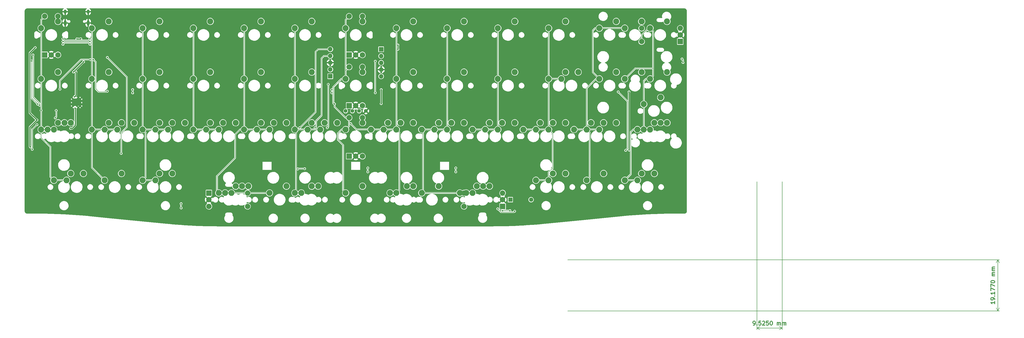
<source format=gbr>
%TF.GenerationSoftware,KiCad,Pcbnew,(6.0.11)*%
%TF.CreationDate,2023-02-27T17:51:16+01:00*%
%TF.ProjectId,alpha-curISO_routingv6,616c7068-612d-4637-9572-49534f5f726f,rev?*%
%TF.SameCoordinates,Original*%
%TF.FileFunction,Copper,L1,Top*%
%TF.FilePolarity,Positive*%
%FSLAX46Y46*%
G04 Gerber Fmt 4.6, Leading zero omitted, Abs format (unit mm)*
G04 Created by KiCad (PCBNEW (6.0.11)) date 2023-02-27 17:51:16*
%MOMM*%
%LPD*%
G01*
G04 APERTURE LIST*
%ADD10C,0.300000*%
%TA.AperFunction,NonConductor*%
%ADD11C,0.300000*%
%TD*%
%TA.AperFunction,NonConductor*%
%ADD12C,0.200000*%
%TD*%
%TA.AperFunction,ComponentPad*%
%ADD13C,2.250000*%
%TD*%
%TA.AperFunction,ComponentPad*%
%ADD14R,2.000000X2.000000*%
%TD*%
%TA.AperFunction,ComponentPad*%
%ADD15C,2.000000*%
%TD*%
%TA.AperFunction,ComponentPad*%
%ADD16C,2.200000*%
%TD*%
%TA.AperFunction,ComponentPad*%
%ADD17C,1.397000*%
%TD*%
%TA.AperFunction,ComponentPad*%
%ADD18R,1.700000X1.700000*%
%TD*%
%TA.AperFunction,ComponentPad*%
%ADD19O,1.700000X1.700000*%
%TD*%
%TA.AperFunction,ComponentPad*%
%ADD20R,1.600000X1.600000*%
%TD*%
%TA.AperFunction,ComponentPad*%
%ADD21C,1.600000*%
%TD*%
%TA.AperFunction,ComponentPad*%
%ADD22O,1.000000X1.600000*%
%TD*%
%TA.AperFunction,ComponentPad*%
%ADD23O,1.000000X2.100000*%
%TD*%
%TA.AperFunction,ComponentPad*%
%ADD24C,0.600000*%
%TD*%
%TA.AperFunction,ViaPad*%
%ADD25C,0.600000*%
%TD*%
%TA.AperFunction,Conductor*%
%ADD26C,0.600000*%
%TD*%
%TA.AperFunction,Conductor*%
%ADD27C,0.381000*%
%TD*%
%TA.AperFunction,Conductor*%
%ADD28C,0.200000*%
%TD*%
G04 APERTURE END LIST*
D10*
D11*
X296887071Y-167788571D02*
X297172785Y-167788571D01*
X297315642Y-167717142D01*
X297387071Y-167645714D01*
X297529928Y-167431428D01*
X297601357Y-167145714D01*
X297601357Y-166574285D01*
X297529928Y-166431428D01*
X297458500Y-166360000D01*
X297315642Y-166288571D01*
X297029928Y-166288571D01*
X296887071Y-166360000D01*
X296815642Y-166431428D01*
X296744214Y-166574285D01*
X296744214Y-166931428D01*
X296815642Y-167074285D01*
X296887071Y-167145714D01*
X297029928Y-167217142D01*
X297315642Y-167217142D01*
X297458500Y-167145714D01*
X297529928Y-167074285D01*
X297601357Y-166931428D01*
X298244214Y-167645714D02*
X298315642Y-167717142D01*
X298244214Y-167788571D01*
X298172785Y-167717142D01*
X298244214Y-167645714D01*
X298244214Y-167788571D01*
X299672785Y-166288571D02*
X298958500Y-166288571D01*
X298887071Y-167002857D01*
X298958500Y-166931428D01*
X299101357Y-166860000D01*
X299458500Y-166860000D01*
X299601357Y-166931428D01*
X299672785Y-167002857D01*
X299744214Y-167145714D01*
X299744214Y-167502857D01*
X299672785Y-167645714D01*
X299601357Y-167717142D01*
X299458500Y-167788571D01*
X299101357Y-167788571D01*
X298958500Y-167717142D01*
X298887071Y-167645714D01*
X300315642Y-166431428D02*
X300387071Y-166360000D01*
X300529928Y-166288571D01*
X300887071Y-166288571D01*
X301029928Y-166360000D01*
X301101357Y-166431428D01*
X301172785Y-166574285D01*
X301172785Y-166717142D01*
X301101357Y-166931428D01*
X300244214Y-167788571D01*
X301172785Y-167788571D01*
X302529928Y-166288571D02*
X301815642Y-166288571D01*
X301744214Y-167002857D01*
X301815642Y-166931428D01*
X301958500Y-166860000D01*
X302315642Y-166860000D01*
X302458500Y-166931428D01*
X302529928Y-167002857D01*
X302601357Y-167145714D01*
X302601357Y-167502857D01*
X302529928Y-167645714D01*
X302458500Y-167717142D01*
X302315642Y-167788571D01*
X301958500Y-167788571D01*
X301815642Y-167717142D01*
X301744214Y-167645714D01*
X303529928Y-166288571D02*
X303672785Y-166288571D01*
X303815642Y-166360000D01*
X303887071Y-166431428D01*
X303958500Y-166574285D01*
X304029928Y-166860000D01*
X304029928Y-167217142D01*
X303958500Y-167502857D01*
X303887071Y-167645714D01*
X303815642Y-167717142D01*
X303672785Y-167788571D01*
X303529928Y-167788571D01*
X303387071Y-167717142D01*
X303315642Y-167645714D01*
X303244214Y-167502857D01*
X303172785Y-167217142D01*
X303172785Y-166860000D01*
X303244214Y-166574285D01*
X303315642Y-166431428D01*
X303387071Y-166360000D01*
X303529928Y-166288571D01*
X305815642Y-167788571D02*
X305815642Y-166788571D01*
X305815642Y-166931428D02*
X305887071Y-166860000D01*
X306029928Y-166788571D01*
X306244214Y-166788571D01*
X306387071Y-166860000D01*
X306458500Y-167002857D01*
X306458500Y-167788571D01*
X306458500Y-167002857D02*
X306529928Y-166860000D01*
X306672785Y-166788571D01*
X306887071Y-166788571D01*
X307029928Y-166860000D01*
X307101357Y-167002857D01*
X307101357Y-167788571D01*
X307815642Y-167788571D02*
X307815642Y-166788571D01*
X307815642Y-166931428D02*
X307887071Y-166860000D01*
X308029928Y-166788571D01*
X308244214Y-166788571D01*
X308387071Y-166860000D01*
X308458500Y-167002857D01*
X308458500Y-167788571D01*
X308458500Y-167002857D02*
X308529928Y-166860000D01*
X308672785Y-166788571D01*
X308887071Y-166788571D01*
X309029928Y-166860000D01*
X309101357Y-167002857D01*
X309101357Y-167788571D01*
D12*
X298196000Y-113847500D02*
X298196000Y-169496420D01*
X307721000Y-113847500D02*
X307721000Y-169496420D01*
X298196000Y-168910000D02*
X307721000Y-168910000D01*
X298196000Y-168910000D02*
X307721000Y-168910000D01*
X298196000Y-168910000D02*
X299322504Y-169496421D01*
X298196000Y-168910000D02*
X299322504Y-168323579D01*
X307721000Y-168910000D02*
X306594496Y-168323579D01*
X307721000Y-168910000D02*
X306594496Y-169496421D01*
D10*
D11*
X387498571Y-158915928D02*
X387498571Y-159773071D01*
X387498571Y-159344500D02*
X385998571Y-159344500D01*
X386212857Y-159487357D01*
X386355714Y-159630214D01*
X386427142Y-159773071D01*
X387498571Y-158201642D02*
X387498571Y-157915928D01*
X387427142Y-157773071D01*
X387355714Y-157701642D01*
X387141428Y-157558785D01*
X386855714Y-157487357D01*
X386284285Y-157487357D01*
X386141428Y-157558785D01*
X386070000Y-157630214D01*
X385998571Y-157773071D01*
X385998571Y-158058785D01*
X386070000Y-158201642D01*
X386141428Y-158273071D01*
X386284285Y-158344500D01*
X386641428Y-158344500D01*
X386784285Y-158273071D01*
X386855714Y-158201642D01*
X386927142Y-158058785D01*
X386927142Y-157773071D01*
X386855714Y-157630214D01*
X386784285Y-157558785D01*
X386641428Y-157487357D01*
X387355714Y-156844500D02*
X387427142Y-156773071D01*
X387498571Y-156844500D01*
X387427142Y-156915928D01*
X387355714Y-156844500D01*
X387498571Y-156844500D01*
X387498571Y-155344500D02*
X387498571Y-156201642D01*
X387498571Y-155773071D02*
X385998571Y-155773071D01*
X386212857Y-155915928D01*
X386355714Y-156058785D01*
X386427142Y-156201642D01*
X385998571Y-154844500D02*
X385998571Y-153844500D01*
X387498571Y-154487357D01*
X385998571Y-153415928D02*
X385998571Y-152415928D01*
X387498571Y-153058785D01*
X385998571Y-151558785D02*
X385998571Y-151415928D01*
X386070000Y-151273071D01*
X386141428Y-151201642D01*
X386284285Y-151130214D01*
X386570000Y-151058785D01*
X386927142Y-151058785D01*
X387212857Y-151130214D01*
X387355714Y-151201642D01*
X387427142Y-151273071D01*
X387498571Y-151415928D01*
X387498571Y-151558785D01*
X387427142Y-151701642D01*
X387355714Y-151773071D01*
X387212857Y-151844500D01*
X386927142Y-151915928D01*
X386570000Y-151915928D01*
X386284285Y-151844500D01*
X386141428Y-151773071D01*
X386070000Y-151701642D01*
X385998571Y-151558785D01*
X387498571Y-149273071D02*
X386498571Y-149273071D01*
X386641428Y-149273071D02*
X386570000Y-149201642D01*
X386498571Y-149058785D01*
X386498571Y-148844500D01*
X386570000Y-148701642D01*
X386712857Y-148630214D01*
X387498571Y-148630214D01*
X386712857Y-148630214D02*
X386570000Y-148558785D01*
X386498571Y-148415928D01*
X386498571Y-148201642D01*
X386570000Y-148058785D01*
X386712857Y-147987357D01*
X387498571Y-147987357D01*
X387498571Y-147273071D02*
X386498571Y-147273071D01*
X386641428Y-147273071D02*
X386570000Y-147201642D01*
X386498571Y-147058785D01*
X386498571Y-146844500D01*
X386570000Y-146701642D01*
X386712857Y-146630214D01*
X387498571Y-146630214D01*
X386712857Y-146630214D02*
X386570000Y-146558785D01*
X386498571Y-146415928D01*
X386498571Y-146201642D01*
X386570000Y-146058785D01*
X386712857Y-145987357D01*
X387498571Y-145987357D01*
D12*
X227195000Y-143256000D02*
X389206420Y-143256000D01*
X227195000Y-162433000D02*
X389206420Y-162433000D01*
X388620000Y-143256000D02*
X388620000Y-162433000D01*
X388620000Y-143256000D02*
X388620000Y-162433000D01*
X388620000Y-143256000D02*
X388033579Y-144382504D01*
X388620000Y-143256000D02*
X389206421Y-144382504D01*
X388620000Y-162433000D02*
X389206421Y-161306496D01*
X388620000Y-162433000D02*
X388033579Y-161306496D01*
D13*
%TO.P,SW30(ortho)1,1,1*%
%TO.N,COL3*%
X86677500Y-94280487D03*
%TO.P,SW30(ortho)1,2,2*%
%TO.N,Net-(D15-Pad2)*%
X93027500Y-91740487D03*
%TD*%
%TO.P,SW12,1,1*%
%TO.N,COL11*%
X239077500Y-56197500D03*
%TO.P,SW12,2,2*%
%TO.N,Net-(D42-Pad2)*%
X245427500Y-53657500D03*
%TD*%
%TO.P,SW31(ortho)1,1,1*%
%TO.N,COL4*%
X105727500Y-94280487D03*
%TO.P,SW31(ortho)1,2,2*%
%TO.N,Net-(D18-Pad2)*%
X112077500Y-91740487D03*
%TD*%
%TO.P,SW43(1.75)1,1,1*%
%TO.N,COL5*%
X127172566Y-118095521D03*
%TO.P,SW43(1.75)1,2,2*%
%TO.N,Net-(D23-Pad2)*%
X133522566Y-115555521D03*
%TD*%
%TO.P,SW48,1,1*%
%TO.N,COL11*%
X234315000Y-113347500D03*
%TO.P,SW48,2,2*%
%TO.N,Net-(D45-Pad2)*%
X240665000Y-110807500D03*
%TD*%
%TO.P,SW33(1.5stagger)1,1,1*%
%TO.N,COL7*%
X153352500Y-94280487D03*
%TO.P,SW33(1.5stagger)1,2,2*%
%TO.N,Net-(D29-Pad2)*%
X159702500Y-91740487D03*
%TD*%
D14*
%TO.P,SW_rotary3,A,A*%
%TO.N,PD5*%
X145137500Y-66237500D03*
D15*
%TO.P,SW_rotary3,B,B*%
%TO.N,PD2*%
X150137500Y-66237500D03*
%TO.P,SW_rotary3,C,C*%
%TO.N,GND*%
X147637500Y-66237500D03*
%TO.P,SW_rotary3,S1,S1*%
%TO.N,R_row3*%
X150137500Y-51737500D03*
%TO.P,SW_rotary3,S2,S2*%
%TO.N,COL6*%
X145137500Y-51737500D03*
%TD*%
D13*
%TO.P,SW42(3)1,1,1*%
%TO.N,COL4*%
X115252500Y-118110000D03*
%TO.P,SW42(3)1,2,2*%
%TO.N,R_row5*%
X121602500Y-115570000D03*
%TD*%
%TO.P,SW32(ortho)1,1,1*%
%TO.N,COL5*%
X124777500Y-94280487D03*
%TO.P,SW32(ortho)1,2,2*%
%TO.N,Net-(D22-Pad2)*%
X131127500Y-91740487D03*
%TD*%
%TO.P,SW42(1)1,1,1*%
%TO.N,COL4*%
X96202500Y-118110000D03*
%TO.P,SW42(1)1,2,2*%
%TO.N,R_row5*%
X102552500Y-115570000D03*
%TD*%
%TO.P,SW34(1.5stagger)1,1,1*%
%TO.N,COL8*%
X172402500Y-94280487D03*
%TO.P,SW34(1.5stagger)1,2,2*%
%TO.N,Net-(D33-Pad2)*%
X178752500Y-91740487D03*
%TD*%
%TO.P,SW21,1,1*%
%TO.N,COL7*%
X162877500Y-75247500D03*
%TO.P,SW21,2,2*%
%TO.N,Net-(D28-Pad2)*%
X169227500Y-72707500D03*
%TD*%
%TO.P,SW28,1,1*%
%TO.N,COL1*%
X53340000Y-94280487D03*
%TO.P,SW28,2,2*%
%TO.N,Net-(D7-Pad2)*%
X59690000Y-91740487D03*
%TD*%
%TO.P,SW8,1,1*%
%TO.N,COL7*%
X162877500Y-56197500D03*
%TO.P,SW8,2,2*%
%TO.N,Net-(D27-Pad2)*%
X169227500Y-53657500D03*
%TD*%
%TO.P,SW28(1.5stagger)1,1,1*%
%TO.N,COL1*%
X58102500Y-94280487D03*
%TO.P,SW28(1.5stagger)1,2,2*%
%TO.N,Net-(D7-Pad2)*%
X64452500Y-91740487D03*
%TD*%
%TO.P,SW46(1.5)1,1,1*%
%TO.N,COL8*%
X186690000Y-118110000D03*
%TO.P,SW46(1.5)1,2,2*%
%TO.N,R_col6*%
X193040000Y-115570000D03*
%TD*%
%TO.P,SW23,1,1*%
%TO.N,COL9*%
X200977500Y-75247500D03*
%TO.P,SW23,2,2*%
%TO.N,Net-(D36-Pad2)*%
X207327500Y-72707500D03*
%TD*%
%TO.P,SW36,1,1*%
%TO.N,COL10*%
X215265000Y-94280487D03*
%TO.P,SW36,2,2*%
%TO.N,Net-(D40-Pad2)*%
X221615000Y-91740487D03*
%TD*%
%TO.P,SW12(2)1,1,1*%
%TO.N,COL11*%
X248602500Y-56197500D03*
%TO.P,SW12(2)1,2,2*%
%TO.N,Net-(D42-Pad2)*%
X254952500Y-53657500D03*
%TD*%
%TO.P,SW15,1,1*%
%TO.N,COL1*%
X48577500Y-75247500D03*
%TO.P,SW15,2,2*%
%TO.N,Net-(D6-Pad2)*%
X54927500Y-72707500D03*
%TD*%
%TO.P,SW50(ortho)1,1,1*%
%TO.N,COL6*%
X143827500Y-94280487D03*
%TO.P,SW50(ortho)1,2,2*%
%TO.N,R_row7*%
X150177500Y-91740487D03*
%TD*%
%TO.P,SW39(1.5)1,1,1*%
%TO.N,COL0*%
X39052500Y-113347500D03*
%TO.P,SW39(1.5)1,2,2*%
%TO.N,Net-(D4-Pad2)*%
X45402500Y-110807500D03*
%TD*%
%TO.P,SW6,1,1*%
%TO.N,COL5*%
X124777500Y-56197500D03*
%TO.P,SW6,2,2*%
%TO.N,Net-(D20-Pad2)*%
X131127500Y-53657500D03*
%TD*%
%TO.P,SW31,1,1*%
%TO.N,COL4*%
X110490000Y-94280487D03*
%TO.P,SW31,2,2*%
%TO.N,Net-(D18-Pad2)*%
X116840000Y-91740487D03*
%TD*%
%TO.P,SW37(1.5stagger)1,1,1*%
%TO.N,COL11*%
X229552500Y-94280487D03*
%TO.P,SW37(1.5stagger)1,2,2*%
%TO.N,Net-(D44-Pad2)*%
X235902500Y-91740487D03*
%TD*%
%TO.P,SW38(1.25)1,1,1*%
%TO.N,COL12*%
X255745000Y-94280487D03*
%TO.P,SW38(1.25)1,2,2*%
%TO.N,Net-(D48-Pad2)*%
X262095000Y-91740487D03*
%TD*%
%TO.P,SW47,1,1*%
%TO.N,COL10*%
X215265000Y-113347500D03*
%TO.P,SW47,2,2*%
%TO.N,Net-(D41-Pad2)*%
X221615000Y-110807500D03*
%TD*%
%TO.P,SW46(1)1,1,1*%
%TO.N,COL8*%
X191452500Y-118110000D03*
%TO.P,SW46(1)1,2,2*%
%TO.N,R_col6*%
X197802500Y-115570000D03*
%TD*%
%TO.P,SW1,1,1*%
%TO.N,COL0*%
X29527500Y-56197500D03*
%TO.P,SW1,2,2*%
%TO.N,R_row1*%
X35877500Y-53657500D03*
%TD*%
%TO.P,SW26(ISO)1,1,1*%
%TO.N,COL12*%
X255746250Y-84772500D03*
%TO.P,SW26(ISO)1,2,2*%
%TO.N,Net-(D47-Pad2)*%
X262096250Y-82232500D03*
%TD*%
%TO.P,SW37(ortho)1,1,1*%
%TO.N,COL11*%
X239077500Y-94280487D03*
%TO.P,SW37(ortho)1,2,2*%
%TO.N,Net-(D44-Pad2)*%
X245427500Y-91740487D03*
%TD*%
%TO.P,SW41(1.5)1,1,1*%
%TO.N,COL2*%
X67627500Y-113347500D03*
%TO.P,SW41(1.5)1,2,2*%
%TO.N,Net-(D12-Pad2)*%
X73977500Y-110807500D03*
%TD*%
%TO.P,SW27(ortho)1,1,1*%
%TO.N,COL0*%
X29527500Y-94280487D03*
%TO.P,SW27(ortho)1,2,2*%
%TO.N,Net-(D3-Pad2)*%
X35877500Y-91740487D03*
%TD*%
%TO.P,SW38(1.5)1,1,1*%
%TO.N,COL12*%
X253365000Y-94280487D03*
%TO.P,SW38(1.5)1,2,2*%
%TO.N,Net-(D48-Pad2)*%
X259715000Y-91740487D03*
%TD*%
D14*
%TO.P,SW_rotary2,A,A*%
%TO.N,R2_A*%
X269437500Y-61237500D03*
D15*
%TO.P,SW_rotary2,B,B*%
%TO.N,R2_B*%
X269437500Y-56237500D03*
%TO.P,SW_rotary2,C,C*%
%TO.N,GND*%
X269437500Y-58737500D03*
%TO.P,SW_rotary2,S1,S1*%
%TO.N,R_row2*%
X254937500Y-56237500D03*
%TO.P,SW_rotary2,S2,S2*%
%TO.N,COL12*%
X254937500Y-61237500D03*
%TD*%
D14*
%TO.P,SW_rotary6,A,A*%
%TO.N,R2_A*%
X202762500Y-123150000D03*
D15*
%TO.P,SW_rotary6,B,B*%
%TO.N,R2_B*%
X202762500Y-118150000D03*
%TO.P,SW_rotary6,C,C*%
%TO.N,GND*%
X202762500Y-120650000D03*
%TO.P,SW_rotary6,S1,S1*%
%TO.N,COL8*%
X188262500Y-118150000D03*
%TO.P,SW_rotary6,S2,S2*%
%TO.N,R_col6*%
X188262500Y-123150000D03*
%TD*%
D13*
%TO.P,SW9,1,1*%
%TO.N,COL8*%
X181927500Y-56197500D03*
%TO.P,SW9,2,2*%
%TO.N,Net-(D31-Pad2)*%
X188277500Y-53657500D03*
%TD*%
%TO.P,SW33,1,1*%
%TO.N,COL7*%
X158115000Y-94280487D03*
%TO.P,SW33,2,2*%
%TO.N,Net-(D29-Pad2)*%
X164465000Y-91740487D03*
%TD*%
%TO.P,SW43(2)1,1,1*%
%TO.N,COL5*%
X124777500Y-118110000D03*
%TO.P,SW43(2)1,2,2*%
%TO.N,Net-(D23-Pad2)*%
X131127500Y-115570000D03*
%TD*%
D16*
%TO.P,SW44(4)1,1,1*%
%TO.N,COL6*%
X143827500Y-118110000D03*
%TO.P,SW44(4)1,2,2*%
%TO.N,Net-(D24-Pad2)*%
X150177500Y-115570000D03*
%TD*%
D13*
%TO.P,SW33(ortho)1,1,1*%
%TO.N,COL7*%
X162877500Y-94280487D03*
%TO.P,SW33(ortho)1,2,2*%
%TO.N,Net-(D29-Pad2)*%
X169227500Y-91740487D03*
%TD*%
%TO.P,SW10,1,1*%
%TO.N,COL9*%
X200977500Y-56197500D03*
%TO.P,SW10,2,2*%
%TO.N,Net-(D35-Pad2)*%
X207327500Y-53657500D03*
%TD*%
%TO.P,SW18,1,1*%
%TO.N,COL4*%
X105727500Y-75247500D03*
%TO.P,SW18,2,2*%
%TO.N,Net-(D17-Pad2)*%
X112077500Y-72707500D03*
%TD*%
%TO.P,SW34(ortho)1,1,1*%
%TO.N,COL8*%
X181927500Y-94280487D03*
%TO.P,SW34(ortho)1,2,2*%
%TO.N,Net-(D33-Pad2)*%
X188277500Y-91740487D03*
%TD*%
%TO.P,SW36(ortho)1,1,1*%
%TO.N,COL10*%
X220027500Y-94280487D03*
%TO.P,SW36(ortho)1,2,2*%
%TO.N,Net-(D40-Pad2)*%
X226377500Y-91740487D03*
%TD*%
D14*
%TO.P,SW_rotary5,A,A*%
%TO.N,R1_A*%
X92512500Y-118150000D03*
D15*
%TO.P,SW_rotary5,B,B*%
%TO.N,R1_B*%
X92512500Y-123150000D03*
%TO.P,SW_rotary5,C,C*%
%TO.N,GND*%
X92512500Y-120650000D03*
%TO.P,SW_rotary5,S1,S1*%
%TO.N,R_row5*%
X107012500Y-123150000D03*
%TO.P,SW_rotary5,S2,S2*%
%TO.N,COL4*%
X107012500Y-118150000D03*
%TD*%
D13*
%TO.P,SW2,1,1*%
%TO.N,COL1*%
X48577500Y-56197500D03*
%TO.P,SW2,2,2*%
%TO.N,Net-(D5-Pad2)*%
X54927500Y-53657500D03*
%TD*%
%TO.P,SW38(ortho)1,1,1*%
%TO.N,COL12*%
X258127500Y-94280487D03*
%TO.P,SW38(ortho)1,2,2*%
%TO.N,Net-(D48-Pad2)*%
X264477500Y-91740487D03*
%TD*%
%TO.P,SW49(1.5)1,1,1*%
%TO.N,COL12*%
X248602500Y-113347500D03*
%TO.P,SW49(1.5)1,2,2*%
%TO.N,Net-(D49-Pad2)*%
X254952500Y-110807500D03*
%TD*%
%TO.P,SW34,1,1*%
%TO.N,COL8*%
X177165000Y-94280487D03*
%TO.P,SW34,2,2*%
%TO.N,Net-(D33-Pad2)*%
X183515000Y-91740487D03*
%TD*%
%TO.P,SW4,1,1*%
%TO.N,COL3*%
X86677500Y-56197500D03*
%TO.P,SW4,2,2*%
%TO.N,Net-(D13-Pad2)*%
X93027500Y-53657500D03*
%TD*%
%TO.P,SW13,1,1*%
%TO.N,COL12*%
X258127500Y-56197500D03*
%TO.P,SW13,2,2*%
%TO.N,R_row2*%
X264477500Y-53657500D03*
%TD*%
%TO.P,SW35(ortho)1,1,1*%
%TO.N,COL9*%
X200977500Y-94280487D03*
%TO.P,SW35(ortho)1,2,2*%
%TO.N,Net-(D37-Pad2)*%
X207327500Y-91740487D03*
%TD*%
%TO.P,SW32,1,1*%
%TO.N,COL5*%
X129540000Y-94280487D03*
%TO.P,SW32,2,2*%
%TO.N,Net-(D22-Pad2)*%
X135890000Y-91740487D03*
%TD*%
%TO.P,SW29(ortho)1,1,1*%
%TO.N,COL2*%
X67627500Y-94280487D03*
%TO.P,SW29(ortho)1,2,2*%
%TO.N,Net-(D11-Pad2)*%
X73977500Y-91740487D03*
%TD*%
%TO.P,SW30(1.5stagger)1,1,1*%
%TO.N,COL3*%
X96202500Y-94280487D03*
%TO.P,SW30(1.5stagger)1,2,2*%
%TO.N,Net-(D15-Pad2)*%
X102552500Y-91740487D03*
%TD*%
%TO.P,SW29(1.5stagger)1,1,1*%
%TO.N,COL2*%
X77152500Y-94280487D03*
%TO.P,SW29(1.5stagger)1,2,2*%
%TO.N,Net-(D11-Pad2)*%
X83502500Y-91740487D03*
%TD*%
%TO.P,SW45(2)1,1,1*%
%TO.N,COL7*%
X162877500Y-118110000D03*
%TO.P,SW45(2)1,2,2*%
%TO.N,Net-(D30-Pad2)*%
X169227500Y-115570000D03*
%TD*%
%TO.P,SW46(1.25)1,1,1*%
%TO.N,COL8*%
X189085066Y-118095521D03*
%TO.P,SW46(1.25)1,2,2*%
%TO.N,R_col6*%
X195435066Y-115555521D03*
%TD*%
D17*
%TO.P,OL1,1,SDA*%
%TO.N,SDA*%
X143827500Y-87312500D03*
%TO.P,OL1,2,SCL*%
%TO.N,SCL*%
X146367500Y-87312500D03*
%TO.P,OL1,3,VCC*%
%TO.N,+5V*%
X148907500Y-87312500D03*
%TO.P,OL1,4,GND*%
%TO.N,GND*%
X151447500Y-87312500D03*
%TD*%
D13*
%TO.P,SW16,1,1*%
%TO.N,COL2*%
X67627500Y-75247500D03*
%TO.P,SW16,2,2*%
%TO.N,Net-(D10-Pad2)*%
X73977500Y-72707500D03*
%TD*%
%TO.P,SW25,1,1*%
%TO.N,COL11*%
X239077500Y-75247500D03*
%TO.P,SW25,2,2*%
%TO.N,Net-(D43-Pad2)*%
X245427500Y-72707500D03*
%TD*%
%TO.P,SW46(3)1,1,1*%
%TO.N,COL8*%
X172402500Y-118110000D03*
%TO.P,SW46(3)1,2,2*%
%TO.N,R_col6*%
X178752500Y-115570000D03*
%TD*%
%TO.P,SW39,1,1*%
%TO.N,COL0*%
X34290000Y-113347500D03*
%TO.P,SW39,2,2*%
%TO.N,Net-(D4-Pad2)*%
X40640000Y-110807500D03*
%TD*%
%TO.P,SW19,1,1*%
%TO.N,COL5*%
X124777500Y-75247500D03*
%TO.P,SW19,2,2*%
%TO.N,Net-(D21-Pad2)*%
X131127500Y-72707500D03*
%TD*%
D18*
%TO.P,J2,1,Pin_1*%
%TO.N,PD2*%
X157162500Y-64135000D03*
D19*
%TO.P,J2,2,Pin_2*%
%TO.N,Net-(C18-Pad2)*%
X157162500Y-66675000D03*
%TO.P,J2,3,Pin_3*%
%TO.N,PD5*%
X157162500Y-69215000D03*
%TO.P,J2,4,Pin_4*%
%TO.N,GND*%
X157162500Y-71755000D03*
%TO.P,J2,5,Pin_5*%
%TO.N,+5V*%
X157162500Y-74295000D03*
%TD*%
D13*
%TO.P,SW44(6)1,1,1*%
%TO.N,COL6*%
X143827500Y-118110000D03*
%TO.P,SW44(6)1,2,2*%
%TO.N,Net-(D24-Pad2)*%
X150177500Y-115570000D03*
%TD*%
%TO.P,SW35,1,1*%
%TO.N,COL9*%
X196215000Y-94280487D03*
%TO.P,SW35,2,2*%
%TO.N,Net-(D37-Pad2)*%
X202565000Y-91740487D03*
%TD*%
%TO.P,SW37,1,1*%
%TO.N,COL11*%
X234315000Y-94280487D03*
%TO.P,SW37,2,2*%
%TO.N,Net-(D44-Pad2)*%
X240665000Y-91740487D03*
%TD*%
%TO.P,SW20,1,1*%
%TO.N,COL6*%
X143827500Y-75247500D03*
%TO.P,SW20,2,2*%
%TO.N,R_row4*%
X150177500Y-72707500D03*
%TD*%
%TO.P,SW11,1,1*%
%TO.N,COL10*%
X220027500Y-56197500D03*
%TO.P,SW11,2,2*%
%TO.N,Net-(D38-Pad2)*%
X226377500Y-53657500D03*
%TD*%
%TO.P,SW24(1.5)1,1,1*%
%TO.N,COL10*%
X224790000Y-75247500D03*
%TO.P,SW24(1.5)1,2,2*%
%TO.N,Net-(D39-Pad2)*%
X231140000Y-72707500D03*
%TD*%
%TO.P,SW7,1,1*%
%TO.N,COL6*%
X143827500Y-56197500D03*
%TO.P,SW7,2,2*%
%TO.N,R_row3*%
X150177500Y-53657500D03*
%TD*%
%TO.P,SW40,1,1*%
%TO.N,COL1*%
X53340000Y-113347500D03*
%TO.P,SW40,2,2*%
%TO.N,Net-(D8-Pad2)*%
X59690000Y-110807500D03*
%TD*%
%TO.P,SW26(2)1,1,1*%
%TO.N,COL12*%
X248602500Y-75247500D03*
%TO.P,SW26(2)1,2,2*%
%TO.N,Net-(D47-Pad2)*%
X254952500Y-72707500D03*
%TD*%
%TO.P,SW48(3)1,1,1*%
%TO.N,COL11*%
X234315000Y-113347500D03*
%TO.P,SW48(3)1,2,2*%
%TO.N,Net-(D45-Pad2)*%
X240665000Y-110807500D03*
%TD*%
D14*
%TO.P,SW_rotary1,A,A*%
%TO.N,R1_A*%
X30837500Y-66237500D03*
D15*
%TO.P,SW_rotary1,B,B*%
%TO.N,R1_B*%
X35837500Y-66237500D03*
%TO.P,SW_rotary1,C,C*%
%TO.N,GND*%
X33337500Y-66237500D03*
%TO.P,SW_rotary1,S1,S1*%
%TO.N,R_row1*%
X35837500Y-51737500D03*
%TO.P,SW_rotary1,S2,S2*%
%TO.N,COL0*%
X30837500Y-51737500D03*
%TD*%
D14*
%TO.P,SW_rotary4,A,A*%
%TO.N,SDA*%
X145137500Y-85287500D03*
D15*
%TO.P,SW_rotary4,B,B*%
%TO.N,SCL*%
X150137500Y-85287500D03*
%TO.P,SW_rotary4,C,C*%
%TO.N,GND*%
X147637500Y-85287500D03*
%TO.P,SW_rotary4,S1,S1*%
%TO.N,R_row4*%
X150137500Y-70787500D03*
%TO.P,SW_rotary4,S2,S2*%
%TO.N,COL6*%
X145137500Y-70787500D03*
%TD*%
D13*
%TO.P,SW36(1.5stagger)1,1,1*%
%TO.N,COL10*%
X210502500Y-94280487D03*
%TO.P,SW36(1.5stagger)1,2,2*%
%TO.N,Net-(D40-Pad2)*%
X216852500Y-91740487D03*
%TD*%
%TO.P,SW5,1,1*%
%TO.N,COL4*%
X105727500Y-56197500D03*
%TO.P,SW5,2,2*%
%TO.N,Net-(D16-Pad2)*%
X112077500Y-53657500D03*
%TD*%
%TO.P,SW44(3)1,1,1*%
%TO.N,COL6*%
X143827500Y-118110000D03*
%TO.P,SW44(3)1,2,2*%
%TO.N,Net-(D24-Pad2)*%
X150177500Y-115570000D03*
%TD*%
D20*
%TO.P,R8,1*%
%TO.N,Audio*%
X205650000Y-120650000D03*
D21*
%TO.P,R8,2*%
%TO.N,Net-(Q1-Pad2)*%
X213450000Y-120650000D03*
%TD*%
D14*
%TO.P,SW_rotary7,A,A*%
%TO.N,R5_A*%
X145137500Y-104320487D03*
D15*
%TO.P,SW_rotary7,B,B*%
%TO.N,R5_B*%
X150137500Y-104320487D03*
%TO.P,SW_rotary7,C,C*%
%TO.N,GND*%
X147637500Y-104320487D03*
%TO.P,SW_rotary7,S1,S1*%
%TO.N,R_row7*%
X150137500Y-89820487D03*
%TO.P,SW_rotary7,S2,S2*%
%TO.N,COL6*%
X145137500Y-89820487D03*
%TD*%
D13*
%TO.P,SW22,1,1*%
%TO.N,COL8*%
X181927500Y-75247500D03*
%TO.P,SW22,2,2*%
%TO.N,Net-(D32-Pad2)*%
X188277500Y-72707500D03*
%TD*%
%TO.P,SW27(1.5)1,1,1*%
%TO.N,COL0*%
X34290000Y-94280487D03*
%TO.P,SW27(1.5)1,2,2*%
%TO.N,Net-(D3-Pad2)*%
X40640000Y-91740487D03*
%TD*%
%TO.P,SW42(1.25)1,1,1*%
%TO.N,COL4*%
X98597566Y-118095521D03*
%TO.P,SW42(1.25)1,2,2*%
%TO.N,R_row5*%
X104947566Y-115555521D03*
%TD*%
%TO.P,SW42(1.5)1,1,1*%
%TO.N,COL4*%
X100965000Y-118110000D03*
%TO.P,SW42(1.5)1,2,2*%
%TO.N,R_row5*%
X107315000Y-115570000D03*
%TD*%
%TO.P,SW27(1.25)1,1,1*%
%TO.N,COL0*%
X31910000Y-94280487D03*
%TO.P,SW27(1.25)1,2,2*%
%TO.N,Net-(D3-Pad2)*%
X38260000Y-91740487D03*
%TD*%
%TO.P,SW49,1,1*%
%TO.N,COL12*%
X253365000Y-113347500D03*
%TO.P,SW49,2,2*%
%TO.N,Net-(D49-Pad2)*%
X259715000Y-110807500D03*
%TD*%
%TO.P,SW26,1,1*%
%TO.N,COL12*%
X258127500Y-75247500D03*
%TO.P,SW26,2,2*%
%TO.N,Net-(D47-Pad2)*%
X264477500Y-72707500D03*
%TD*%
%TO.P,SW28(ortho)1,1,1*%
%TO.N,COL1*%
X48577500Y-94280487D03*
%TO.P,SW28(ortho)1,2,2*%
%TO.N,Net-(D7-Pad2)*%
X54927500Y-91740487D03*
%TD*%
%TO.P,SW24,1,1*%
%TO.N,COL10*%
X220027500Y-75247500D03*
%TO.P,SW24,2,2*%
%TO.N,Net-(D39-Pad2)*%
X226377500Y-72707500D03*
%TD*%
%TO.P,SW17,1,1*%
%TO.N,COL3*%
X86677500Y-75247500D03*
%TO.P,SW17,2,2*%
%TO.N,Net-(D14-Pad2)*%
X93027500Y-72707500D03*
%TD*%
%TO.P,SW40(3)1,1,1*%
%TO.N,COL1*%
X53340000Y-113347500D03*
%TO.P,SW40(3)1,2,2*%
%TO.N,Net-(D8-Pad2)*%
X59690000Y-110807500D03*
%TD*%
%TO.P,SW3,1,1*%
%TO.N,COL2*%
X67627500Y-56197500D03*
%TO.P,SW3,2,2*%
%TO.N,Net-(D9-Pad2)*%
X73977500Y-53657500D03*
%TD*%
%TO.P,SW45(1.75)1,1,1*%
%TO.N,COL7*%
X160510066Y-118095521D03*
%TO.P,SW45(1.75)1,2,2*%
%TO.N,Net-(D30-Pad2)*%
X166860066Y-115555521D03*
%TD*%
%TO.P,SW14,1,1*%
%TO.N,COL0*%
X29527500Y-75247500D03*
%TO.P,SW14,2,2*%
%TO.N,Net-(D2-Pad2)*%
X35877500Y-72707500D03*
%TD*%
%TO.P,SW41,1,1*%
%TO.N,COL2*%
X72390000Y-113347500D03*
%TO.P,SW41,2,2*%
%TO.N,Net-(D12-Pad2)*%
X78740000Y-110807500D03*
%TD*%
%TO.P,SW47(1.5)1,1,1*%
%TO.N,COL10*%
X220027500Y-113347500D03*
%TO.P,SW47(1.5)1,2,2*%
%TO.N,Net-(D41-Pad2)*%
X226377500Y-110807500D03*
%TD*%
%TO.P,SW35(1.5stagger)1,1,1*%
%TO.N,COL9*%
X191452500Y-94280487D03*
%TO.P,SW35(1.5stagger)1,2,2*%
%TO.N,Net-(D37-Pad2)*%
X197802500Y-91740487D03*
%TD*%
%TO.P,SW30,1,1*%
%TO.N,COL3*%
X91440000Y-94280487D03*
%TO.P,SW30,2,2*%
%TO.N,Net-(D15-Pad2)*%
X97790000Y-91740487D03*
%TD*%
%TO.P,SW32(1.5stagger)1,1,1*%
%TO.N,COL5*%
X134302500Y-94280487D03*
%TO.P,SW32(1.5stagger)1,2,2*%
%TO.N,Net-(D22-Pad2)*%
X140652500Y-91740487D03*
%TD*%
%TO.P,SW31(1.5stagger)1,1,1*%
%TO.N,COL4*%
X115252500Y-94280487D03*
%TO.P,SW31(1.5stagger)1,2,2*%
%TO.N,Net-(D18-Pad2)*%
X121602500Y-91740487D03*
%TD*%
%TO.P,SW29,1,1*%
%TO.N,COL2*%
X72390000Y-94280487D03*
%TO.P,SW29,2,2*%
%TO.N,Net-(D11-Pad2)*%
X78740000Y-91740487D03*
%TD*%
D22*
%TO.P,USB1,13,SHIELD*%
%TO.N,GND*%
X47182500Y-50036838D03*
D23*
X38542500Y-54216838D03*
X47182500Y-54216838D03*
D22*
X38542500Y-50036838D03*
%TD*%
D24*
%TO.P,U1,57,GND*%
%TO.N,GND*%
X41587500Y-84138914D03*
X44137500Y-84138914D03*
X42862500Y-85413914D03*
X41587500Y-85413914D03*
X42862500Y-84138914D03*
X44137500Y-85413914D03*
X41587500Y-82863914D03*
X42862500Y-82863914D03*
X44137500Y-82863914D03*
%TD*%
D18*
%TO.P,J1,1,Pin_1*%
%TO.N,RESET*%
X138074000Y-74265000D03*
D19*
%TO.P,J1,2,Pin_2*%
%TO.N,+3V3*%
X138074000Y-71725000D03*
%TO.P,J1,3,Pin_3*%
%TO.N,GND*%
X138074000Y-69185000D03*
%TO.P,J1,4,Pin_4*%
%TO.N,SWD*%
X138074000Y-66645000D03*
%TO.P,J1,5,Pin_5*%
%TO.N,SWCLK*%
X138074000Y-64105000D03*
%TD*%
D25*
%TO.N,GND*%
X45085000Y-63500000D03*
X154305000Y-71755000D03*
X56663260Y-67017441D03*
X110236000Y-107188000D03*
X52959000Y-85090000D03*
X52451000Y-66548000D03*
X46024800Y-95961200D03*
X63373000Y-71755000D03*
X40311339Y-76020661D03*
X192087500Y-106362500D03*
X192087500Y-66675000D03*
X38100000Y-79375000D03*
X36830000Y-55753000D03*
X43942000Y-94996000D03*
X35189563Y-80090947D03*
X199136000Y-114173000D03*
X122237500Y-106362500D03*
X122237500Y-66675000D03*
X245364000Y-66675000D03*
X33780128Y-68429555D03*
X61912500Y-69850000D03*
X226949000Y-103124000D03*
X50292000Y-105791000D03*
X242887500Y-106362500D03*
X50800000Y-80772000D03*
X41485643Y-90057963D03*
X49530000Y-58928000D03*
X30226000Y-84739807D03*
X163477000Y-66548000D03*
%TO.N,+5V*%
X157174153Y-84571500D03*
X152146000Y-108712000D03*
X27940000Y-90678000D03*
X44439000Y-60198000D03*
X27296664Y-63491664D03*
X42926000Y-60233500D03*
X157195454Y-79283500D03*
X152146000Y-110200500D03*
X250190000Y-80137000D03*
X25481999Y-100838000D03*
X185166000Y-108712000D03*
X163477000Y-64135000D03*
X250190000Y-102012000D03*
X163477000Y-62519500D03*
X185166000Y-110200500D03*
%TO.N,+3V3*%
X45466000Y-68834000D03*
X41656000Y-72644000D03*
%TO.N,+1V1*%
X42588404Y-72687404D03*
X42011600Y-81991200D03*
X42316400Y-86238414D03*
X40589200Y-93878400D03*
%TO.N,ROW0*%
X37719000Y-60198000D03*
X47879000Y-60198000D03*
%TO.N,ROW1*%
X54356000Y-79883000D03*
X49177000Y-68034500D03*
X36576000Y-79121000D03*
X47978000Y-68034500D03*
%TO.N,ROW3*%
X82042000Y-122150500D03*
X207264000Y-124968000D03*
X82083636Y-123749500D03*
X200914000Y-124079000D03*
%TO.N,RESET*%
X136906000Y-93599000D03*
X137315000Y-77315000D03*
%TO.N,SWD*%
X132334000Y-93599000D03*
%TO.N,SWCLK*%
X126619000Y-93599000D03*
%TO.N,COL0*%
X29531376Y-87090305D03*
%TO.N,COL7*%
X145737000Y-92075000D03*
%TO.N,CS*%
X63881000Y-79283500D03*
X63881000Y-80518000D03*
%TO.N,R1_A*%
X28928000Y-85160807D03*
X26486500Y-66237500D03*
%TO.N,R1_B*%
X25971500Y-68516500D03*
X28194000Y-84744500D03*
%TO.N,R2_A*%
X47884580Y-61231064D03*
X270090589Y-67770589D03*
X37719000Y-61214000D03*
X270470692Y-69095196D03*
%TO.N,R2_B*%
X47879000Y-62230000D03*
X37719000Y-62230000D03*
%TO.N,PD5*%
X138628000Y-79248000D03*
X138628000Y-80480901D03*
%TO.N,PD2*%
X154940000Y-68615500D03*
X154940000Y-80482500D03*
%TO.N,Net-(LED1-Pad2)*%
X125857000Y-109093000D03*
X128439911Y-109001500D03*
%TO.N,rgb underglow*%
X26171999Y-101729701D03*
X27940000Y-92456000D03*
%TO.N,Net-(LED6-Pad2)*%
X246126000Y-80137000D03*
X248920000Y-102108000D03*
%TO.N,RGB MCU*%
X35179000Y-87116500D03*
X34798000Y-89916000D03*
%TO.N,Audio*%
X205486000Y-124749500D03*
X202692000Y-124749500D03*
%TO.N,Net-(LED10-Pad2)*%
X54356000Y-67183000D03*
X59563000Y-103262000D03*
%TO.N,COL6*%
X139684210Y-84651997D03*
%TD*%
D26*
%TO.N,GND*%
X44137500Y-82863914D02*
X44137500Y-85413914D01*
X42538586Y-85090000D02*
X42862500Y-85413914D01*
X41910000Y-85091414D02*
X41910000Y-85090000D01*
X41587500Y-82863914D02*
X42862500Y-82863914D01*
X41587500Y-84138914D02*
X44137500Y-84138914D01*
X41587500Y-82863914D02*
X41587500Y-85413914D01*
X42862500Y-82863914D02*
X42862500Y-85413914D01*
X43813586Y-85090000D02*
X44137500Y-85413914D01*
X43186414Y-85090000D02*
X43813586Y-85090000D01*
X42862500Y-82863914D02*
X44137500Y-82863914D01*
X42862500Y-85413914D02*
X43186414Y-85090000D01*
X41910000Y-85090000D02*
X42538586Y-85090000D01*
X41587500Y-85413914D02*
X41910000Y-85091414D01*
D27*
%TO.N,+5V*%
X44403500Y-60233500D02*
X44439000Y-60198000D01*
X163477000Y-62519500D02*
X163477000Y-64135000D01*
X157195454Y-84550199D02*
X157174153Y-84571500D01*
X27296664Y-63491664D02*
X25281000Y-65507328D01*
X25273000Y-93345000D02*
X25273000Y-100629001D01*
X157195454Y-79283500D02*
X157195454Y-84550199D01*
X25273000Y-100629001D02*
X25481999Y-100838000D01*
D28*
X152146000Y-108712000D02*
X152146000Y-110200500D01*
D27*
X250190000Y-80137000D02*
X250190000Y-102012000D01*
X25281000Y-88019000D02*
X27940000Y-90678000D01*
X25281000Y-65507328D02*
X25281000Y-88019000D01*
D28*
X185166000Y-108712000D02*
X185166000Y-110200500D01*
D27*
X25273000Y-93345000D02*
X27940000Y-90678000D01*
X42926000Y-60233500D02*
X44403500Y-60233500D01*
%TO.N,+3V3*%
X45466000Y-68834000D02*
X41656000Y-72644000D01*
%TO.N,+1V1*%
X40589200Y-93878400D02*
X41148000Y-93878400D01*
X42588404Y-72687404D02*
X42588404Y-81414396D01*
X42367200Y-86289214D02*
X42316400Y-86238414D01*
X42588404Y-81414396D02*
X42011600Y-81991200D01*
X42367200Y-92659200D02*
X42367200Y-86289214D01*
X41148000Y-93878400D02*
X42367200Y-92659200D01*
D28*
%TO.N,ROW0*%
X47879000Y-60297000D02*
X47879000Y-60198000D01*
X37719000Y-60198000D02*
X38354500Y-60833500D01*
X47342500Y-60833500D02*
X47879000Y-60297000D01*
X38354500Y-60833500D02*
X47342500Y-60833500D01*
%TO.N,ROW1*%
X36576000Y-75946000D02*
X36576000Y-79121000D01*
X36576000Y-75946000D02*
X44487500Y-68034500D01*
X50038000Y-68895500D02*
X50038000Y-78994000D01*
X50038000Y-78994000D02*
X51181000Y-80137000D01*
X51181000Y-80137000D02*
X54102000Y-80137000D01*
X54102000Y-80137000D02*
X54356000Y-79883000D01*
X44487500Y-68034500D02*
X47978000Y-68034500D01*
X49177000Y-68034500D02*
X50038000Y-68895500D01*
%TO.N,ROW3*%
X82042000Y-123707864D02*
X82083636Y-123749500D01*
X200914000Y-124079000D02*
X202184000Y-125349000D01*
X202184000Y-125349000D02*
X207010000Y-125349000D01*
X207010000Y-125349000D02*
X207264000Y-125095000D01*
X207264000Y-125095000D02*
X207264000Y-124968000D01*
X82042000Y-122150500D02*
X82042000Y-123707864D01*
%TO.N,RESET*%
X136906000Y-93599000D02*
X137315000Y-93190000D01*
X137315000Y-93190000D02*
X137315000Y-77315000D01*
%TO.N,SWD*%
X132715000Y-93218000D02*
X132715000Y-91059000D01*
X134747000Y-67564000D02*
X135666000Y-66645000D01*
X132715000Y-91059000D02*
X134747000Y-89027000D01*
X135666000Y-66645000D02*
X138074000Y-66645000D01*
X134747000Y-89027000D02*
X134747000Y-67564000D01*
X132334000Y-93599000D02*
X132715000Y-93218000D01*
%TO.N,SWCLK*%
X126619000Y-93599000D02*
X132588000Y-87630000D01*
X133507000Y-64105000D02*
X138074000Y-64105000D01*
X132588000Y-65024000D02*
X133507000Y-64105000D01*
X132588000Y-87630000D02*
X132588000Y-65024000D01*
%TO.N,COL0*%
X29527500Y-56197500D02*
X29527500Y-75247500D01*
X29527500Y-94297500D02*
X34290000Y-94297500D01*
X30837500Y-51737500D02*
X29527500Y-53047500D01*
X29527500Y-86758735D02*
X29527500Y-86169500D01*
X34290000Y-113347500D02*
X39052500Y-113347500D01*
X29527500Y-94297500D02*
X29527500Y-97345500D01*
X29527500Y-86169500D02*
X29527500Y-94297500D01*
X33020000Y-100838000D02*
X33020000Y-112077500D01*
X29527500Y-97345500D02*
X33020000Y-100838000D01*
X29527500Y-75247500D02*
X29527500Y-86169500D01*
X33020000Y-112077500D02*
X34290000Y-113347500D01*
X29527500Y-53047500D02*
X29527500Y-56197500D01*
%TO.N,COL1*%
X48577500Y-108585000D02*
X53340000Y-113347500D01*
X48577500Y-75247500D02*
X48577500Y-94297500D01*
X48577500Y-94297500D02*
X58102500Y-94297500D01*
X48577500Y-94297500D02*
X48577500Y-108585000D01*
X48577500Y-56197500D02*
X48577500Y-75247500D01*
%TO.N,COL2*%
X67627500Y-94297500D02*
X68775217Y-95445217D01*
X68775217Y-112199783D02*
X67627500Y-113347500D01*
X68775217Y-95445217D02*
X68775217Y-112199783D01*
X67627500Y-94297500D02*
X77152500Y-94297500D01*
X72390000Y-113347500D02*
X67627500Y-113347500D01*
X67627500Y-56197500D02*
X67627500Y-94297500D01*
%TO.N,COL3*%
X86677500Y-94297500D02*
X96202500Y-94297500D01*
X86677500Y-56197500D02*
X86677500Y-94297500D01*
%TO.N,COL4*%
X95539000Y-111725000D02*
X95539000Y-117446500D01*
X115252500Y-118110000D02*
X98612045Y-118110000D01*
X102362000Y-104902000D02*
X95539000Y-111725000D01*
X105727500Y-56197500D02*
X105727500Y-94297500D01*
X98597566Y-118095521D02*
X96216979Y-118095521D01*
X105727500Y-94297500D02*
X115252500Y-94297500D01*
X102362000Y-96072010D02*
X102362000Y-104902000D01*
X105727500Y-94297500D02*
X104136510Y-94297500D01*
X96216979Y-118095521D02*
X96202500Y-118110000D01*
X98612045Y-118110000D02*
X98597566Y-118095521D01*
X104136510Y-94297500D02*
X102362000Y-96072010D01*
X95539000Y-117446500D02*
X96202500Y-118110000D01*
%TO.N,COL5*%
X127158087Y-118110000D02*
X127172566Y-118095521D01*
X124777500Y-118110000D02*
X127158087Y-118110000D01*
X125222000Y-94742000D02*
X125222000Y-117665500D01*
X134302500Y-94280487D02*
X124777500Y-94280487D01*
X125222000Y-117665500D02*
X124777500Y-118110000D01*
X124777500Y-94297500D02*
X125222000Y-94742000D01*
X124777500Y-56197500D02*
X124777500Y-94297500D01*
%TO.N,COL7*%
X162877500Y-118110000D02*
X160524545Y-118110000D01*
X162877500Y-94297500D02*
X153352500Y-94297500D01*
X162877500Y-75247500D02*
X162877500Y-94297500D01*
X162877500Y-94297500D02*
X164018901Y-95438901D01*
X164018901Y-116968599D02*
X162877500Y-118110000D01*
X147942487Y-94280487D02*
X145737000Y-92075000D01*
X162877500Y-56197500D02*
X162877500Y-75247500D01*
X164018901Y-95438901D02*
X164018901Y-116968599D01*
X153352500Y-94280487D02*
X147942487Y-94280487D01*
X160524545Y-118110000D02*
X160510066Y-118095521D01*
%TO.N,COL9*%
X200977500Y-75247500D02*
X200977500Y-94297500D01*
X191452500Y-94297500D02*
X200977500Y-94297500D01*
X200977500Y-56197500D02*
X200977500Y-75247500D01*
%TO.N,COL11*%
X229552500Y-94297500D02*
X239077500Y-94297500D01*
X234315000Y-94297500D02*
X234315000Y-78762501D01*
X234315000Y-94297500D02*
X235456401Y-95438901D01*
X239077500Y-56197500D02*
X237486510Y-56197500D01*
X237830001Y-75247500D02*
X239077500Y-75247500D01*
X234315000Y-78762501D02*
X237830001Y-75247500D01*
X236601000Y-72771000D02*
X239077500Y-75247500D01*
X235456401Y-95438901D02*
X235456401Y-112206099D01*
X248602500Y-56197500D02*
X239077500Y-56197500D01*
X236601000Y-57083010D02*
X236601000Y-72771000D01*
X235456401Y-112206099D02*
X234315000Y-113347500D01*
X237486510Y-56197500D02*
X236601000Y-57083010D01*
%TO.N,COL12*%
X259242500Y-71282500D02*
X259275217Y-71315217D01*
X256536510Y-75247500D02*
X255746250Y-76037760D01*
X250825000Y-95246510D02*
X250825000Y-111125000D01*
X251774010Y-94297500D02*
X250825000Y-95246510D01*
X248602500Y-75247500D02*
X252567500Y-71282500D01*
X254937500Y-58752500D02*
X257492500Y-56197500D01*
X257492500Y-56197500D02*
X258127500Y-56197500D01*
X252567500Y-71282500D02*
X259242500Y-71282500D01*
X250825000Y-111125000D02*
X248602500Y-113347500D01*
X248602500Y-113347500D02*
X253365000Y-113347500D01*
X258127500Y-56197500D02*
X259275217Y-57345217D01*
X255746250Y-76037760D02*
X255746250Y-84772500D01*
X253365000Y-94297500D02*
X251774010Y-94297500D01*
X258127500Y-75247500D02*
X256536510Y-75247500D01*
X258127500Y-94297500D02*
X253365000Y-94297500D01*
X259275217Y-74099783D02*
X258127500Y-75247500D01*
X254937500Y-61237500D02*
X254937500Y-58752500D01*
X255746250Y-94265750D02*
X255778000Y-94297500D01*
X255746250Y-84772500D02*
X255746250Y-94265750D01*
X259275217Y-57345217D02*
X259275217Y-71315217D01*
X259275217Y-71315217D02*
X259275217Y-74099783D01*
%TO.N,CS*%
X63881000Y-80518000D02*
X63881000Y-79283500D01*
%TO.N,R1_A*%
X28928000Y-84483000D02*
X28928000Y-85160807D01*
X26571500Y-82126500D02*
X28928000Y-84483000D01*
X26571500Y-66322500D02*
X26571500Y-82126500D01*
X26486500Y-66237500D02*
X26571500Y-66322500D01*
%TO.N,R1_B*%
X25971500Y-82522000D02*
X28194000Y-84744500D01*
X25971500Y-68516500D02*
X25971500Y-82522000D01*
%TO.N,R2_A*%
X270470692Y-68150692D02*
X270090589Y-67770589D01*
X37738500Y-61233500D02*
X47882144Y-61233500D01*
X270470692Y-69095196D02*
X270470692Y-68150692D01*
X47884580Y-61231064D02*
X47882144Y-61233500D01*
X37738500Y-61233500D02*
X37719000Y-61214000D01*
%TO.N,R2_B*%
X38354000Y-61633500D02*
X47282500Y-61633500D01*
X38315500Y-61633500D02*
X37719000Y-62230000D01*
X47879000Y-62230000D02*
X47282500Y-61633500D01*
X38354000Y-61633500D02*
X38315500Y-61633500D01*
%TO.N,PD5*%
X138628000Y-79248000D02*
X138628000Y-80480901D01*
%TO.N,PD2*%
X154940000Y-68615500D02*
X154940000Y-80482500D01*
%TO.N,Net-(LED1-Pad2)*%
X126273500Y-109001500D02*
X126710500Y-109001500D01*
X126710500Y-109001500D02*
X128439911Y-109001500D01*
X125948500Y-109001500D02*
X126710500Y-109001500D01*
X126273500Y-109001500D02*
X125948500Y-109001500D01*
X125948500Y-109001500D02*
X125857000Y-109093000D01*
%TO.N,COL10*%
X220027500Y-94297500D02*
X210502500Y-94297500D01*
X221570054Y-108747299D02*
X220027500Y-110289853D01*
X215265000Y-113347500D02*
X220027500Y-113347500D01*
X220027500Y-56197500D02*
X220027500Y-75247500D01*
X220027500Y-110289853D02*
X220027500Y-113347500D01*
X220027500Y-94297500D02*
X221570054Y-95840054D01*
X220027500Y-75247500D02*
X224790000Y-75247500D01*
X220027500Y-75247500D02*
X220027500Y-94297500D01*
X221570054Y-95840054D02*
X221570054Y-108747299D01*
%TO.N,COL8*%
X172402500Y-118110000D02*
X189070587Y-118110000D01*
X189070587Y-118110000D02*
X189085066Y-118095521D01*
X172847000Y-94742000D02*
X172847000Y-117665500D01*
X181927500Y-56197500D02*
X181927500Y-75247500D01*
X181927500Y-75247500D02*
X181927500Y-94297500D01*
X189085066Y-118095521D02*
X186704479Y-118095521D01*
X191438021Y-118095521D02*
X191452500Y-118110000D01*
X186704479Y-118095521D02*
X186690000Y-118110000D01*
X172847000Y-117665500D02*
X172402500Y-118110000D01*
X189085066Y-118095521D02*
X191438021Y-118095521D01*
X181927500Y-94297500D02*
X172402500Y-94297500D01*
X172402500Y-94297500D02*
X172847000Y-94742000D01*
%TO.N,rgb underglow*%
X26171999Y-94224001D02*
X27940000Y-92456000D01*
X26171999Y-94224001D02*
X26171999Y-101729701D01*
%TO.N,Net-(LED6-Pad2)*%
X246126000Y-80137000D02*
X249699500Y-83710500D01*
X249699500Y-83710500D02*
X249699500Y-101328500D01*
X249699500Y-101328500D02*
X248920000Y-102108000D01*
%TO.N,RGB MCU*%
X35179000Y-88138000D02*
X35179000Y-89535000D01*
X35179000Y-87116500D02*
X35179000Y-88138000D01*
X35179000Y-89535000D02*
X34798000Y-89916000D01*
X35179000Y-86995000D02*
X35179000Y-88138000D01*
%TO.N,Audio*%
X205486000Y-124749500D02*
X202692000Y-124749500D01*
%TO.N,Net-(LED10-Pad2)*%
X61722000Y-74549000D02*
X61722000Y-93345000D01*
X54356000Y-67183000D02*
X61722000Y-74549000D01*
X59563000Y-95504000D02*
X59563000Y-103262000D01*
X61722000Y-93345000D02*
X59563000Y-95504000D01*
%TO.N,COL6*%
X139684210Y-84651997D02*
X139684210Y-85709210D01*
X139649713Y-84617500D02*
X139684210Y-84651997D01*
X142320513Y-94280487D02*
X140843000Y-95758000D01*
X143827500Y-72097500D02*
X143827500Y-75247500D01*
X143827500Y-53047500D02*
X143827500Y-56197500D01*
X142862500Y-100063500D02*
X142862500Y-117145000D01*
X143827500Y-94280487D02*
X142320513Y-94280487D01*
X145137500Y-51737500D02*
X143827500Y-53047500D01*
X142236510Y-75247500D02*
X143827500Y-75247500D01*
X145137500Y-70787500D02*
X143827500Y-72097500D01*
X140843000Y-95758000D02*
X140843000Y-98044000D01*
X139319000Y-84617500D02*
X139649713Y-84617500D01*
X145137500Y-89820487D02*
X145137500Y-92970487D01*
X139227500Y-84526000D02*
X139227500Y-78256510D01*
X139684210Y-85709210D02*
X143795487Y-89820487D01*
X140843000Y-98044000D02*
X142862500Y-100063500D01*
X145137500Y-92970487D02*
X143827500Y-94280487D01*
X142862500Y-117145000D02*
X143827500Y-118110000D01*
X139227500Y-78256510D02*
X142236510Y-75247500D01*
X139319000Y-84617500D02*
X139227500Y-84526000D01*
X143827500Y-56197500D02*
X143827500Y-75247500D01*
X143795487Y-89820487D02*
X145137500Y-89820487D01*
%TD*%
%TA.AperFunction,Conductor*%
%TO.N,GND*%
G36*
X270939636Y-48758871D02*
G01*
X271028170Y-48766633D01*
X271028701Y-48766683D01*
X271069533Y-48770711D01*
X271112327Y-48774934D01*
X271120196Y-48776366D01*
X271150088Y-48784380D01*
X271209634Y-48800344D01*
X271211175Y-48800785D01*
X271290762Y-48824938D01*
X271297244Y-48827419D01*
X271381133Y-48866545D01*
X271381214Y-48866583D01*
X271383604Y-48867778D01*
X271456813Y-48906916D01*
X271461818Y-48909991D01*
X271537739Y-48963156D01*
X271540718Y-48965416D01*
X271604821Y-49018026D01*
X271608383Y-49021254D01*
X271673934Y-49086803D01*
X271677163Y-49090366D01*
X271729777Y-49154473D01*
X271732035Y-49157448D01*
X271785172Y-49233326D01*
X271785202Y-49233369D01*
X271788277Y-49238375D01*
X271827409Y-49311572D01*
X271828604Y-49313961D01*
X271867775Y-49397940D01*
X271870256Y-49404422D01*
X271894415Y-49484023D01*
X271894856Y-49485565D01*
X271918826Y-49574972D01*
X271920260Y-49582852D01*
X271928589Y-49667310D01*
X271928626Y-49667699D01*
X271936155Y-49753563D01*
X271936313Y-49755368D01*
X271936500Y-49759648D01*
X271936500Y-124905352D01*
X271936314Y-124909618D01*
X271930327Y-124978135D01*
X271928587Y-124998044D01*
X271928537Y-124998576D01*
X271920295Y-125082338D01*
X271918862Y-125090218D01*
X271894912Y-125179629D01*
X271894480Y-125181145D01*
X271894473Y-125181170D01*
X271894472Y-125181172D01*
X271870326Y-125260790D01*
X271867845Y-125267275D01*
X271828687Y-125351263D01*
X271827492Y-125353653D01*
X271788361Y-125426870D01*
X271785285Y-125431878D01*
X271732131Y-125507795D01*
X271729880Y-125510763D01*
X271677233Y-125574916D01*
X271674012Y-125578469D01*
X271608478Y-125644003D01*
X271604915Y-125647232D01*
X271540795Y-125699854D01*
X271537814Y-125702116D01*
X271461881Y-125755282D01*
X271456874Y-125758358D01*
X271383669Y-125797484D01*
X271381278Y-125798679D01*
X271297282Y-125837843D01*
X271290808Y-125840320D01*
X271231278Y-125858374D01*
X271211175Y-125864471D01*
X271209633Y-125864911D01*
X271120236Y-125888859D01*
X271112352Y-125890293D01*
X271028022Y-125898585D01*
X271027493Y-125898634D01*
X270939771Y-125906301D01*
X270935505Y-125906487D01*
X267061546Y-125906487D01*
X267052506Y-125904703D01*
X267052506Y-125902650D01*
X264566632Y-125917985D01*
X262081137Y-125963986D01*
X259596398Y-126040645D01*
X257112794Y-126147952D01*
X257112676Y-126147959D01*
X257112624Y-126147961D01*
X254630821Y-126285882D01*
X254630771Y-126285885D01*
X254630703Y-126285889D01*
X254630534Y-126285900D01*
X254630526Y-126285901D01*
X252150662Y-126454424D01*
X252150642Y-126454425D01*
X252150502Y-126454435D01*
X250517868Y-126585636D01*
X249672667Y-126653558D01*
X249672654Y-126653559D01*
X249672569Y-126653566D01*
X248660411Y-126747485D01*
X247206986Y-126882349D01*
X247206985Y-126882350D01*
X247197281Y-126883250D01*
X247197483Y-126885292D01*
X247188582Y-126887967D01*
X232808612Y-128311823D01*
X218756735Y-129703192D01*
X218756530Y-129703130D01*
X218756345Y-129703229D01*
X218747734Y-129704028D01*
X217625680Y-129808145D01*
X217625637Y-129808149D01*
X217242880Y-129843326D01*
X216217634Y-129937549D01*
X216217415Y-129937568D01*
X215342374Y-130007888D01*
X214894609Y-130043871D01*
X214894480Y-130043881D01*
X214213683Y-130096781D01*
X213599569Y-130144498D01*
X213599263Y-130144520D01*
X212254620Y-130235899D01*
X212254540Y-130235904D01*
X210977683Y-130317025D01*
X210539124Y-130341397D01*
X209625406Y-130392174D01*
X209625104Y-130392189D01*
X208352269Y-130455051D01*
X208351967Y-130455065D01*
X206999137Y-130513516D01*
X206998749Y-130513532D01*
X205720495Y-130558607D01*
X205720279Y-130558614D01*
X204707275Y-130589868D01*
X204373134Y-130600177D01*
X204372737Y-130600187D01*
X204055937Y-130606888D01*
X203074094Y-130627655D01*
X203073965Y-130627658D01*
X202513611Y-130638029D01*
X201747553Y-130652207D01*
X201747128Y-130652212D01*
X200938287Y-130657914D01*
X200331479Y-130662191D01*
X200331436Y-130662191D01*
X199416278Y-130667837D01*
X199197690Y-130669185D01*
X199197493Y-130669103D01*
X199197295Y-130669185D01*
X147590816Y-130669184D01*
X96077698Y-130669184D01*
X96077500Y-130669102D01*
X96077305Y-130669183D01*
X96068625Y-130669129D01*
X96068624Y-130669129D01*
X94942877Y-130662185D01*
X94942834Y-130662185D01*
X94569402Y-130659553D01*
X93527900Y-130652210D01*
X93527422Y-130652204D01*
X92686774Y-130636646D01*
X92201185Y-130627659D01*
X92201177Y-130627659D01*
X92201132Y-130627658D01*
X92201047Y-130627656D01*
X90902218Y-130600183D01*
X90901743Y-130600171D01*
X89554870Y-130558617D01*
X89554654Y-130558610D01*
X88276198Y-130513528D01*
X88275810Y-130513512D01*
X86923114Y-130455068D01*
X86922812Y-130455054D01*
X85649844Y-130392185D01*
X85649542Y-130392170D01*
X84841273Y-130347253D01*
X84297303Y-130317023D01*
X84297242Y-130317019D01*
X83181237Y-130246117D01*
X83020478Y-130235904D01*
X83020263Y-130235890D01*
X82889309Y-130226991D01*
X81675687Y-130144517D01*
X81675552Y-130144507D01*
X80379980Y-130043838D01*
X79057692Y-129937576D01*
X79057382Y-129937549D01*
X77648362Y-129808057D01*
X76518663Y-129703231D01*
X76518476Y-129703131D01*
X76518271Y-129703193D01*
X61701510Y-128236089D01*
X54716738Y-127544481D01*
X98285295Y-127544481D01*
X98291477Y-127806781D01*
X98291802Y-127808612D01*
X98291802Y-127808617D01*
X98328011Y-128012923D01*
X98337263Y-128065128D01*
X98421600Y-128313576D01*
X98542547Y-128546410D01*
X98697321Y-128758269D01*
X98882360Y-128944280D01*
X98883855Y-128945384D01*
X98883857Y-128945386D01*
X99091908Y-129099055D01*
X99091912Y-129099057D01*
X99093406Y-129100161D01*
X99095054Y-129101028D01*
X99323956Y-129221459D01*
X99323962Y-129221461D01*
X99325603Y-129222325D01*
X99327355Y-129222930D01*
X99327362Y-129222933D01*
X99457267Y-129267789D01*
X99573607Y-129307962D01*
X99575434Y-129308296D01*
X99575439Y-129308297D01*
X99821100Y-129353162D01*
X99831710Y-129355100D01*
X99915665Y-129359500D01*
X100079216Y-129359500D01*
X100185747Y-129351396D01*
X100272267Y-129344815D01*
X100272271Y-129344814D01*
X100274117Y-129344674D01*
X100529713Y-129285430D01*
X100773408Y-129188206D01*
X100999592Y-129055239D01*
X101001031Y-129054068D01*
X101001036Y-129054064D01*
X101201612Y-128890769D01*
X101201614Y-128890767D01*
X101203061Y-128889589D01*
X101379132Y-128695069D01*
X101523755Y-128476154D01*
X101633599Y-128237881D01*
X101682792Y-128066891D01*
X101705625Y-127987523D01*
X101705625Y-127987522D01*
X101706139Y-127985736D01*
X101739705Y-127725519D01*
X101735438Y-127544481D01*
X114922295Y-127544481D01*
X114928477Y-127806781D01*
X114928802Y-127808612D01*
X114928802Y-127808617D01*
X114965011Y-128012923D01*
X114974263Y-128065128D01*
X115058600Y-128313576D01*
X115179547Y-128546410D01*
X115334321Y-128758269D01*
X115519360Y-128944280D01*
X115520855Y-128945384D01*
X115520857Y-128945386D01*
X115728908Y-129099055D01*
X115728912Y-129099057D01*
X115730406Y-129100161D01*
X115732054Y-129101028D01*
X115960956Y-129221459D01*
X115960962Y-129221461D01*
X115962603Y-129222325D01*
X115964355Y-129222930D01*
X115964362Y-129222933D01*
X116094267Y-129267789D01*
X116210607Y-129307962D01*
X116212434Y-129308296D01*
X116212439Y-129308297D01*
X116458100Y-129353162D01*
X116468710Y-129355100D01*
X116552665Y-129359500D01*
X116747966Y-129359500D01*
X116854497Y-129351396D01*
X116941017Y-129344815D01*
X116941021Y-129344814D01*
X116942867Y-129344674D01*
X117198463Y-129285430D01*
X117442158Y-129188206D01*
X117668342Y-129055239D01*
X117669781Y-129054068D01*
X117669786Y-129054064D01*
X117870362Y-128890769D01*
X117870364Y-128890767D01*
X117871811Y-128889589D01*
X118047882Y-128695069D01*
X118192505Y-128476154D01*
X118302349Y-128237881D01*
X118351542Y-128066891D01*
X118374375Y-127987523D01*
X118374375Y-127987522D01*
X118374889Y-127985736D01*
X118408455Y-127725519D01*
X118404188Y-127544481D01*
X126860295Y-127544481D01*
X126866477Y-127806781D01*
X126866802Y-127808612D01*
X126866802Y-127808617D01*
X126903011Y-128012923D01*
X126912263Y-128065128D01*
X126996600Y-128313576D01*
X127117547Y-128546410D01*
X127272321Y-128758269D01*
X127457360Y-128944280D01*
X127458855Y-128945384D01*
X127458857Y-128945386D01*
X127666908Y-129099055D01*
X127666912Y-129099057D01*
X127668406Y-129100161D01*
X127670054Y-129101028D01*
X127898956Y-129221459D01*
X127898962Y-129221461D01*
X127900603Y-129222325D01*
X127902355Y-129222930D01*
X127902362Y-129222933D01*
X128032267Y-129267789D01*
X128148607Y-129307962D01*
X128150434Y-129308296D01*
X128150439Y-129308297D01*
X128396100Y-129353162D01*
X128406710Y-129355100D01*
X128490665Y-129359500D01*
X128654216Y-129359500D01*
X128760747Y-129351396D01*
X128847267Y-129344815D01*
X128847271Y-129344814D01*
X128849117Y-129344674D01*
X129104713Y-129285430D01*
X129348408Y-129188206D01*
X129574592Y-129055239D01*
X129576031Y-129054068D01*
X129576036Y-129054064D01*
X129776612Y-128890769D01*
X129776614Y-128890767D01*
X129778061Y-128889589D01*
X129954132Y-128695069D01*
X130098755Y-128476154D01*
X130208599Y-128237881D01*
X130257792Y-128066891D01*
X130280625Y-127987523D01*
X130280625Y-127987522D01*
X130281139Y-127985736D01*
X130314705Y-127725519D01*
X130310438Y-127544481D01*
X136385295Y-127544481D01*
X136391477Y-127806781D01*
X136391802Y-127808612D01*
X136391802Y-127808617D01*
X136428011Y-128012923D01*
X136437263Y-128065128D01*
X136521600Y-128313576D01*
X136642547Y-128546410D01*
X136797321Y-128758269D01*
X136982360Y-128944280D01*
X136983855Y-128945384D01*
X136983857Y-128945386D01*
X137191908Y-129099055D01*
X137191912Y-129099057D01*
X137193406Y-129100161D01*
X137195054Y-129101028D01*
X137423956Y-129221459D01*
X137423962Y-129221461D01*
X137425603Y-129222325D01*
X137427355Y-129222930D01*
X137427362Y-129222933D01*
X137557267Y-129267789D01*
X137673607Y-129307962D01*
X137675434Y-129308296D01*
X137675439Y-129308297D01*
X137921100Y-129353162D01*
X137931710Y-129355100D01*
X138015665Y-129359500D01*
X138179216Y-129359500D01*
X138285747Y-129351396D01*
X138372267Y-129344815D01*
X138372271Y-129344814D01*
X138374117Y-129344674D01*
X138629713Y-129285430D01*
X138873408Y-129188206D01*
X139099592Y-129055239D01*
X139101031Y-129054068D01*
X139101036Y-129054064D01*
X139203319Y-128970792D01*
X139272062Y-128914827D01*
X139307990Y-128904081D01*
X139337735Y-128918269D01*
X139363610Y-128944280D01*
X139365105Y-128945384D01*
X139365107Y-128945386D01*
X139573158Y-129099055D01*
X139573162Y-129099057D01*
X139574656Y-129100161D01*
X139576304Y-129101028D01*
X139805206Y-129221459D01*
X139805212Y-129221461D01*
X139806853Y-129222325D01*
X139808605Y-129222930D01*
X139808612Y-129222933D01*
X139938517Y-129267789D01*
X140054857Y-129307962D01*
X140056684Y-129308296D01*
X140056689Y-129308297D01*
X140302350Y-129353162D01*
X140312960Y-129355100D01*
X140396915Y-129359500D01*
X140560466Y-129359500D01*
X140666997Y-129351396D01*
X140753517Y-129344815D01*
X140753521Y-129344814D01*
X140755367Y-129344674D01*
X141010963Y-129285430D01*
X141254658Y-129188206D01*
X141480842Y-129055239D01*
X141482281Y-129054068D01*
X141482286Y-129054064D01*
X141682862Y-128890769D01*
X141682864Y-128890767D01*
X141684311Y-128889589D01*
X141860382Y-128695069D01*
X142005005Y-128476154D01*
X142114849Y-128237881D01*
X142164042Y-128066891D01*
X142186875Y-127987523D01*
X142186875Y-127987522D01*
X142187389Y-127985736D01*
X142220955Y-127725519D01*
X142216688Y-127544481D01*
X153054045Y-127544481D01*
X153060227Y-127806781D01*
X153060552Y-127808612D01*
X153060552Y-127808617D01*
X153096761Y-128012923D01*
X153106013Y-128065128D01*
X153190350Y-128313576D01*
X153311297Y-128546410D01*
X153466071Y-128758269D01*
X153651110Y-128944280D01*
X153652605Y-128945384D01*
X153652607Y-128945386D01*
X153860658Y-129099055D01*
X153860662Y-129099057D01*
X153862156Y-129100161D01*
X153863804Y-129101028D01*
X154092706Y-129221459D01*
X154092712Y-129221461D01*
X154094353Y-129222325D01*
X154096105Y-129222930D01*
X154096112Y-129222933D01*
X154226017Y-129267789D01*
X154342357Y-129307962D01*
X154344184Y-129308296D01*
X154344189Y-129308297D01*
X154589850Y-129353162D01*
X154600460Y-129355100D01*
X154684415Y-129359500D01*
X154847966Y-129359500D01*
X154954497Y-129351396D01*
X155041017Y-129344815D01*
X155041021Y-129344814D01*
X155042867Y-129344674D01*
X155298463Y-129285430D01*
X155542158Y-129188206D01*
X155768342Y-129055239D01*
X155769781Y-129054068D01*
X155769786Y-129054064D01*
X155872069Y-128970792D01*
X155940812Y-128914827D01*
X155976740Y-128904081D01*
X156006485Y-128918269D01*
X156032360Y-128944280D01*
X156033855Y-128945384D01*
X156033857Y-128945386D01*
X156241908Y-129099055D01*
X156241912Y-129099057D01*
X156243406Y-129100161D01*
X156245054Y-129101028D01*
X156473956Y-129221459D01*
X156473962Y-129221461D01*
X156475603Y-129222325D01*
X156477355Y-129222930D01*
X156477362Y-129222933D01*
X156607267Y-129267789D01*
X156723607Y-129307962D01*
X156725434Y-129308296D01*
X156725439Y-129308297D01*
X156971100Y-129353162D01*
X156981710Y-129355100D01*
X157065665Y-129359500D01*
X157229216Y-129359500D01*
X157335747Y-129351396D01*
X157422267Y-129344815D01*
X157422271Y-129344814D01*
X157424117Y-129344674D01*
X157679713Y-129285430D01*
X157923408Y-129188206D01*
X158149592Y-129055239D01*
X158151031Y-129054068D01*
X158151036Y-129054064D01*
X158351612Y-128890769D01*
X158351614Y-128890767D01*
X158353061Y-128889589D01*
X158529132Y-128695069D01*
X158673755Y-128476154D01*
X158783599Y-128237881D01*
X158832792Y-128066891D01*
X158855625Y-127987523D01*
X158855625Y-127987522D01*
X158856139Y-127985736D01*
X158889705Y-127725519D01*
X158885438Y-127544481D01*
X164960295Y-127544481D01*
X164966477Y-127806781D01*
X164966802Y-127808612D01*
X164966802Y-127808617D01*
X165003011Y-128012923D01*
X165012263Y-128065128D01*
X165096600Y-128313576D01*
X165217547Y-128546410D01*
X165372321Y-128758269D01*
X165557360Y-128944280D01*
X165558855Y-128945384D01*
X165558857Y-128945386D01*
X165766908Y-129099055D01*
X165766912Y-129099057D01*
X165768406Y-129100161D01*
X165770054Y-129101028D01*
X165998956Y-129221459D01*
X165998962Y-129221461D01*
X166000603Y-129222325D01*
X166002355Y-129222930D01*
X166002362Y-129222933D01*
X166132267Y-129267789D01*
X166248607Y-129307962D01*
X166250434Y-129308296D01*
X166250439Y-129308297D01*
X166496100Y-129353162D01*
X166506710Y-129355100D01*
X166590665Y-129359500D01*
X166754216Y-129359500D01*
X166860747Y-129351396D01*
X166947267Y-129344815D01*
X166947271Y-129344814D01*
X166949117Y-129344674D01*
X167204713Y-129285430D01*
X167448408Y-129188206D01*
X167674592Y-129055239D01*
X167676031Y-129054068D01*
X167676036Y-129054064D01*
X167876612Y-128890769D01*
X167876614Y-128890767D01*
X167878061Y-128889589D01*
X168054132Y-128695069D01*
X168198755Y-128476154D01*
X168308599Y-128237881D01*
X168357792Y-128066891D01*
X168380625Y-127987523D01*
X168380625Y-127987522D01*
X168381139Y-127985736D01*
X168414705Y-127725519D01*
X168410438Y-127544481D01*
X176866545Y-127544481D01*
X176872727Y-127806781D01*
X176873052Y-127808612D01*
X176873052Y-127808617D01*
X176909261Y-128012923D01*
X176918513Y-128065128D01*
X177002850Y-128313576D01*
X177123797Y-128546410D01*
X177278571Y-128758269D01*
X177463610Y-128944280D01*
X177485065Y-128960127D01*
X177490675Y-128964971D01*
X177495360Y-128969680D01*
X177496862Y-128970789D01*
X177496865Y-128970792D01*
X177704908Y-129124455D01*
X177704912Y-129124457D01*
X177706406Y-129125561D01*
X177708054Y-129126428D01*
X177936956Y-129246859D01*
X177936962Y-129246861D01*
X177938603Y-129247725D01*
X177940355Y-129248330D01*
X177940362Y-129248333D01*
X178070267Y-129293189D01*
X178186607Y-129333362D01*
X178188434Y-129333696D01*
X178188439Y-129333697D01*
X178434100Y-129378562D01*
X178444710Y-129380500D01*
X178528665Y-129384900D01*
X178692216Y-129384900D01*
X178798747Y-129376796D01*
X178885267Y-129370215D01*
X178885271Y-129370214D01*
X178887117Y-129370074D01*
X179142713Y-129310830D01*
X179386408Y-129213606D01*
X179612592Y-129080639D01*
X179614031Y-129079468D01*
X179614036Y-129079464D01*
X179814612Y-128916169D01*
X179814614Y-128916167D01*
X179816061Y-128914989D01*
X179825935Y-128904081D01*
X179990882Y-128721850D01*
X179992132Y-128720469D01*
X180136755Y-128501554D01*
X180147749Y-128477707D01*
X180245818Y-128264975D01*
X180246599Y-128263281D01*
X180253907Y-128237881D01*
X180318625Y-128012923D01*
X180318625Y-128012922D01*
X180319139Y-128011136D01*
X180352705Y-127750919D01*
X180347840Y-127544481D01*
X193535295Y-127544481D01*
X193541477Y-127806781D01*
X193541802Y-127808612D01*
X193541802Y-127808617D01*
X193578011Y-128012923D01*
X193587263Y-128065128D01*
X193671600Y-128313576D01*
X193792547Y-128546410D01*
X193947321Y-128758269D01*
X194132360Y-128944280D01*
X194133855Y-128945384D01*
X194133857Y-128945386D01*
X194341908Y-129099055D01*
X194341912Y-129099057D01*
X194343406Y-129100161D01*
X194345054Y-129101028D01*
X194573956Y-129221459D01*
X194573962Y-129221461D01*
X194575603Y-129222325D01*
X194577355Y-129222930D01*
X194577362Y-129222933D01*
X194707267Y-129267789D01*
X194823607Y-129307962D01*
X194825434Y-129308296D01*
X194825439Y-129308297D01*
X195071100Y-129353162D01*
X195081710Y-129355100D01*
X195165665Y-129359500D01*
X195329216Y-129359500D01*
X195435747Y-129351396D01*
X195522267Y-129344815D01*
X195522271Y-129344814D01*
X195524117Y-129344674D01*
X195779713Y-129285430D01*
X196023408Y-129188206D01*
X196249592Y-129055239D01*
X196251031Y-129054068D01*
X196251036Y-129054064D01*
X196451612Y-128890769D01*
X196451614Y-128890767D01*
X196453061Y-128889589D01*
X196629132Y-128695069D01*
X196773755Y-128476154D01*
X196883599Y-128237881D01*
X196932792Y-128066891D01*
X196955625Y-127987523D01*
X196955625Y-127987522D01*
X196956139Y-127985736D01*
X196989705Y-127725519D01*
X196983523Y-127463219D01*
X196952135Y-127286110D01*
X196938063Y-127206709D01*
X196938062Y-127206704D01*
X196937737Y-127204872D01*
X196853400Y-126956424D01*
X196745647Y-126748990D01*
X196733312Y-126725243D01*
X196733310Y-126725240D01*
X196732453Y-126723590D01*
X196620186Y-126569915D01*
X196611335Y-126533473D01*
X196612854Y-126526816D01*
X196656167Y-126383807D01*
X196666654Y-126214761D01*
X196666827Y-126211978D01*
X196666827Y-126211976D01*
X196667003Y-126209138D01*
X196637366Y-126036660D01*
X196636251Y-126034040D01*
X196636250Y-126034036D01*
X196569962Y-125878250D01*
X196568846Y-125875627D01*
X196465117Y-125734676D01*
X196462949Y-125732834D01*
X196462947Y-125732832D01*
X196333912Y-125623209D01*
X196331745Y-125621368D01*
X196325755Y-125618309D01*
X196264046Y-125586799D01*
X196175884Y-125541781D01*
X196117878Y-125527587D01*
X196008013Y-125500703D01*
X196008007Y-125500702D01*
X196005894Y-125500185D01*
X195994852Y-125499500D01*
X194568678Y-125499500D01*
X194438672Y-125514657D01*
X194274169Y-125574369D01*
X194271792Y-125575928D01*
X194271789Y-125575929D01*
X194228480Y-125604324D01*
X194127815Y-125670323D01*
X194007460Y-125797372D01*
X194006030Y-125799834D01*
X193920992Y-125946237D01*
X193920990Y-125946242D01*
X193919561Y-125948702D01*
X193918735Y-125951431D01*
X193918734Y-125951432D01*
X193891717Y-126040637D01*
X193868833Y-126116193D01*
X193866862Y-126147961D01*
X193858306Y-126285889D01*
X193857997Y-126290862D01*
X193887634Y-126463340D01*
X193908225Y-126511731D01*
X193910297Y-126516601D01*
X193910657Y-126554102D01*
X193901535Y-126568670D01*
X193895868Y-126574931D01*
X193751245Y-126793846D01*
X193750468Y-126795532D01*
X193750465Y-126795537D01*
X193707314Y-126889141D01*
X193641401Y-127032119D01*
X193640887Y-127033906D01*
X193640885Y-127033911D01*
X193569375Y-127282477D01*
X193568861Y-127284264D01*
X193535295Y-127544481D01*
X180347840Y-127544481D01*
X180346523Y-127488619D01*
X180346198Y-127486783D01*
X180301063Y-127232109D01*
X180301062Y-127232104D01*
X180300737Y-127230272D01*
X180292739Y-127206709D01*
X180216995Y-126983577D01*
X180216400Y-126981824D01*
X180095453Y-126748990D01*
X179964630Y-126569916D01*
X179941781Y-126538639D01*
X179941779Y-126538636D01*
X179940679Y-126537131D01*
X179755640Y-126351120D01*
X179734185Y-126335273D01*
X179728575Y-126330429D01*
X179723890Y-126325720D01*
X179722388Y-126324611D01*
X179722385Y-126324608D01*
X179514342Y-126170945D01*
X179514338Y-126170943D01*
X179512844Y-126169839D01*
X179347286Y-126082735D01*
X179282294Y-126048541D01*
X179282288Y-126048539D01*
X179280647Y-126047675D01*
X179278895Y-126047070D01*
X179278888Y-126047067D01*
X179148983Y-126002211D01*
X179032643Y-125962038D01*
X179030816Y-125961704D01*
X179030811Y-125961703D01*
X178776084Y-125915182D01*
X178774540Y-125914900D01*
X178690585Y-125910500D01*
X178527034Y-125910500D01*
X178428650Y-125917984D01*
X178333983Y-125925185D01*
X178333979Y-125925186D01*
X178332133Y-125925326D01*
X178076537Y-125984570D01*
X177832842Y-126081794D01*
X177606658Y-126214761D01*
X177605219Y-126215932D01*
X177605214Y-126215936D01*
X177404638Y-126379231D01*
X177403189Y-126380411D01*
X177401939Y-126381793D01*
X177401938Y-126381793D01*
X177232783Y-126568672D01*
X177227118Y-126574931D01*
X177082495Y-126793846D01*
X177081718Y-126795532D01*
X177081715Y-126795537D01*
X177038564Y-126889141D01*
X176972651Y-127032119D01*
X176972137Y-127033906D01*
X176972135Y-127033911D01*
X176900625Y-127282477D01*
X176900111Y-127284264D01*
X176866545Y-127544481D01*
X168410438Y-127544481D01*
X168408523Y-127463219D01*
X168377135Y-127286110D01*
X168363063Y-127206709D01*
X168363062Y-127206704D01*
X168362737Y-127204872D01*
X168278400Y-126956424D01*
X168170647Y-126748990D01*
X168158312Y-126725243D01*
X168158310Y-126725240D01*
X168157453Y-126723590D01*
X168021235Y-126537131D01*
X168003781Y-126513239D01*
X168003779Y-126513236D01*
X168002679Y-126511731D01*
X167817640Y-126325720D01*
X167816143Y-126324614D01*
X167608092Y-126170945D01*
X167608088Y-126170943D01*
X167606594Y-126169839D01*
X167441036Y-126082735D01*
X167376044Y-126048541D01*
X167376038Y-126048539D01*
X167374397Y-126047675D01*
X167372645Y-126047070D01*
X167372638Y-126047067D01*
X167242733Y-126002211D01*
X167126393Y-125962038D01*
X167124566Y-125961704D01*
X167124561Y-125961703D01*
X166869834Y-125915182D01*
X166868290Y-125914900D01*
X166784335Y-125910500D01*
X166620784Y-125910500D01*
X166522400Y-125917984D01*
X166427733Y-125925185D01*
X166427729Y-125925186D01*
X166425883Y-125925326D01*
X166170287Y-125984570D01*
X165926592Y-126081794D01*
X165700408Y-126214761D01*
X165698969Y-126215932D01*
X165698964Y-126215936D01*
X165498388Y-126379231D01*
X165496939Y-126380411D01*
X165495689Y-126381793D01*
X165495688Y-126381793D01*
X165326533Y-126568672D01*
X165320868Y-126574931D01*
X165176245Y-126793846D01*
X165175468Y-126795532D01*
X165175465Y-126795537D01*
X165132314Y-126889141D01*
X165066401Y-127032119D01*
X165065887Y-127033906D01*
X165065885Y-127033911D01*
X164994375Y-127282477D01*
X164993861Y-127284264D01*
X164960295Y-127544481D01*
X158885438Y-127544481D01*
X158883523Y-127463219D01*
X158852135Y-127286110D01*
X158838063Y-127206709D01*
X158838062Y-127206704D01*
X158837737Y-127204872D01*
X158753400Y-126956424D01*
X158645647Y-126748990D01*
X158633312Y-126725243D01*
X158633310Y-126725240D01*
X158632453Y-126723590D01*
X158496235Y-126537131D01*
X158478781Y-126513239D01*
X158478779Y-126513236D01*
X158477679Y-126511731D01*
X158292640Y-126325720D01*
X158291143Y-126324614D01*
X158083092Y-126170945D01*
X158083088Y-126170943D01*
X158081594Y-126169839D01*
X157916036Y-126082735D01*
X157851044Y-126048541D01*
X157851038Y-126048539D01*
X157849397Y-126047675D01*
X157847645Y-126047070D01*
X157847638Y-126047067D01*
X157717733Y-126002211D01*
X157601393Y-125962038D01*
X157599566Y-125961704D01*
X157599561Y-125961703D01*
X157344834Y-125915182D01*
X157343290Y-125914900D01*
X157259335Y-125910500D01*
X157095784Y-125910500D01*
X156997400Y-125917984D01*
X156902733Y-125925185D01*
X156902729Y-125925186D01*
X156900883Y-125925326D01*
X156645287Y-125984570D01*
X156401592Y-126081794D01*
X156175408Y-126214761D01*
X156173969Y-126215932D01*
X156173964Y-126215936D01*
X156101091Y-126275264D01*
X156002938Y-126355173D01*
X155967010Y-126365919D01*
X155937265Y-126351731D01*
X155912702Y-126327039D01*
X155911390Y-126325720D01*
X155909893Y-126324614D01*
X155701842Y-126170945D01*
X155701838Y-126170943D01*
X155700344Y-126169839D01*
X155534786Y-126082735D01*
X155469794Y-126048541D01*
X155469788Y-126048539D01*
X155468147Y-126047675D01*
X155466395Y-126047070D01*
X155466388Y-126047067D01*
X155336483Y-126002211D01*
X155220143Y-125962038D01*
X155218316Y-125961704D01*
X155218311Y-125961703D01*
X154963584Y-125915182D01*
X154962040Y-125914900D01*
X154878085Y-125910500D01*
X154714534Y-125910500D01*
X154616150Y-125917984D01*
X154521483Y-125925185D01*
X154521479Y-125925186D01*
X154519633Y-125925326D01*
X154264037Y-125984570D01*
X154020342Y-126081794D01*
X153794158Y-126214761D01*
X153792719Y-126215932D01*
X153792714Y-126215936D01*
X153592138Y-126379231D01*
X153590689Y-126380411D01*
X153589439Y-126381793D01*
X153589438Y-126381793D01*
X153420283Y-126568672D01*
X153414618Y-126574931D01*
X153269995Y-126793846D01*
X153269218Y-126795532D01*
X153269215Y-126795537D01*
X153226064Y-126889141D01*
X153160151Y-127032119D01*
X153159637Y-127033906D01*
X153159635Y-127033911D01*
X153088125Y-127282477D01*
X153087611Y-127284264D01*
X153054045Y-127544481D01*
X142216688Y-127544481D01*
X142214773Y-127463219D01*
X142183385Y-127286110D01*
X142169313Y-127206709D01*
X142169312Y-127206704D01*
X142168987Y-127204872D01*
X142084650Y-126956424D01*
X141976897Y-126748990D01*
X141964562Y-126725243D01*
X141964560Y-126725240D01*
X141963703Y-126723590D01*
X141827485Y-126537131D01*
X141810031Y-126513239D01*
X141810029Y-126513236D01*
X141808929Y-126511731D01*
X141623890Y-126325720D01*
X141622393Y-126324614D01*
X141414342Y-126170945D01*
X141414338Y-126170943D01*
X141412844Y-126169839D01*
X141247286Y-126082735D01*
X141182294Y-126048541D01*
X141182288Y-126048539D01*
X141180647Y-126047675D01*
X141178895Y-126047070D01*
X141178888Y-126047067D01*
X141048983Y-126002211D01*
X140932643Y-125962038D01*
X140930816Y-125961704D01*
X140930811Y-125961703D01*
X140676084Y-125915182D01*
X140674540Y-125914900D01*
X140590585Y-125910500D01*
X140427034Y-125910500D01*
X140328650Y-125917984D01*
X140233983Y-125925185D01*
X140233979Y-125925186D01*
X140232133Y-125925326D01*
X139976537Y-125984570D01*
X139732842Y-126081794D01*
X139506658Y-126214761D01*
X139505219Y-126215932D01*
X139505214Y-126215936D01*
X139432341Y-126275264D01*
X139334188Y-126355173D01*
X139298260Y-126365919D01*
X139268515Y-126351731D01*
X139243952Y-126327039D01*
X139242640Y-126325720D01*
X139241143Y-126324614D01*
X139033092Y-126170945D01*
X139033088Y-126170943D01*
X139031594Y-126169839D01*
X138866036Y-126082735D01*
X138801044Y-126048541D01*
X138801038Y-126048539D01*
X138799397Y-126047675D01*
X138797645Y-126047070D01*
X138797638Y-126047067D01*
X138667733Y-126002211D01*
X138551393Y-125962038D01*
X138549566Y-125961704D01*
X138549561Y-125961703D01*
X138294834Y-125915182D01*
X138293290Y-125914900D01*
X138209335Y-125910500D01*
X138045784Y-125910500D01*
X137947400Y-125917984D01*
X137852733Y-125925185D01*
X137852729Y-125925186D01*
X137850883Y-125925326D01*
X137595287Y-125984570D01*
X137351592Y-126081794D01*
X137125408Y-126214761D01*
X137123969Y-126215932D01*
X137123964Y-126215936D01*
X136923388Y-126379231D01*
X136921939Y-126380411D01*
X136920689Y-126381793D01*
X136920688Y-126381793D01*
X136751533Y-126568672D01*
X136745868Y-126574931D01*
X136601245Y-126793846D01*
X136600468Y-126795532D01*
X136600465Y-126795537D01*
X136557314Y-126889141D01*
X136491401Y-127032119D01*
X136490887Y-127033906D01*
X136490885Y-127033911D01*
X136419375Y-127282477D01*
X136418861Y-127284264D01*
X136385295Y-127544481D01*
X130310438Y-127544481D01*
X130308523Y-127463219D01*
X130277135Y-127286110D01*
X130263063Y-127206709D01*
X130263062Y-127206704D01*
X130262737Y-127204872D01*
X130178400Y-126956424D01*
X130070647Y-126748990D01*
X130058312Y-126725243D01*
X130058310Y-126725240D01*
X130057453Y-126723590D01*
X129921235Y-126537131D01*
X129903781Y-126513239D01*
X129903779Y-126513236D01*
X129902679Y-126511731D01*
X129717640Y-126325720D01*
X129716143Y-126324614D01*
X129508092Y-126170945D01*
X129508088Y-126170943D01*
X129506594Y-126169839D01*
X129341036Y-126082735D01*
X129276044Y-126048541D01*
X129276038Y-126048539D01*
X129274397Y-126047675D01*
X129272645Y-126047070D01*
X129272638Y-126047067D01*
X129142733Y-126002211D01*
X129026393Y-125962038D01*
X129024566Y-125961704D01*
X129024561Y-125961703D01*
X128769834Y-125915182D01*
X128768290Y-125914900D01*
X128684335Y-125910500D01*
X128520784Y-125910500D01*
X128422400Y-125917984D01*
X128327733Y-125925185D01*
X128327729Y-125925186D01*
X128325883Y-125925326D01*
X128070287Y-125984570D01*
X127826592Y-126081794D01*
X127600408Y-126214761D01*
X127598969Y-126215932D01*
X127598964Y-126215936D01*
X127398388Y-126379231D01*
X127396939Y-126380411D01*
X127395689Y-126381793D01*
X127395688Y-126381793D01*
X127226533Y-126568672D01*
X127220868Y-126574931D01*
X127076245Y-126793846D01*
X127075468Y-126795532D01*
X127075465Y-126795537D01*
X127032314Y-126889141D01*
X126966401Y-127032119D01*
X126965887Y-127033906D01*
X126965885Y-127033911D01*
X126894375Y-127282477D01*
X126893861Y-127284264D01*
X126860295Y-127544481D01*
X118404188Y-127544481D01*
X118402273Y-127463219D01*
X118370885Y-127286110D01*
X118356813Y-127206709D01*
X118356812Y-127206704D01*
X118356487Y-127204872D01*
X118272150Y-126956424D01*
X118164397Y-126748990D01*
X118152062Y-126725243D01*
X118152060Y-126725240D01*
X118151203Y-126723590D01*
X118014985Y-126537131D01*
X117997531Y-126513239D01*
X117997529Y-126513236D01*
X117996429Y-126511731D01*
X117811390Y-126325720D01*
X117809893Y-126324614D01*
X117601842Y-126170945D01*
X117601838Y-126170943D01*
X117600344Y-126169839D01*
X117434786Y-126082735D01*
X117369794Y-126048541D01*
X117369788Y-126048539D01*
X117368147Y-126047675D01*
X117366395Y-126047070D01*
X117366388Y-126047067D01*
X117236483Y-126002211D01*
X117120143Y-125962038D01*
X117118316Y-125961704D01*
X117118311Y-125961703D01*
X116863584Y-125915182D01*
X116862040Y-125914900D01*
X116778085Y-125910500D01*
X116582784Y-125910500D01*
X116484400Y-125917984D01*
X116389733Y-125925185D01*
X116389729Y-125925186D01*
X116387883Y-125925326D01*
X116132287Y-125984570D01*
X115888592Y-126081794D01*
X115662408Y-126214761D01*
X115660969Y-126215932D01*
X115660964Y-126215936D01*
X115460388Y-126379231D01*
X115458939Y-126380411D01*
X115457689Y-126381793D01*
X115457688Y-126381793D01*
X115288533Y-126568672D01*
X115282868Y-126574931D01*
X115138245Y-126793846D01*
X115137468Y-126795532D01*
X115137465Y-126795537D01*
X115094314Y-126889141D01*
X115028401Y-127032119D01*
X115027887Y-127033906D01*
X115027885Y-127033911D01*
X114956375Y-127282477D01*
X114955861Y-127284264D01*
X114922295Y-127544481D01*
X101735438Y-127544481D01*
X101733523Y-127463219D01*
X101702135Y-127286110D01*
X101688063Y-127206709D01*
X101688062Y-127206704D01*
X101687737Y-127204872D01*
X101603400Y-126956424D01*
X101495647Y-126748990D01*
X101483312Y-126725243D01*
X101483310Y-126725240D01*
X101482453Y-126723590D01*
X101370186Y-126569915D01*
X101361335Y-126533473D01*
X101362854Y-126526816D01*
X101406167Y-126383807D01*
X101416654Y-126214761D01*
X101416827Y-126211978D01*
X101416827Y-126211976D01*
X101417003Y-126209138D01*
X101387366Y-126036660D01*
X101386251Y-126034040D01*
X101386250Y-126034036D01*
X101319962Y-125878250D01*
X101318846Y-125875627D01*
X101215117Y-125734676D01*
X101212949Y-125732834D01*
X101212947Y-125732832D01*
X101083912Y-125623209D01*
X101081745Y-125621368D01*
X101075755Y-125618309D01*
X101014046Y-125586799D01*
X100925884Y-125541781D01*
X100867878Y-125527587D01*
X100758013Y-125500703D01*
X100758007Y-125500702D01*
X100755894Y-125500185D01*
X100744852Y-125499500D01*
X99318678Y-125499500D01*
X99188672Y-125514657D01*
X99024169Y-125574369D01*
X99021792Y-125575928D01*
X99021789Y-125575929D01*
X98978480Y-125604324D01*
X98877815Y-125670323D01*
X98757460Y-125797372D01*
X98756030Y-125799834D01*
X98670992Y-125946237D01*
X98670990Y-125946242D01*
X98669561Y-125948702D01*
X98668735Y-125951431D01*
X98668734Y-125951432D01*
X98641717Y-126040637D01*
X98618833Y-126116193D01*
X98616862Y-126147961D01*
X98608306Y-126285889D01*
X98607997Y-126290862D01*
X98637634Y-126463340D01*
X98658225Y-126511731D01*
X98660297Y-126516601D01*
X98660657Y-126554102D01*
X98651535Y-126568670D01*
X98645868Y-126574931D01*
X98501245Y-126793846D01*
X98500468Y-126795532D01*
X98500465Y-126795537D01*
X98457314Y-126889141D01*
X98391401Y-127032119D01*
X98390887Y-127033906D01*
X98390885Y-127033911D01*
X98319375Y-127282477D01*
X98318861Y-127284264D01*
X98285295Y-127544481D01*
X54716738Y-127544481D01*
X48086331Y-126887961D01*
X48077509Y-126885295D01*
X48077711Y-126883251D01*
X48067930Y-126882343D01*
X48067929Y-126882343D01*
X46887059Y-126772768D01*
X45602425Y-126653565D01*
X45602340Y-126653558D01*
X45602327Y-126653557D01*
X44757214Y-126585642D01*
X43124494Y-126454433D01*
X43124354Y-126454423D01*
X43124334Y-126454422D01*
X40644472Y-126285898D01*
X40644464Y-126285897D01*
X40644295Y-126285886D01*
X40644227Y-126285882D01*
X40644177Y-126285879D01*
X38162375Y-126147958D01*
X38162323Y-126147956D01*
X38162205Y-126147949D01*
X35678603Y-126040643D01*
X33193866Y-125963984D01*
X30708372Y-125917985D01*
X29147820Y-125908359D01*
X28232248Y-125902712D01*
X28222500Y-125902652D01*
X28222500Y-125904704D01*
X28213375Y-125906490D01*
X25030598Y-125906489D01*
X24339636Y-125906489D01*
X24335370Y-125906303D01*
X24246847Y-125898566D01*
X24246314Y-125898516D01*
X24208600Y-125894805D01*
X24162656Y-125890284D01*
X24154777Y-125888851D01*
X24065380Y-125864903D01*
X24063838Y-125864463D01*
X24027692Y-125853501D01*
X23984195Y-125840309D01*
X23977719Y-125837832D01*
X23927555Y-125814443D01*
X23893734Y-125798673D01*
X23891344Y-125797478D01*
X23818124Y-125758344D01*
X23813117Y-125755268D01*
X23737205Y-125702116D01*
X23734224Y-125699855D01*
X23673410Y-125649948D01*
X23670091Y-125647224D01*
X23666530Y-125643996D01*
X23600997Y-125578462D01*
X23597767Y-125574899D01*
X23545142Y-125510773D01*
X23542881Y-125507792D01*
X23533652Y-125494610D01*
X23489716Y-125431860D01*
X23486649Y-125426867D01*
X23447520Y-125353653D01*
X23446335Y-125351285D01*
X23407157Y-125267256D01*
X23404689Y-125260803D01*
X23380539Y-125181170D01*
X23380099Y-125179629D01*
X23364590Y-125121733D01*
X23356143Y-125090199D01*
X23354714Y-125082340D01*
X23346518Y-124999081D01*
X23346475Y-124998626D01*
X23346425Y-124998044D01*
X23338687Y-124909498D01*
X23338501Y-124905233D01*
X23338501Y-122781981D01*
X36372795Y-122781981D01*
X36372839Y-122783849D01*
X36376239Y-122928127D01*
X36378977Y-123044281D01*
X36379302Y-123046112D01*
X36379302Y-123046117D01*
X36410693Y-123223236D01*
X36424763Y-123302628D01*
X36425360Y-123304385D01*
X36425361Y-123304391D01*
X36451283Y-123380753D01*
X36509100Y-123551076D01*
X36540248Y-123611039D01*
X36617608Y-123759963D01*
X36630047Y-123783910D01*
X36706583Y-123888674D01*
X36737622Y-123931161D01*
X36784821Y-123995769D01*
X36969860Y-124181780D01*
X36971355Y-124182884D01*
X36971357Y-124182886D01*
X37179408Y-124336555D01*
X37179412Y-124336557D01*
X37180906Y-124337661D01*
X37182554Y-124338528D01*
X37411456Y-124458959D01*
X37411462Y-124458961D01*
X37413103Y-124459825D01*
X37414855Y-124460430D01*
X37414862Y-124460433D01*
X37544767Y-124505289D01*
X37661107Y-124545462D01*
X37662934Y-124545796D01*
X37662939Y-124545797D01*
X37866262Y-124582930D01*
X37919210Y-124592600D01*
X38003165Y-124597000D01*
X38166716Y-124597000D01*
X38273247Y-124588896D01*
X38359767Y-124582315D01*
X38359771Y-124582314D01*
X38361617Y-124582174D01*
X38617213Y-124522930D01*
X38860908Y-124425706D01*
X39087092Y-124292739D01*
X39088531Y-124291568D01*
X39088536Y-124291564D01*
X39289112Y-124128269D01*
X39289114Y-124128267D01*
X39290561Y-124127089D01*
X39293563Y-124123773D01*
X39465382Y-123933950D01*
X39466632Y-123932569D01*
X39611255Y-123713654D01*
X39619365Y-123696063D01*
X39673777Y-123578031D01*
X39721099Y-123475381D01*
X39722858Y-123469269D01*
X39793125Y-123225023D01*
X39793125Y-123225022D01*
X39793639Y-123223236D01*
X39827205Y-122963019D01*
X39824068Y-122829896D01*
X39822939Y-122781981D01*
X74472795Y-122781981D01*
X74472839Y-122783849D01*
X74476239Y-122928127D01*
X74478977Y-123044281D01*
X74479302Y-123046112D01*
X74479302Y-123046117D01*
X74510693Y-123223236D01*
X74524763Y-123302628D01*
X74525360Y-123304385D01*
X74525361Y-123304391D01*
X74551283Y-123380753D01*
X74609100Y-123551076D01*
X74640248Y-123611039D01*
X74717608Y-123759963D01*
X74730047Y-123783910D01*
X74806583Y-123888674D01*
X74837622Y-123931161D01*
X74884821Y-123995769D01*
X75069860Y-124181780D01*
X75071355Y-124182884D01*
X75071357Y-124182886D01*
X75279408Y-124336555D01*
X75279412Y-124336557D01*
X75280906Y-124337661D01*
X75282554Y-124338528D01*
X75511456Y-124458959D01*
X75511462Y-124458961D01*
X75513103Y-124459825D01*
X75514855Y-124460430D01*
X75514862Y-124460433D01*
X75644767Y-124505289D01*
X75761107Y-124545462D01*
X75762934Y-124545796D01*
X75762939Y-124545797D01*
X75966262Y-124582930D01*
X76019210Y-124592600D01*
X76103165Y-124597000D01*
X76266716Y-124597000D01*
X76373247Y-124588896D01*
X76459767Y-124582315D01*
X76459771Y-124582314D01*
X76461617Y-124582174D01*
X76717213Y-124522930D01*
X76960908Y-124425706D01*
X77187092Y-124292739D01*
X77188531Y-124291568D01*
X77188536Y-124291564D01*
X77389112Y-124128269D01*
X77389114Y-124128267D01*
X77390561Y-124127089D01*
X77393563Y-124123773D01*
X77565382Y-123933950D01*
X77566632Y-123932569D01*
X77711255Y-123713654D01*
X77719365Y-123696063D01*
X77773777Y-123578031D01*
X77821099Y-123475381D01*
X77822858Y-123469269D01*
X77893125Y-123225023D01*
X77893125Y-123225022D01*
X77893639Y-123223236D01*
X77927205Y-122963019D01*
X77924068Y-122829896D01*
X77921067Y-122702585D01*
X77921023Y-122700719D01*
X77920428Y-122697359D01*
X77875563Y-122444209D01*
X77875562Y-122444204D01*
X77875237Y-122442372D01*
X77874132Y-122439114D01*
X77791495Y-122195677D01*
X77790900Y-122193924D01*
X77765134Y-122144323D01*
X81536391Y-122144323D01*
X81536843Y-122147780D01*
X81536843Y-122147783D01*
X81554527Y-122283017D01*
X81554980Y-122286479D01*
X81612720Y-122417703D01*
X81614966Y-122420375D01*
X81701744Y-122523610D01*
X81704970Y-122527448D01*
X81719652Y-122537221D01*
X81740542Y-122568366D01*
X81741500Y-122578010D01*
X81741500Y-123362214D01*
X81729227Y-123394649D01*
X81661013Y-123471888D01*
X81600083Y-123601663D01*
X81596935Y-123621885D01*
X81578563Y-123739877D01*
X81578563Y-123739881D01*
X81578027Y-123743323D01*
X81578479Y-123746780D01*
X81578479Y-123746783D01*
X81586713Y-123809749D01*
X81596616Y-123885479D01*
X81654356Y-124016703D01*
X81656602Y-124019375D01*
X81718672Y-124093216D01*
X81746606Y-124126448D01*
X81865949Y-124205890D01*
X81869281Y-124206931D01*
X81877632Y-124209540D01*
X82002793Y-124248642D01*
X82006283Y-124248706D01*
X82026194Y-124249071D01*
X82146135Y-124251270D01*
X82284453Y-124213560D01*
X82287424Y-124211736D01*
X82287426Y-124211735D01*
X82403654Y-124140371D01*
X82403657Y-124140369D01*
X82406627Y-124138545D01*
X82415824Y-124128385D01*
X82500491Y-124034845D01*
X82500492Y-124034844D01*
X82502836Y-124032254D01*
X82510371Y-124016703D01*
X82563825Y-123906372D01*
X82565346Y-123903233D01*
X82567796Y-123888674D01*
X82588819Y-123763716D01*
X82588819Y-123763713D01*
X82589132Y-123761854D01*
X82589220Y-123754661D01*
X82589260Y-123751402D01*
X82589260Y-123751399D01*
X82589283Y-123749500D01*
X82568959Y-123607582D01*
X82509620Y-123477072D01*
X82502897Y-123469269D01*
X82418314Y-123371107D01*
X82416036Y-123368463D01*
X82406395Y-123362214D01*
X82364848Y-123335284D01*
X82343580Y-123304395D01*
X82342500Y-123294166D01*
X82342500Y-123118440D01*
X91307270Y-123118440D01*
X91321700Y-123338604D01*
X91322253Y-123340783D01*
X91322254Y-123340787D01*
X91375216Y-123549323D01*
X91376011Y-123552452D01*
X91376947Y-123554482D01*
X91376949Y-123554488D01*
X91464004Y-123743323D01*
X91468383Y-123752821D01*
X91595722Y-123933002D01*
X91603459Y-123940539D01*
X91752160Y-124085399D01*
X91752163Y-124085402D01*
X91753764Y-124086961D01*
X91755626Y-124088205D01*
X91755627Y-124088206D01*
X91840178Y-124144701D01*
X91937217Y-124209540D01*
X92139936Y-124296635D01*
X92203799Y-124311086D01*
X92352942Y-124344834D01*
X92352948Y-124344835D01*
X92355132Y-124345329D01*
X92445385Y-124348875D01*
X92573351Y-124353903D01*
X92573354Y-124353903D01*
X92575598Y-124353991D01*
X92577817Y-124353669D01*
X92577822Y-124353669D01*
X92698403Y-124336185D01*
X92793952Y-124322331D01*
X92796074Y-124321611D01*
X92796077Y-124321610D01*
X92904285Y-124284878D01*
X93002879Y-124251410D01*
X93074113Y-124211517D01*
X93193422Y-124144701D01*
X93193424Y-124144700D01*
X93195384Y-124143602D01*
X93201465Y-124138545D01*
X93363295Y-124003951D01*
X93365018Y-124002518D01*
X93421499Y-123934608D01*
X93504666Y-123834611D01*
X93504668Y-123834609D01*
X93506102Y-123832884D01*
X93520838Y-123806572D01*
X93612814Y-123642336D01*
X93613910Y-123640379D01*
X93670243Y-123474428D01*
X93684110Y-123433577D01*
X93684111Y-123433574D01*
X93684831Y-123431452D01*
X93716491Y-123213098D01*
X93718143Y-123150000D01*
X93715038Y-123116208D01*
X93698160Y-122932526D01*
X93698159Y-122932521D01*
X93697954Y-122930289D01*
X93661384Y-122800619D01*
X93638677Y-122720105D01*
X93638676Y-122720102D01*
X93638065Y-122717936D01*
X93634830Y-122711375D01*
X93578562Y-122597275D01*
X93540480Y-122520053D01*
X93408467Y-122343267D01*
X93362520Y-122300794D01*
X93248100Y-122195025D01*
X93248099Y-122195024D01*
X93246449Y-122193499D01*
X93244513Y-122192277D01*
X93120522Y-122114045D01*
X93098877Y-122083418D01*
X93105228Y-122046457D01*
X93127917Y-122027334D01*
X93197453Y-121998531D01*
X93200881Y-121996784D01*
X93378082Y-121888194D01*
X93382466Y-121882160D01*
X93381904Y-121878614D01*
X92519393Y-121016103D01*
X92512500Y-121013248D01*
X92505607Y-121016103D01*
X91645501Y-121876209D01*
X91642646Y-121883102D01*
X91644019Y-121886418D01*
X91824123Y-121996787D01*
X91827545Y-121998530D01*
X91897753Y-122027611D01*
X91924272Y-122054129D01*
X91924272Y-122091632D01*
X91904055Y-122114992D01*
X91805773Y-122173464D01*
X91805772Y-122173465D01*
X91803841Y-122174614D01*
X91802153Y-122176094D01*
X91802152Y-122176095D01*
X91680231Y-122283017D01*
X91637957Y-122320090D01*
X91636572Y-122321847D01*
X91636569Y-122321850D01*
X91540207Y-122444086D01*
X91501363Y-122493360D01*
X91500317Y-122495348D01*
X91454982Y-122581516D01*
X91398631Y-122688620D01*
X91333203Y-122899333D01*
X91307270Y-123118440D01*
X82342500Y-123118440D01*
X82342500Y-122580580D01*
X82356852Y-122545932D01*
X82360198Y-122542882D01*
X82362020Y-122541369D01*
X82364991Y-122539545D01*
X82370752Y-122533181D01*
X82458855Y-122435845D01*
X82458856Y-122435844D01*
X82461200Y-122433254D01*
X82468735Y-122417703D01*
X82522189Y-122307372D01*
X82523710Y-122304233D01*
X82526160Y-122289674D01*
X82547183Y-122164716D01*
X82547183Y-122164713D01*
X82547496Y-122162854D01*
X82547647Y-122150500D01*
X82527323Y-122008582D01*
X82467984Y-121878072D01*
X82461261Y-121870269D01*
X82376680Y-121772109D01*
X82374400Y-121769463D01*
X82254095Y-121691485D01*
X82116739Y-121650407D01*
X82045681Y-121649973D01*
X81976868Y-121649552D01*
X81976866Y-121649552D01*
X81973376Y-121649531D01*
X81970021Y-121650490D01*
X81970020Y-121650490D01*
X81838884Y-121687969D01*
X81835529Y-121688928D01*
X81714280Y-121765430D01*
X81619377Y-121872888D01*
X81617894Y-121876046D01*
X81617893Y-121876048D01*
X81610943Y-121890852D01*
X81558447Y-122002663D01*
X81550434Y-122054129D01*
X81536927Y-122140877D01*
X81536927Y-122140881D01*
X81536391Y-122144323D01*
X77765134Y-122144323D01*
X77710958Y-122040029D01*
X77670812Y-121962743D01*
X77670810Y-121962740D01*
X77669953Y-121961090D01*
X77556368Y-121805612D01*
X77516281Y-121750739D01*
X77516279Y-121750736D01*
X77515179Y-121749231D01*
X77451314Y-121685030D01*
X77416871Y-121650407D01*
X77330140Y-121563220D01*
X77328643Y-121562114D01*
X77120592Y-121408445D01*
X77120588Y-121408443D01*
X77119094Y-121407339D01*
X77066211Y-121379516D01*
X76888544Y-121286041D01*
X76888538Y-121286039D01*
X76886897Y-121285175D01*
X76885145Y-121284570D01*
X76885138Y-121284567D01*
X76730968Y-121231332D01*
X76638893Y-121199538D01*
X76637066Y-121199204D01*
X76637061Y-121199203D01*
X76382334Y-121152682D01*
X76380790Y-121152400D01*
X76296835Y-121148000D01*
X76133284Y-121148000D01*
X76026753Y-121156104D01*
X75940233Y-121162685D01*
X75940229Y-121162686D01*
X75938383Y-121162826D01*
X75682787Y-121222070D01*
X75439092Y-121319294D01*
X75212908Y-121452261D01*
X75211469Y-121453432D01*
X75211464Y-121453436D01*
X75010888Y-121616731D01*
X75009439Y-121617911D01*
X75008189Y-121619293D01*
X75008188Y-121619293D01*
X74925865Y-121710242D01*
X74833368Y-121812431D01*
X74832340Y-121813987D01*
X74762800Y-121919250D01*
X74688745Y-122031346D01*
X74687968Y-122033032D01*
X74687965Y-122033037D01*
X74614556Y-122192277D01*
X74578901Y-122269619D01*
X74578387Y-122271406D01*
X74578385Y-122271411D01*
X74513961Y-122495348D01*
X74506361Y-122521764D01*
X74472795Y-122781981D01*
X39822939Y-122781981D01*
X39821067Y-122702585D01*
X39821023Y-122700719D01*
X39820428Y-122697359D01*
X39775563Y-122444209D01*
X39775562Y-122444204D01*
X39775237Y-122442372D01*
X39774132Y-122439114D01*
X39691495Y-122195677D01*
X39690900Y-122193924D01*
X39610958Y-122040029D01*
X39570812Y-121962743D01*
X39570810Y-121962740D01*
X39569953Y-121961090D01*
X39456368Y-121805612D01*
X39416281Y-121750739D01*
X39416279Y-121750736D01*
X39415179Y-121749231D01*
X39351314Y-121685030D01*
X39316871Y-121650407D01*
X39230140Y-121563220D01*
X39228643Y-121562114D01*
X39020592Y-121408445D01*
X39020588Y-121408443D01*
X39019094Y-121407339D01*
X38966211Y-121379516D01*
X38788544Y-121286041D01*
X38788538Y-121286039D01*
X38786897Y-121285175D01*
X38785145Y-121284570D01*
X38785138Y-121284567D01*
X38630968Y-121231332D01*
X38538893Y-121199538D01*
X38537066Y-121199204D01*
X38537061Y-121199203D01*
X38282334Y-121152682D01*
X38280790Y-121152400D01*
X38196835Y-121148000D01*
X38033284Y-121148000D01*
X37926753Y-121156104D01*
X37840233Y-121162685D01*
X37840229Y-121162686D01*
X37838383Y-121162826D01*
X37582787Y-121222070D01*
X37339092Y-121319294D01*
X37112908Y-121452261D01*
X37111469Y-121453432D01*
X37111464Y-121453436D01*
X36910888Y-121616731D01*
X36909439Y-121617911D01*
X36908189Y-121619293D01*
X36908188Y-121619293D01*
X36825865Y-121710242D01*
X36733368Y-121812431D01*
X36732340Y-121813987D01*
X36662800Y-121919250D01*
X36588745Y-122031346D01*
X36587968Y-122033032D01*
X36587965Y-122033037D01*
X36514556Y-122192277D01*
X36478901Y-122269619D01*
X36478387Y-122271406D01*
X36478385Y-122271411D01*
X36413961Y-122495348D01*
X36406361Y-122521764D01*
X36372795Y-122781981D01*
X23338501Y-122781981D01*
X23338501Y-120651919D01*
X90999988Y-120651919D01*
X91018309Y-120884708D01*
X91018911Y-120888511D01*
X91073423Y-121115570D01*
X91074608Y-121119216D01*
X91163969Y-121334955D01*
X91165713Y-121338377D01*
X91274306Y-121515582D01*
X91280340Y-121519966D01*
X91283886Y-121519404D01*
X92146397Y-120656893D01*
X92149252Y-120650000D01*
X92875748Y-120650000D01*
X92878603Y-120656893D01*
X93738709Y-121516999D01*
X93745602Y-121519854D01*
X93748918Y-121518481D01*
X93859287Y-121338377D01*
X93861030Y-121334955D01*
X93915105Y-121204405D01*
X93941623Y-121177886D01*
X93979126Y-121177886D01*
X94000341Y-121194806D01*
X94084608Y-121313600D01*
X94114649Y-121355950D01*
X94116337Y-121357565D01*
X94116337Y-121357566D01*
X94253145Y-121488531D01*
X94262896Y-121497866D01*
X94264845Y-121499125D01*
X94264847Y-121499126D01*
X94406423Y-121590541D01*
X94435304Y-121609189D01*
X94625652Y-121685901D01*
X94627933Y-121686347D01*
X94627935Y-121686347D01*
X94825354Y-121724901D01*
X94825361Y-121724902D01*
X94827072Y-121725236D01*
X94830850Y-121725421D01*
X94831872Y-121725471D01*
X94831882Y-121725471D01*
X94832470Y-121725500D01*
X94983773Y-121725500D01*
X95070343Y-121717240D01*
X95134472Y-121711122D01*
X95134474Y-121711122D01*
X95136797Y-121710900D01*
X95139034Y-121710244D01*
X95139038Y-121710243D01*
X95331480Y-121653787D01*
X95333723Y-121653129D01*
X95337067Y-121651407D01*
X95514101Y-121560228D01*
X95516171Y-121559162D01*
X95529790Y-121548464D01*
X95675725Y-121433830D01*
X95675727Y-121433828D01*
X95677559Y-121432389D01*
X95679083Y-121430633D01*
X95679087Y-121430629D01*
X95810542Y-121279141D01*
X95812064Y-121277387D01*
X95914831Y-121099746D01*
X95982154Y-120905878D01*
X96011602Y-120702777D01*
X96011372Y-120697796D01*
X96002222Y-120500101D01*
X96002222Y-120500099D01*
X96002114Y-120497771D01*
X95998625Y-120483292D01*
X95954578Y-120300527D01*
X95954577Y-120300523D01*
X95954031Y-120298259D01*
X95869088Y-120111438D01*
X95750351Y-119944050D01*
X95653872Y-119851691D01*
X95603784Y-119803742D01*
X95603782Y-119803741D01*
X95602104Y-119802134D01*
X95594138Y-119796990D01*
X95431649Y-119692072D01*
X95429696Y-119690811D01*
X95239348Y-119614099D01*
X95237067Y-119613653D01*
X95237065Y-119613653D01*
X95039646Y-119575099D01*
X95039639Y-119575098D01*
X95037928Y-119574764D01*
X95034150Y-119574579D01*
X95033128Y-119574529D01*
X95033118Y-119574529D01*
X95032530Y-119574500D01*
X94881227Y-119574500D01*
X94794657Y-119582760D01*
X94730528Y-119588878D01*
X94730526Y-119588878D01*
X94728203Y-119589100D01*
X94725966Y-119589756D01*
X94725962Y-119589757D01*
X94582875Y-119631734D01*
X94531277Y-119646871D01*
X94529203Y-119647939D01*
X94529201Y-119647940D01*
X94445962Y-119690811D01*
X94348829Y-119740838D01*
X94346997Y-119742277D01*
X94203632Y-119854893D01*
X94187441Y-119867611D01*
X94185917Y-119869367D01*
X94185913Y-119869371D01*
X94096320Y-119972618D01*
X94052936Y-120022613D01*
X94010614Y-120095771D01*
X94004700Y-120105993D01*
X93974927Y-120128797D01*
X93937749Y-120123870D01*
X93917016Y-120100207D01*
X93861031Y-119965045D01*
X93859287Y-119961623D01*
X93750694Y-119784418D01*
X93744660Y-119780034D01*
X93741114Y-119780596D01*
X92878603Y-120643107D01*
X92875748Y-120650000D01*
X92149252Y-120650000D01*
X92146397Y-120643107D01*
X91286291Y-119783001D01*
X91279398Y-119780146D01*
X91276082Y-119781519D01*
X91165713Y-119961623D01*
X91163969Y-119965045D01*
X91074608Y-120180784D01*
X91073423Y-120184430D01*
X91018911Y-120411489D01*
X91018309Y-120415292D01*
X90999988Y-120648081D01*
X90999988Y-120651919D01*
X23338501Y-120651919D01*
X23338501Y-119169748D01*
X91312000Y-119169748D01*
X91323633Y-119228231D01*
X91326315Y-119232245D01*
X91337327Y-119248725D01*
X91367948Y-119294552D01*
X91371959Y-119297232D01*
X91424832Y-119332561D01*
X91434269Y-119338867D01*
X91492752Y-119350500D01*
X91595292Y-119350500D01*
X91629940Y-119364852D01*
X91644292Y-119399500D01*
X91641157Y-119409148D01*
X91643096Y-119421386D01*
X92505607Y-120283897D01*
X92512500Y-120286752D01*
X92519393Y-120283897D01*
X93379499Y-119423791D01*
X93382915Y-119415545D01*
X93382914Y-119380750D01*
X93409432Y-119354230D01*
X93428185Y-119350500D01*
X93532248Y-119350500D01*
X93590731Y-119338867D01*
X93600169Y-119332561D01*
X93653041Y-119297232D01*
X93657052Y-119294552D01*
X93687673Y-119248725D01*
X93698685Y-119232245D01*
X93701367Y-119228231D01*
X93713000Y-119169748D01*
X93713000Y-118110000D01*
X94871937Y-118110000D01*
X94872123Y-118112126D01*
X94891066Y-118328643D01*
X94892151Y-118341050D01*
X94892705Y-118343119D01*
X94892706Y-118343122D01*
X94949342Y-118554488D01*
X94952180Y-118565079D01*
X94976345Y-118616900D01*
X95047021Y-118768465D01*
X95050199Y-118775281D01*
X95051425Y-118777031D01*
X95051425Y-118777032D01*
X95174155Y-118952308D01*
X95183230Y-118965269D01*
X95347231Y-119129270D01*
X95348988Y-119130500D01*
X95348990Y-119130502D01*
X95520099Y-119250314D01*
X95537218Y-119262301D01*
X95539152Y-119263203D01*
X95539154Y-119263204D01*
X95573166Y-119279064D01*
X95747421Y-119360320D01*
X95749487Y-119360873D01*
X95749488Y-119360874D01*
X95969378Y-119419794D01*
X95969380Y-119419794D01*
X95971450Y-119420349D01*
X95973577Y-119420535D01*
X95973582Y-119420536D01*
X96200374Y-119440377D01*
X96202500Y-119440563D01*
X96204626Y-119440377D01*
X96431418Y-119420536D01*
X96431423Y-119420535D01*
X96433550Y-119420349D01*
X96435620Y-119419794D01*
X96435622Y-119419794D01*
X96655512Y-119360874D01*
X96655513Y-119360873D01*
X96657579Y-119360320D01*
X96831834Y-119279064D01*
X96865846Y-119263204D01*
X96865848Y-119263203D01*
X96867782Y-119262301D01*
X96884901Y-119250314D01*
X97056010Y-119130502D01*
X97056012Y-119130500D01*
X97057769Y-119129270D01*
X97221770Y-118965269D01*
X97230846Y-118952308D01*
X97353575Y-118777032D01*
X97353575Y-118777031D01*
X97354801Y-118775281D01*
X97355704Y-118773345D01*
X97355705Y-118773344D01*
X97359273Y-118765692D01*
X97386924Y-118740356D01*
X97424391Y-118741994D01*
X97445066Y-118760941D01*
X97445265Y-118760802D01*
X97468489Y-118793969D01*
X97565841Y-118933002D01*
X97578296Y-118950790D01*
X97742297Y-119114791D01*
X97744054Y-119116021D01*
X97744056Y-119116023D01*
X97890405Y-119218498D01*
X97932284Y-119247822D01*
X97934218Y-119248724D01*
X97934220Y-119248725D01*
X97963334Y-119262301D01*
X98142487Y-119345841D01*
X98157554Y-119349878D01*
X98162804Y-119351285D01*
X98192557Y-119374116D01*
X98197451Y-119411298D01*
X98191216Y-119425302D01*
X98093658Y-119575529D01*
X98092673Y-119577045D01*
X98091979Y-119578507D01*
X98091976Y-119578512D01*
X98017669Y-119735001D01*
X97989843Y-119760144D01*
X97952388Y-119758246D01*
X97946826Y-119755148D01*
X97826715Y-119677593D01*
X97824762Y-119676332D01*
X97634414Y-119599620D01*
X97632133Y-119599174D01*
X97632131Y-119599174D01*
X97434712Y-119560620D01*
X97434705Y-119560619D01*
X97432994Y-119560285D01*
X97429216Y-119560100D01*
X97428194Y-119560050D01*
X97428184Y-119560050D01*
X97427596Y-119560021D01*
X97276293Y-119560021D01*
X97189723Y-119568281D01*
X97125594Y-119574399D01*
X97125592Y-119574399D01*
X97123269Y-119574621D01*
X97121032Y-119575277D01*
X97121028Y-119575278D01*
X96935285Y-119629769D01*
X96926343Y-119632392D01*
X96924269Y-119633460D01*
X96924267Y-119633461D01*
X96841028Y-119676332D01*
X96743895Y-119726359D01*
X96742063Y-119727798D01*
X96598741Y-119840380D01*
X96582507Y-119853132D01*
X96580983Y-119854888D01*
X96580979Y-119854892D01*
X96485393Y-119965045D01*
X96448002Y-120008134D01*
X96345235Y-120185775D01*
X96277912Y-120379643D01*
X96248464Y-120582744D01*
X96248571Y-120585061D01*
X96248571Y-120585066D01*
X96253912Y-120700455D01*
X96257952Y-120787750D01*
X96261987Y-120804494D01*
X96286953Y-120908083D01*
X96306035Y-120987262D01*
X96390978Y-121174083D01*
X96509715Y-121341471D01*
X96511403Y-121343086D01*
X96511403Y-121343087D01*
X96654088Y-121479678D01*
X96657962Y-121483387D01*
X96659911Y-121484646D01*
X96659913Y-121484647D01*
X96792236Y-121570087D01*
X96830370Y-121594710D01*
X97020718Y-121671422D01*
X97022999Y-121671868D01*
X97023001Y-121671868D01*
X97220420Y-121710422D01*
X97220427Y-121710423D01*
X97222138Y-121710757D01*
X97225916Y-121710942D01*
X97226938Y-121710992D01*
X97226948Y-121710992D01*
X97227536Y-121711021D01*
X97378839Y-121711021D01*
X97465409Y-121702761D01*
X97529538Y-121696643D01*
X97529540Y-121696643D01*
X97531863Y-121696421D01*
X97534100Y-121695765D01*
X97534104Y-121695764D01*
X97726546Y-121639308D01*
X97728789Y-121638650D01*
X97730865Y-121637581D01*
X97909164Y-121545751D01*
X97909167Y-121545749D01*
X97911237Y-121544683D01*
X97930205Y-121529783D01*
X97966316Y-121519667D01*
X97999005Y-121538048D01*
X98003816Y-121545464D01*
X98098739Y-121725500D01*
X98139288Y-121802408D01*
X98140233Y-121803738D01*
X98140235Y-121803741D01*
X98301985Y-122031346D01*
X98308156Y-122040029D01*
X98348617Y-122083418D01*
X98505854Y-122252035D01*
X98505859Y-122252039D01*
X98506968Y-122253229D01*
X98508228Y-122254264D01*
X98729290Y-122435845D01*
X98732231Y-122438261D01*
X98871760Y-122524773D01*
X98917178Y-122552933D01*
X98979986Y-122591876D01*
X99138210Y-122662985D01*
X99200030Y-122690768D01*
X99245882Y-122711375D01*
X99525246Y-122794657D01*
X99564486Y-122800872D01*
X99811823Y-122840047D01*
X99811832Y-122840048D01*
X99813171Y-122840260D01*
X99814528Y-122840322D01*
X99814532Y-122840322D01*
X99903788Y-122844375D01*
X99903803Y-122844375D01*
X99904346Y-122844400D01*
X100086438Y-122844400D01*
X100087244Y-122844346D01*
X100087258Y-122844346D01*
X100216984Y-122835729D01*
X100303373Y-122829991D01*
X100304973Y-122829668D01*
X100304976Y-122829668D01*
X100587536Y-122772694D01*
X100587541Y-122772693D01*
X100589136Y-122772371D01*
X100590671Y-122771842D01*
X100590680Y-122771840D01*
X100863229Y-122677994D01*
X100863235Y-122677992D01*
X100864767Y-122677464D01*
X101125426Y-122546936D01*
X101194762Y-122499816D01*
X101231485Y-122492211D01*
X101248124Y-122498698D01*
X101360487Y-122568366D01*
X101375052Y-122577397D01*
X101552689Y-122657230D01*
X101627313Y-122690768D01*
X101640948Y-122696896D01*
X101920312Y-122780178D01*
X101931696Y-122781981D01*
X102206889Y-122825568D01*
X102206898Y-122825569D01*
X102208237Y-122825781D01*
X102209594Y-122825843D01*
X102209598Y-122825843D01*
X102298854Y-122829896D01*
X102298869Y-122829896D01*
X102299412Y-122829921D01*
X102481504Y-122829921D01*
X102482310Y-122829867D01*
X102482324Y-122829867D01*
X102597796Y-122822197D01*
X102698439Y-122815512D01*
X102700039Y-122815189D01*
X102700042Y-122815189D01*
X102982602Y-122758215D01*
X102982607Y-122758214D01*
X102984202Y-122757892D01*
X102985737Y-122757363D01*
X102985746Y-122757361D01*
X103258295Y-122663515D01*
X103258301Y-122663513D01*
X103259833Y-122662985D01*
X103520492Y-122532457D01*
X103554362Y-122509439D01*
X103591085Y-122501833D01*
X103607725Y-122508320D01*
X103658085Y-122539545D01*
X103724268Y-122580580D01*
X103742486Y-122591876D01*
X103900710Y-122662985D01*
X103962530Y-122690768D01*
X104008382Y-122711375D01*
X104287746Y-122794657D01*
X104326986Y-122800872D01*
X104574323Y-122840047D01*
X104574332Y-122840048D01*
X104575671Y-122840260D01*
X104577028Y-122840322D01*
X104577032Y-122840322D01*
X104666288Y-122844375D01*
X104666303Y-122844375D01*
X104666846Y-122844400D01*
X104848938Y-122844400D01*
X104849744Y-122844346D01*
X104849758Y-122844346D01*
X104979484Y-122835729D01*
X105065873Y-122829991D01*
X105067473Y-122829668D01*
X105067476Y-122829668D01*
X105350036Y-122772694D01*
X105350041Y-122772693D01*
X105351636Y-122772371D01*
X105353171Y-122771842D01*
X105353180Y-122771840D01*
X105625729Y-122677994D01*
X105625735Y-122677992D01*
X105627267Y-122677464D01*
X105867411Y-122557209D01*
X105904818Y-122554528D01*
X105933165Y-122579083D01*
X105935846Y-122616490D01*
X105932716Y-122623835D01*
X105898631Y-122688620D01*
X105833203Y-122899333D01*
X105807270Y-123118440D01*
X105821700Y-123338604D01*
X105822253Y-123340783D01*
X105822254Y-123340787D01*
X105875216Y-123549323D01*
X105876011Y-123552452D01*
X105876947Y-123554482D01*
X105876949Y-123554488D01*
X105964004Y-123743323D01*
X105968383Y-123752821D01*
X106095722Y-123933002D01*
X106103459Y-123940539D01*
X106252160Y-124085399D01*
X106252163Y-124085402D01*
X106253764Y-124086961D01*
X106255626Y-124088205D01*
X106255627Y-124088206D01*
X106340178Y-124144701D01*
X106437217Y-124209540D01*
X106639936Y-124296635D01*
X106703799Y-124311086D01*
X106852942Y-124344834D01*
X106852948Y-124344835D01*
X106855132Y-124345329D01*
X106945385Y-124348875D01*
X107073351Y-124353903D01*
X107073354Y-124353903D01*
X107075598Y-124353991D01*
X107077817Y-124353669D01*
X107077822Y-124353669D01*
X107198403Y-124336185D01*
X107293952Y-124322331D01*
X107296074Y-124321611D01*
X107296077Y-124321610D01*
X107404285Y-124284878D01*
X107502879Y-124251410D01*
X107574113Y-124211517D01*
X107693422Y-124144701D01*
X107693424Y-124144700D01*
X107695384Y-124143602D01*
X107701465Y-124138545D01*
X107863295Y-124003951D01*
X107865018Y-124002518D01*
X107921499Y-123934608D01*
X108004666Y-123834611D01*
X108004668Y-123834609D01*
X108006102Y-123832884D01*
X108020838Y-123806572D01*
X108112814Y-123642336D01*
X108113910Y-123640379D01*
X108170243Y-123474428D01*
X108184110Y-123433577D01*
X108184111Y-123433574D01*
X108184831Y-123431452D01*
X108216491Y-123213098D01*
X108218143Y-123150000D01*
X108215038Y-123116208D01*
X108198160Y-122932526D01*
X108198159Y-122932521D01*
X108197954Y-122930289D01*
X108161384Y-122800619D01*
X108138677Y-122720105D01*
X108138676Y-122720102D01*
X108138065Y-122717936D01*
X108134830Y-122711375D01*
X108078562Y-122597275D01*
X108040480Y-122520053D01*
X107908467Y-122343267D01*
X107862520Y-122300794D01*
X107748100Y-122195025D01*
X107748099Y-122195024D01*
X107746449Y-122193499D01*
X107744513Y-122192277D01*
X107681314Y-122152402D01*
X107559850Y-122075764D01*
X107482952Y-122045085D01*
X107357005Y-121994837D01*
X107357001Y-121994836D01*
X107354921Y-121994006D01*
X107352720Y-121993568D01*
X107352716Y-121993567D01*
X107184921Y-121960191D01*
X107138524Y-121950962D01*
X107033420Y-121949586D01*
X106920154Y-121948103D01*
X106920149Y-121948103D01*
X106917906Y-121948074D01*
X106915689Y-121948455D01*
X106915688Y-121948455D01*
X106887352Y-121953324D01*
X106700457Y-121985438D01*
X106698351Y-121986215D01*
X106698347Y-121986216D01*
X106607285Y-122019810D01*
X106569811Y-122018338D01*
X106544355Y-121990798D01*
X106545827Y-121953324D01*
X106549228Y-121947158D01*
X106693193Y-121725471D01*
X106693944Y-121724315D01*
X106693945Y-121724313D01*
X106694827Y-121722955D01*
X106700508Y-121710992D01*
X106786838Y-121529181D01*
X106814664Y-121504038D01*
X106852119Y-121505936D01*
X106857681Y-121509034D01*
X106952236Y-121570087D01*
X106990370Y-121594710D01*
X107180718Y-121671422D01*
X107182999Y-121671868D01*
X107183001Y-121671868D01*
X107380420Y-121710422D01*
X107380427Y-121710423D01*
X107382138Y-121710757D01*
X107385916Y-121710942D01*
X107386938Y-121710992D01*
X107386948Y-121710992D01*
X107387536Y-121711021D01*
X107538839Y-121711021D01*
X107625409Y-121702761D01*
X107689538Y-121696643D01*
X107689540Y-121696643D01*
X107691863Y-121696421D01*
X107694100Y-121695765D01*
X107694104Y-121695764D01*
X107886546Y-121639308D01*
X107888789Y-121638650D01*
X107901917Y-121631889D01*
X108037393Y-121562114D01*
X108071237Y-121544683D01*
X108089454Y-121530373D01*
X108230791Y-121419351D01*
X108230793Y-121419349D01*
X108232625Y-121417910D01*
X108234149Y-121416154D01*
X108234153Y-121416150D01*
X108365608Y-121264662D01*
X108367130Y-121262908D01*
X108469897Y-121085267D01*
X108494907Y-121013248D01*
X108535679Y-120895836D01*
X108537220Y-120891399D01*
X108566668Y-120688298D01*
X108566258Y-120679425D01*
X108562453Y-120597223D01*
X108775898Y-120597223D01*
X108776005Y-120599540D01*
X108776005Y-120599545D01*
X108784608Y-120785420D01*
X108785386Y-120802229D01*
X108785932Y-120804494D01*
X108830013Y-120987399D01*
X108833469Y-121001741D01*
X108918412Y-121188562D01*
X109037149Y-121355950D01*
X109038837Y-121357565D01*
X109038837Y-121357566D01*
X109175645Y-121488531D01*
X109185396Y-121497866D01*
X109187345Y-121499125D01*
X109187347Y-121499126D01*
X109328923Y-121590541D01*
X109357804Y-121609189D01*
X109548152Y-121685901D01*
X109550433Y-121686347D01*
X109550435Y-121686347D01*
X109747854Y-121724901D01*
X109747861Y-121724902D01*
X109749572Y-121725236D01*
X109753350Y-121725421D01*
X109754372Y-121725471D01*
X109754382Y-121725471D01*
X109754970Y-121725500D01*
X109906273Y-121725500D01*
X109992843Y-121717240D01*
X110056972Y-121711122D01*
X110056974Y-121711122D01*
X110059297Y-121710900D01*
X110061534Y-121710244D01*
X110061538Y-121710243D01*
X110253980Y-121653787D01*
X110256223Y-121653129D01*
X110259567Y-121651407D01*
X110436601Y-121560228D01*
X110438671Y-121559162D01*
X110452290Y-121548464D01*
X110598225Y-121433830D01*
X110598227Y-121433828D01*
X110600059Y-121432389D01*
X110601583Y-121430633D01*
X110601587Y-121430629D01*
X110733042Y-121279141D01*
X110734564Y-121277387D01*
X110837331Y-121099746D01*
X110904654Y-120905878D01*
X110934102Y-120702777D01*
X110933872Y-120697796D01*
X110929217Y-120597223D01*
X112903398Y-120597223D01*
X112903505Y-120599540D01*
X112903505Y-120599545D01*
X112912108Y-120785420D01*
X112912886Y-120802229D01*
X112913432Y-120804494D01*
X112957513Y-120987399D01*
X112960969Y-121001741D01*
X113045912Y-121188562D01*
X113164649Y-121355950D01*
X113166337Y-121357565D01*
X113166337Y-121357566D01*
X113303145Y-121488531D01*
X113312896Y-121497866D01*
X113314845Y-121499125D01*
X113314847Y-121499126D01*
X113456423Y-121590541D01*
X113485304Y-121609189D01*
X113675652Y-121685901D01*
X113677933Y-121686347D01*
X113677935Y-121686347D01*
X113875354Y-121724901D01*
X113875361Y-121724902D01*
X113877072Y-121725236D01*
X113880850Y-121725421D01*
X113881872Y-121725471D01*
X113881882Y-121725471D01*
X113882470Y-121725500D01*
X114033773Y-121725500D01*
X114120343Y-121717240D01*
X114184472Y-121711122D01*
X114184474Y-121711122D01*
X114186797Y-121710900D01*
X114189034Y-121710244D01*
X114189038Y-121710243D01*
X114381480Y-121653787D01*
X114383723Y-121653129D01*
X114387067Y-121651407D01*
X114564101Y-121560228D01*
X114566171Y-121559162D01*
X114579790Y-121548464D01*
X114725725Y-121433830D01*
X114725727Y-121433828D01*
X114727559Y-121432389D01*
X114729083Y-121430633D01*
X114729087Y-121430629D01*
X114860542Y-121279141D01*
X114862064Y-121277387D01*
X114964831Y-121099746D01*
X115032154Y-120905878D01*
X115061602Y-120702777D01*
X115061372Y-120697796D01*
X115061292Y-120696059D01*
X116863671Y-120696059D01*
X116863812Y-120697668D01*
X116882221Y-120908083D01*
X116889078Y-120986463D01*
X116952670Y-121270957D01*
X116953229Y-121272477D01*
X116953231Y-121272483D01*
X117050940Y-121538048D01*
X117053329Y-121544540D01*
X117054082Y-121545969D01*
X117054086Y-121545977D01*
X117148739Y-121725500D01*
X117189288Y-121802408D01*
X117190233Y-121803738D01*
X117190235Y-121803741D01*
X117351985Y-122031346D01*
X117358156Y-122040029D01*
X117398617Y-122083418D01*
X117555854Y-122252035D01*
X117555859Y-122252039D01*
X117556968Y-122253229D01*
X117558228Y-122254264D01*
X117779290Y-122435845D01*
X117782231Y-122438261D01*
X117921760Y-122524773D01*
X117967178Y-122552933D01*
X118029986Y-122591876D01*
X118188210Y-122662985D01*
X118250030Y-122690768D01*
X118295882Y-122711375D01*
X118575246Y-122794657D01*
X118614486Y-122800872D01*
X118861823Y-122840047D01*
X118861832Y-122840048D01*
X118863171Y-122840260D01*
X118864528Y-122840322D01*
X118864532Y-122840322D01*
X118953788Y-122844375D01*
X118953803Y-122844375D01*
X118954346Y-122844400D01*
X119136438Y-122844400D01*
X119137244Y-122844346D01*
X119137258Y-122844346D01*
X119266984Y-122835729D01*
X119353373Y-122829991D01*
X119354973Y-122829668D01*
X119354976Y-122829668D01*
X119637536Y-122772694D01*
X119637541Y-122772693D01*
X119639136Y-122772371D01*
X119640671Y-122771842D01*
X119640680Y-122771840D01*
X119913229Y-122677994D01*
X119913235Y-122677992D01*
X119914767Y-122677464D01*
X120175426Y-122546936D01*
X120416531Y-122383081D01*
X120633848Y-122188777D01*
X120823557Y-121967439D01*
X120953358Y-121767563D01*
X120981444Y-121724315D01*
X120981445Y-121724313D01*
X120982327Y-121722955D01*
X120988008Y-121710992D01*
X121106669Y-121461092D01*
X121107368Y-121459620D01*
X121121325Y-121416149D01*
X121195986Y-121183607D01*
X121195987Y-121183602D01*
X121196482Y-121182061D01*
X121197234Y-121177886D01*
X121231390Y-120988052D01*
X121248105Y-120895155D01*
X121248381Y-120889092D01*
X121261256Y-120605554D01*
X121261256Y-120605550D01*
X121261329Y-120603941D01*
X121260741Y-120597223D01*
X122428398Y-120597223D01*
X122428505Y-120599540D01*
X122428505Y-120599545D01*
X122437108Y-120785420D01*
X122437886Y-120802229D01*
X122438432Y-120804494D01*
X122482513Y-120987399D01*
X122485969Y-121001741D01*
X122570912Y-121188562D01*
X122689649Y-121355950D01*
X122691337Y-121357565D01*
X122691337Y-121357566D01*
X122828145Y-121488531D01*
X122837896Y-121497866D01*
X122839845Y-121499125D01*
X122839847Y-121499126D01*
X122981423Y-121590541D01*
X123010304Y-121609189D01*
X123200652Y-121685901D01*
X123202933Y-121686347D01*
X123202935Y-121686347D01*
X123400354Y-121724901D01*
X123400361Y-121724902D01*
X123402072Y-121725236D01*
X123405850Y-121725421D01*
X123406872Y-121725471D01*
X123406882Y-121725471D01*
X123407470Y-121725500D01*
X123558773Y-121725500D01*
X123671991Y-121714698D01*
X123709471Y-121711122D01*
X123709472Y-121711122D01*
X123711797Y-121710900D01*
X123714038Y-121710243D01*
X123714041Y-121710242D01*
X123803047Y-121684131D01*
X123830919Y-121685506D01*
X123831256Y-121684368D01*
X123833492Y-121685031D01*
X123835652Y-121685901D01*
X123837933Y-121686347D01*
X123837935Y-121686347D01*
X124035354Y-121724901D01*
X124035361Y-121724902D01*
X124037072Y-121725236D01*
X124040850Y-121725421D01*
X124041872Y-121725471D01*
X124041882Y-121725471D01*
X124042470Y-121725500D01*
X124193773Y-121725500D01*
X124280343Y-121717240D01*
X124344472Y-121711122D01*
X124344474Y-121711122D01*
X124346797Y-121710900D01*
X124349034Y-121710244D01*
X124349038Y-121710243D01*
X124541480Y-121653787D01*
X124543723Y-121653129D01*
X124547067Y-121651407D01*
X124724101Y-121560228D01*
X124726171Y-121559162D01*
X124739790Y-121548464D01*
X124885725Y-121433830D01*
X124885727Y-121433828D01*
X124887559Y-121432389D01*
X124959119Y-121349924D01*
X124990640Y-121313600D01*
X125024189Y-121296837D01*
X125059764Y-121308706D01*
X125067615Y-121317365D01*
X125076341Y-121329666D01*
X125084715Y-121341471D01*
X125086403Y-121343086D01*
X125086403Y-121343087D01*
X125229088Y-121479678D01*
X125232962Y-121483387D01*
X125234911Y-121484646D01*
X125234913Y-121484647D01*
X125367236Y-121570087D01*
X125405370Y-121594710D01*
X125595718Y-121671422D01*
X125597999Y-121671868D01*
X125598001Y-121671868D01*
X125795420Y-121710422D01*
X125795427Y-121710423D01*
X125797138Y-121710757D01*
X125800916Y-121710942D01*
X125801938Y-121710992D01*
X125801948Y-121710992D01*
X125802536Y-121711021D01*
X125953839Y-121711021D01*
X126040409Y-121702761D01*
X126104538Y-121696643D01*
X126104540Y-121696643D01*
X126106863Y-121696421D01*
X126109100Y-121695765D01*
X126109104Y-121695764D01*
X126301546Y-121639308D01*
X126303789Y-121638650D01*
X126305865Y-121637581D01*
X126484164Y-121545751D01*
X126484167Y-121545749D01*
X126486237Y-121544683D01*
X126505205Y-121529783D01*
X126541316Y-121519667D01*
X126574005Y-121538048D01*
X126578816Y-121545464D01*
X126673739Y-121725500D01*
X126714288Y-121802408D01*
X126715233Y-121803738D01*
X126715235Y-121803741D01*
X126876985Y-122031346D01*
X126883156Y-122040029D01*
X126923617Y-122083418D01*
X127080854Y-122252035D01*
X127080859Y-122252039D01*
X127081968Y-122253229D01*
X127083228Y-122254264D01*
X127304290Y-122435845D01*
X127307231Y-122438261D01*
X127446760Y-122524773D01*
X127492178Y-122552933D01*
X127554986Y-122591876D01*
X127713210Y-122662985D01*
X127775030Y-122690768D01*
X127820882Y-122711375D01*
X128100246Y-122794657D01*
X128139486Y-122800872D01*
X128386823Y-122840047D01*
X128386832Y-122840048D01*
X128388171Y-122840260D01*
X128389528Y-122840322D01*
X128389532Y-122840322D01*
X128478788Y-122844375D01*
X128478803Y-122844375D01*
X128479346Y-122844400D01*
X128661438Y-122844400D01*
X128662244Y-122844346D01*
X128662258Y-122844346D01*
X128791984Y-122835729D01*
X128878373Y-122829991D01*
X128879973Y-122829668D01*
X128879976Y-122829668D01*
X129162536Y-122772694D01*
X129162541Y-122772693D01*
X129164136Y-122772371D01*
X129165671Y-122771842D01*
X129165680Y-122771840D01*
X129438229Y-122677994D01*
X129438235Y-122677992D01*
X129439767Y-122677464D01*
X129700426Y-122546936D01*
X129769762Y-122499816D01*
X129806485Y-122492211D01*
X129823124Y-122498698D01*
X129935487Y-122568366D01*
X129950052Y-122577397D01*
X130127689Y-122657230D01*
X130202313Y-122690768D01*
X130215948Y-122696896D01*
X130495312Y-122780178D01*
X130506696Y-122781981D01*
X130781889Y-122825568D01*
X130781898Y-122825569D01*
X130783237Y-122825781D01*
X130784594Y-122825843D01*
X130784598Y-122825843D01*
X130873854Y-122829896D01*
X130873869Y-122829896D01*
X130874412Y-122829921D01*
X131056504Y-122829921D01*
X131057310Y-122829867D01*
X131057324Y-122829867D01*
X131172796Y-122822197D01*
X131273439Y-122815512D01*
X131275039Y-122815189D01*
X131275042Y-122815189D01*
X131557602Y-122758215D01*
X131557607Y-122758214D01*
X131559202Y-122757892D01*
X131560737Y-122757363D01*
X131560746Y-122757361D01*
X131833295Y-122663515D01*
X131833301Y-122663513D01*
X131834833Y-122662985D01*
X132095492Y-122532457D01*
X132336597Y-122368602D01*
X132553914Y-122174298D01*
X132743623Y-121952960D01*
X132863708Y-121768046D01*
X132901510Y-121709836D01*
X132901511Y-121709834D01*
X132902393Y-121708476D01*
X132908012Y-121696643D01*
X132977397Y-121550520D01*
X133005223Y-121525377D01*
X133042678Y-121527275D01*
X133048240Y-121530373D01*
X133151786Y-121597232D01*
X133170304Y-121609189D01*
X133360652Y-121685901D01*
X133362933Y-121686347D01*
X133362935Y-121686347D01*
X133560354Y-121724901D01*
X133560361Y-121724902D01*
X133562072Y-121725236D01*
X133565850Y-121725421D01*
X133566872Y-121725471D01*
X133566882Y-121725471D01*
X133567470Y-121725500D01*
X133718773Y-121725500D01*
X133805343Y-121717240D01*
X133869472Y-121711122D01*
X133869474Y-121711122D01*
X133871797Y-121710900D01*
X133874034Y-121710244D01*
X133874038Y-121710243D01*
X134066480Y-121653787D01*
X134068723Y-121653129D01*
X134072067Y-121651407D01*
X134249101Y-121560228D01*
X134251171Y-121559162D01*
X134264790Y-121548464D01*
X134410725Y-121433830D01*
X134410727Y-121433828D01*
X134412559Y-121432389D01*
X134414083Y-121430633D01*
X134414087Y-121430629D01*
X134545542Y-121279141D01*
X134547064Y-121277387D01*
X134649831Y-121099746D01*
X134717154Y-120905878D01*
X134746602Y-120702777D01*
X134746372Y-120697796D01*
X134741047Y-120582744D01*
X134983464Y-120582744D01*
X134983571Y-120585061D01*
X134983571Y-120585066D01*
X134988912Y-120700455D01*
X134992952Y-120787750D01*
X134996987Y-120804494D01*
X135021953Y-120908083D01*
X135041035Y-120987262D01*
X135125978Y-121174083D01*
X135244715Y-121341471D01*
X135246403Y-121343086D01*
X135246403Y-121343087D01*
X135389088Y-121479678D01*
X135392962Y-121483387D01*
X135394911Y-121484646D01*
X135394913Y-121484647D01*
X135527236Y-121570087D01*
X135565370Y-121594710D01*
X135755718Y-121671422D01*
X135757999Y-121671868D01*
X135758001Y-121671868D01*
X135955420Y-121710422D01*
X135955427Y-121710423D01*
X135957138Y-121710757D01*
X135960916Y-121710942D01*
X135961938Y-121710992D01*
X135961948Y-121710992D01*
X135962536Y-121711021D01*
X136113839Y-121711021D01*
X136200409Y-121702761D01*
X136264538Y-121696643D01*
X136264540Y-121696643D01*
X136266863Y-121696421D01*
X136269100Y-121695765D01*
X136269104Y-121695764D01*
X136461546Y-121639308D01*
X136463789Y-121638650D01*
X136476917Y-121631889D01*
X136612393Y-121562114D01*
X136646237Y-121544683D01*
X136664454Y-121530373D01*
X136805791Y-121419351D01*
X136805793Y-121419349D01*
X136807625Y-121417910D01*
X136809149Y-121416154D01*
X136809153Y-121416150D01*
X136940608Y-121264662D01*
X136942130Y-121262908D01*
X137044897Y-121085267D01*
X137069907Y-121013248D01*
X137110679Y-120895836D01*
X137112220Y-120891399D01*
X137141668Y-120688298D01*
X137141258Y-120679425D01*
X137137453Y-120597223D01*
X141478398Y-120597223D01*
X141478505Y-120599540D01*
X141478505Y-120599545D01*
X141487108Y-120785420D01*
X141487886Y-120802229D01*
X141488432Y-120804494D01*
X141532513Y-120987399D01*
X141535969Y-121001741D01*
X141620912Y-121188562D01*
X141739649Y-121355950D01*
X141741337Y-121357565D01*
X141741337Y-121357566D01*
X141878145Y-121488531D01*
X141887896Y-121497866D01*
X141889845Y-121499125D01*
X141889847Y-121499126D01*
X142031423Y-121590541D01*
X142060304Y-121609189D01*
X142250652Y-121685901D01*
X142252933Y-121686347D01*
X142252935Y-121686347D01*
X142450354Y-121724901D01*
X142450361Y-121724902D01*
X142452072Y-121725236D01*
X142455850Y-121725421D01*
X142456872Y-121725471D01*
X142456882Y-121725471D01*
X142457470Y-121725500D01*
X142608773Y-121725500D01*
X142695343Y-121717240D01*
X142759472Y-121711122D01*
X142759474Y-121711122D01*
X142761797Y-121710900D01*
X142764034Y-121710244D01*
X142764038Y-121710243D01*
X142956480Y-121653787D01*
X142958723Y-121653129D01*
X142962067Y-121651407D01*
X143139101Y-121560228D01*
X143141171Y-121559162D01*
X143154790Y-121548464D01*
X143300725Y-121433830D01*
X143300727Y-121433828D01*
X143302559Y-121432389D01*
X143304083Y-121430633D01*
X143304087Y-121430629D01*
X143435542Y-121279141D01*
X143437064Y-121277387D01*
X143539831Y-121099746D01*
X143607154Y-120905878D01*
X143636602Y-120702777D01*
X143636372Y-120697796D01*
X143636298Y-120696187D01*
X145432559Y-120696187D01*
X145440768Y-120790015D01*
X145457826Y-120984994D01*
X145458036Y-120987399D01*
X145458391Y-120988985D01*
X145458391Y-120988988D01*
X145465820Y-121022222D01*
X145521805Y-121272683D01*
X145522364Y-121274203D01*
X145522366Y-121274209D01*
X145622169Y-121545464D01*
X145622744Y-121547027D01*
X145623498Y-121548456D01*
X145623501Y-121548464D01*
X145758316Y-121804164D01*
X145758320Y-121804170D01*
X145759080Y-121805612D01*
X145760025Y-121806942D01*
X145760027Y-121806945D01*
X145919501Y-122031346D01*
X145928418Y-122043893D01*
X145985481Y-122105086D01*
X146126669Y-122256492D01*
X146126674Y-122256496D01*
X146127783Y-122257686D01*
X146353671Y-122443233D01*
X146355047Y-122444086D01*
X146594486Y-122592544D01*
X146602116Y-122597275D01*
X146749507Y-122663515D01*
X146836442Y-122702585D01*
X146868750Y-122717105D01*
X147052354Y-122771840D01*
X147129741Y-122794910D01*
X147148891Y-122800619D01*
X147195969Y-122808075D01*
X147436269Y-122846135D01*
X147436278Y-122846136D01*
X147437617Y-122846348D01*
X147438975Y-122846410D01*
X147438978Y-122846410D01*
X147528489Y-122850475D01*
X147528504Y-122850475D01*
X147529047Y-122850500D01*
X147711651Y-122850500D01*
X147712457Y-122850446D01*
X147712471Y-122850446D01*
X147828602Y-122842732D01*
X147929182Y-122836052D01*
X147930782Y-122835729D01*
X147930785Y-122835729D01*
X148214139Y-122778595D01*
X148214144Y-122778594D01*
X148215739Y-122778272D01*
X148217278Y-122777742D01*
X148217282Y-122777741D01*
X148490599Y-122683630D01*
X148490605Y-122683628D01*
X148492137Y-122683100D01*
X148502334Y-122677994D01*
X148752074Y-122552933D01*
X148753520Y-122552209D01*
X148995295Y-122387899D01*
X149213216Y-122193055D01*
X149403453Y-121971102D01*
X149404334Y-121969745D01*
X149404338Y-121969740D01*
X149561781Y-121727298D01*
X149561782Y-121727296D01*
X149562664Y-121725938D01*
X149564081Y-121722955D01*
X149687353Y-121463343D01*
X149688052Y-121461871D01*
X149722060Y-121355950D01*
X149776918Y-121185087D01*
X149776919Y-121185082D01*
X149777414Y-121183541D01*
X149778748Y-121176130D01*
X149810125Y-121001741D01*
X149829181Y-120895836D01*
X149829283Y-120893604D01*
X149842368Y-120605426D01*
X149842368Y-120605422D01*
X149842441Y-120603813D01*
X149841864Y-120597223D01*
X151638398Y-120597223D01*
X151638505Y-120599540D01*
X151638505Y-120599545D01*
X151647108Y-120785420D01*
X151647886Y-120802229D01*
X151648432Y-120804494D01*
X151692513Y-120987399D01*
X151695969Y-121001741D01*
X151780912Y-121188562D01*
X151899649Y-121355950D01*
X151901337Y-121357565D01*
X151901337Y-121357566D01*
X152038145Y-121488531D01*
X152047896Y-121497866D01*
X152049845Y-121499125D01*
X152049847Y-121499126D01*
X152191423Y-121590541D01*
X152220304Y-121609189D01*
X152410652Y-121685901D01*
X152412933Y-121686347D01*
X152412935Y-121686347D01*
X152610354Y-121724901D01*
X152610361Y-121724902D01*
X152612072Y-121725236D01*
X152615850Y-121725421D01*
X152616872Y-121725471D01*
X152616882Y-121725471D01*
X152617470Y-121725500D01*
X152768773Y-121725500D01*
X152855343Y-121717240D01*
X152919472Y-121711122D01*
X152919474Y-121711122D01*
X152921797Y-121710900D01*
X152924034Y-121710244D01*
X152924038Y-121710243D01*
X153116480Y-121653787D01*
X153118723Y-121653129D01*
X153122067Y-121651407D01*
X153299101Y-121560228D01*
X153301171Y-121559162D01*
X153314790Y-121548464D01*
X153460725Y-121433830D01*
X153460727Y-121433828D01*
X153462559Y-121432389D01*
X153464083Y-121430633D01*
X153464087Y-121430629D01*
X153595542Y-121279141D01*
X153597064Y-121277387D01*
X153699831Y-121099746D01*
X153767154Y-120905878D01*
X153796602Y-120702777D01*
X153796372Y-120697796D01*
X153791047Y-120582744D01*
X158160964Y-120582744D01*
X158161071Y-120585061D01*
X158161071Y-120585066D01*
X158166412Y-120700455D01*
X158170452Y-120787750D01*
X158174487Y-120804494D01*
X158199453Y-120908083D01*
X158218535Y-120987262D01*
X158303478Y-121174083D01*
X158422215Y-121341471D01*
X158423903Y-121343086D01*
X158423903Y-121343087D01*
X158566588Y-121479678D01*
X158570462Y-121483387D01*
X158572411Y-121484646D01*
X158572413Y-121484647D01*
X158704736Y-121570087D01*
X158742870Y-121594710D01*
X158933218Y-121671422D01*
X158935499Y-121671868D01*
X158935501Y-121671868D01*
X159132920Y-121710422D01*
X159132927Y-121710423D01*
X159134638Y-121710757D01*
X159138416Y-121710942D01*
X159139438Y-121710992D01*
X159139448Y-121710992D01*
X159140036Y-121711021D01*
X159291339Y-121711021D01*
X159377909Y-121702761D01*
X159442038Y-121696643D01*
X159442040Y-121696643D01*
X159444363Y-121696421D01*
X159446600Y-121695765D01*
X159446604Y-121695764D01*
X159639046Y-121639308D01*
X159641289Y-121638650D01*
X159654417Y-121631889D01*
X159789893Y-121562114D01*
X159823737Y-121544683D01*
X159841954Y-121530373D01*
X159983291Y-121419351D01*
X159983293Y-121419349D01*
X159985125Y-121417910D01*
X159986649Y-121416154D01*
X159986653Y-121416150D01*
X160118108Y-121264662D01*
X160119630Y-121262908D01*
X160222397Y-121085267D01*
X160247407Y-121013248D01*
X160288179Y-120895836D01*
X160289720Y-120891399D01*
X160319168Y-120688298D01*
X160318758Y-120679425D01*
X160309788Y-120485622D01*
X160309788Y-120485620D01*
X160309680Y-120483292D01*
X160299482Y-120440978D01*
X160262144Y-120286048D01*
X160262143Y-120286044D01*
X160261597Y-120283780D01*
X160176654Y-120096959D01*
X160057917Y-119929571D01*
X160056229Y-119927955D01*
X159911350Y-119789263D01*
X159911348Y-119789262D01*
X159909670Y-119787655D01*
X159902463Y-119783001D01*
X159739215Y-119677593D01*
X159737262Y-119676332D01*
X159546914Y-119599620D01*
X159544633Y-119599174D01*
X159544631Y-119599174D01*
X159347212Y-119560620D01*
X159347205Y-119560619D01*
X159345494Y-119560285D01*
X159341716Y-119560100D01*
X159340694Y-119560050D01*
X159340684Y-119560050D01*
X159340096Y-119560021D01*
X159188793Y-119560021D01*
X159102223Y-119568281D01*
X159038094Y-119574399D01*
X159038092Y-119574399D01*
X159035769Y-119574621D01*
X159033532Y-119575277D01*
X159033528Y-119575278D01*
X158847785Y-119629769D01*
X158838843Y-119632392D01*
X158836769Y-119633460D01*
X158836767Y-119633461D01*
X158753528Y-119676332D01*
X158656395Y-119726359D01*
X158654563Y-119727798D01*
X158511241Y-119840380D01*
X158495007Y-119853132D01*
X158493483Y-119854888D01*
X158493479Y-119854892D01*
X158397893Y-119965045D01*
X158360502Y-120008134D01*
X158257735Y-120185775D01*
X158190412Y-120379643D01*
X158160964Y-120582744D01*
X153791047Y-120582744D01*
X153787222Y-120500101D01*
X153787222Y-120500099D01*
X153787114Y-120497771D01*
X153783625Y-120483292D01*
X153739578Y-120300527D01*
X153739577Y-120300523D01*
X153739031Y-120298259D01*
X153654088Y-120111438D01*
X153535351Y-119944050D01*
X153438872Y-119851691D01*
X153388784Y-119803742D01*
X153388782Y-119803741D01*
X153387104Y-119802134D01*
X153379138Y-119796990D01*
X153216649Y-119692072D01*
X153214696Y-119690811D01*
X153024348Y-119614099D01*
X153022067Y-119613653D01*
X153022065Y-119613653D01*
X152824646Y-119575099D01*
X152824639Y-119575098D01*
X152822928Y-119574764D01*
X152819150Y-119574579D01*
X152818128Y-119574529D01*
X152818118Y-119574529D01*
X152817530Y-119574500D01*
X152666227Y-119574500D01*
X152579657Y-119582760D01*
X152515528Y-119588878D01*
X152515526Y-119588878D01*
X152513203Y-119589100D01*
X152510966Y-119589756D01*
X152510962Y-119589757D01*
X152367875Y-119631734D01*
X152316277Y-119646871D01*
X152314203Y-119647939D01*
X152314201Y-119647940D01*
X152230962Y-119690811D01*
X152133829Y-119740838D01*
X152131997Y-119742277D01*
X151988632Y-119854893D01*
X151972441Y-119867611D01*
X151970917Y-119869367D01*
X151970913Y-119869371D01*
X151881320Y-119972618D01*
X151837936Y-120022613D01*
X151735169Y-120200254D01*
X151734403Y-120202460D01*
X151734402Y-120202462D01*
X151712764Y-120264773D01*
X151667846Y-120394122D01*
X151638398Y-120597223D01*
X149841864Y-120597223D01*
X149831897Y-120483292D01*
X149817106Y-120314220D01*
X149817105Y-120314215D01*
X149816964Y-120312601D01*
X149753195Y-120027317D01*
X149751465Y-120022613D01*
X149652816Y-119754494D01*
X149652814Y-119754489D01*
X149652256Y-119752973D01*
X149651502Y-119751544D01*
X149651499Y-119751536D01*
X149516684Y-119495836D01*
X149516680Y-119495830D01*
X149515920Y-119494388D01*
X149507908Y-119483113D01*
X149347526Y-119257435D01*
X149347524Y-119257433D01*
X149346582Y-119256107D01*
X149242692Y-119144698D01*
X149148331Y-119043508D01*
X149148326Y-119043504D01*
X149147217Y-119042314D01*
X148921329Y-118856767D01*
X148732188Y-118739495D01*
X148674268Y-118703583D01*
X148674267Y-118703582D01*
X148672884Y-118702725D01*
X148480735Y-118616370D01*
X148407730Y-118583560D01*
X148407728Y-118583559D01*
X148406250Y-118582895D01*
X148146108Y-118505343D01*
X148127659Y-118499843D01*
X148127658Y-118499843D01*
X148126109Y-118499381D01*
X148070737Y-118490611D01*
X147838731Y-118453865D01*
X147838722Y-118453864D01*
X147837383Y-118453652D01*
X147836025Y-118453590D01*
X147836022Y-118453590D01*
X147746511Y-118449525D01*
X147746496Y-118449525D01*
X147745953Y-118449500D01*
X147563349Y-118449500D01*
X147562543Y-118449554D01*
X147562529Y-118449554D01*
X147446398Y-118457268D01*
X147345818Y-118463948D01*
X147344218Y-118464271D01*
X147344215Y-118464271D01*
X147060861Y-118521405D01*
X147060856Y-118521406D01*
X147059261Y-118521728D01*
X147057722Y-118522258D01*
X147057718Y-118522259D01*
X146784401Y-118616370D01*
X146784395Y-118616372D01*
X146782863Y-118616900D01*
X146781414Y-118617625D01*
X146781413Y-118617626D01*
X146674746Y-118671041D01*
X146521480Y-118747791D01*
X146279705Y-118912101D01*
X146061784Y-119106945D01*
X145871547Y-119328898D01*
X145870666Y-119330255D01*
X145870662Y-119330260D01*
X145718849Y-119564033D01*
X145712336Y-119574062D01*
X145711642Y-119575524D01*
X145711639Y-119575529D01*
X145600890Y-119808767D01*
X145586948Y-119838129D01*
X145586450Y-119839680D01*
X145501203Y-120105194D01*
X145497586Y-120116459D01*
X145497300Y-120118047D01*
X145497299Y-120118052D01*
X145472846Y-120253954D01*
X145445819Y-120404164D01*
X145445746Y-120405782D01*
X145445745Y-120405787D01*
X145432638Y-120694446D01*
X145432559Y-120696187D01*
X143636298Y-120696187D01*
X143627222Y-120500101D01*
X143627222Y-120500099D01*
X143627114Y-120497771D01*
X143623625Y-120483292D01*
X143579578Y-120300527D01*
X143579577Y-120300523D01*
X143579031Y-120298259D01*
X143494088Y-120111438D01*
X143375351Y-119944050D01*
X143278872Y-119851691D01*
X143228784Y-119803742D01*
X143228782Y-119803741D01*
X143227104Y-119802134D01*
X143219138Y-119796990D01*
X143056649Y-119692072D01*
X143054696Y-119690811D01*
X142864348Y-119614099D01*
X142862067Y-119613653D01*
X142862065Y-119613653D01*
X142664646Y-119575099D01*
X142664639Y-119575098D01*
X142662928Y-119574764D01*
X142659150Y-119574579D01*
X142658128Y-119574529D01*
X142658118Y-119574529D01*
X142657530Y-119574500D01*
X142506227Y-119574500D01*
X142419657Y-119582760D01*
X142355528Y-119588878D01*
X142355526Y-119588878D01*
X142353203Y-119589100D01*
X142350966Y-119589756D01*
X142350962Y-119589757D01*
X142207875Y-119631734D01*
X142156277Y-119646871D01*
X142154203Y-119647939D01*
X142154201Y-119647940D01*
X142070962Y-119690811D01*
X141973829Y-119740838D01*
X141971997Y-119742277D01*
X141828632Y-119854893D01*
X141812441Y-119867611D01*
X141810917Y-119869367D01*
X141810913Y-119869371D01*
X141721320Y-119972618D01*
X141677936Y-120022613D01*
X141575169Y-120200254D01*
X141574403Y-120202460D01*
X141574402Y-120202462D01*
X141552764Y-120264773D01*
X141507846Y-120394122D01*
X141478398Y-120597223D01*
X137137453Y-120597223D01*
X137132288Y-120485622D01*
X137132288Y-120485620D01*
X137132180Y-120483292D01*
X137121982Y-120440978D01*
X137084644Y-120286048D01*
X137084643Y-120286044D01*
X137084097Y-120283780D01*
X136999154Y-120096959D01*
X136880417Y-119929571D01*
X136878729Y-119927955D01*
X136733850Y-119789263D01*
X136733848Y-119789262D01*
X136732170Y-119787655D01*
X136724963Y-119783001D01*
X136561715Y-119677593D01*
X136559762Y-119676332D01*
X136369414Y-119599620D01*
X136367133Y-119599174D01*
X136367131Y-119599174D01*
X136169712Y-119560620D01*
X136169705Y-119560619D01*
X136167994Y-119560285D01*
X136164216Y-119560100D01*
X136163194Y-119560050D01*
X136163184Y-119560050D01*
X136162596Y-119560021D01*
X136011293Y-119560021D01*
X135924723Y-119568281D01*
X135860594Y-119574399D01*
X135860592Y-119574399D01*
X135858269Y-119574621D01*
X135856032Y-119575277D01*
X135856028Y-119575278D01*
X135670285Y-119629769D01*
X135661343Y-119632392D01*
X135659269Y-119633460D01*
X135659267Y-119633461D01*
X135576028Y-119676332D01*
X135478895Y-119726359D01*
X135477063Y-119727798D01*
X135333741Y-119840380D01*
X135317507Y-119853132D01*
X135315983Y-119854888D01*
X135315979Y-119854892D01*
X135220393Y-119965045D01*
X135183002Y-120008134D01*
X135080235Y-120185775D01*
X135012912Y-120379643D01*
X134983464Y-120582744D01*
X134741047Y-120582744D01*
X134737222Y-120500101D01*
X134737222Y-120500099D01*
X134737114Y-120497771D01*
X134733625Y-120483292D01*
X134689578Y-120300527D01*
X134689577Y-120300523D01*
X134689031Y-120298259D01*
X134604088Y-120111438D01*
X134485351Y-119944050D01*
X134388872Y-119851691D01*
X134338784Y-119803742D01*
X134338782Y-119803741D01*
X134337104Y-119802134D01*
X134329138Y-119796990D01*
X134166649Y-119692072D01*
X134164696Y-119690811D01*
X133974348Y-119614099D01*
X133972067Y-119613653D01*
X133972065Y-119613653D01*
X133774646Y-119575099D01*
X133774639Y-119575098D01*
X133772928Y-119574764D01*
X133769150Y-119574579D01*
X133768128Y-119574529D01*
X133768118Y-119574529D01*
X133767530Y-119574500D01*
X133616227Y-119574500D01*
X133529657Y-119582760D01*
X133465528Y-119588878D01*
X133465526Y-119588878D01*
X133463203Y-119589100D01*
X133460966Y-119589756D01*
X133460962Y-119589757D01*
X133317875Y-119631734D01*
X133266277Y-119646871D01*
X133264203Y-119647939D01*
X133264201Y-119647940D01*
X133085902Y-119739770D01*
X133085899Y-119739772D01*
X133083829Y-119740838D01*
X133064861Y-119755738D01*
X133028750Y-119765854D01*
X132996061Y-119747473D01*
X132991250Y-119740057D01*
X132856542Y-119484562D01*
X132855778Y-119483113D01*
X132825540Y-119440563D01*
X132687854Y-119246820D01*
X132687852Y-119246818D01*
X132686910Y-119245492D01*
X132570383Y-119120532D01*
X132489212Y-119033486D01*
X132489207Y-119033482D01*
X132488098Y-119032292D01*
X132449753Y-119000795D01*
X132264087Y-118848288D01*
X132264083Y-118848285D01*
X132262835Y-118847260D01*
X132015080Y-118693645D01*
X131770131Y-118583560D01*
X131750664Y-118574811D01*
X131750662Y-118574810D01*
X131749184Y-118574146D01*
X131517540Y-118505090D01*
X131471370Y-118491326D01*
X131471369Y-118491326D01*
X131469820Y-118490864D01*
X131418944Y-118482806D01*
X131183243Y-118445474D01*
X131183234Y-118445473D01*
X131181895Y-118445261D01*
X131180538Y-118445199D01*
X131180534Y-118445199D01*
X131091278Y-118441146D01*
X131091263Y-118441146D01*
X131090720Y-118441121D01*
X130908628Y-118441121D01*
X130907822Y-118441175D01*
X130907808Y-118441175D01*
X130792336Y-118448845D01*
X130691693Y-118455530D01*
X130690093Y-118455853D01*
X130690090Y-118455853D01*
X130407530Y-118512827D01*
X130407525Y-118512828D01*
X130405930Y-118513150D01*
X130404395Y-118513679D01*
X130404386Y-118513681D01*
X130131837Y-118607527D01*
X130131831Y-118607529D01*
X130130299Y-118608057D01*
X129869640Y-118738585D01*
X129818494Y-118773344D01*
X129800305Y-118785705D01*
X129763581Y-118793310D01*
X129746942Y-118786823D01*
X129621398Y-118708982D01*
X129621397Y-118708981D01*
X129620014Y-118708124D01*
X129418648Y-118617626D01*
X129355598Y-118589290D01*
X129355596Y-118589289D01*
X129354118Y-118588625D01*
X129074754Y-118505343D01*
X129004072Y-118494148D01*
X128788177Y-118459953D01*
X128788168Y-118459952D01*
X128786829Y-118459740D01*
X128785472Y-118459678D01*
X128785468Y-118459678D01*
X128696212Y-118455625D01*
X128696197Y-118455625D01*
X128695654Y-118455600D01*
X128513562Y-118455600D01*
X128513562Y-118455520D01*
X128478717Y-118442433D01*
X128463214Y-118408284D01*
X128464857Y-118393964D01*
X128482360Y-118328643D01*
X128482360Y-118328641D01*
X128482915Y-118326571D01*
X128492718Y-118214527D01*
X128502943Y-118097647D01*
X128503129Y-118095521D01*
X128501575Y-118077760D01*
X128483102Y-117866603D01*
X128483101Y-117866598D01*
X128482915Y-117864471D01*
X128473282Y-117828518D01*
X128423440Y-117642509D01*
X128423439Y-117642508D01*
X128422886Y-117640442D01*
X128340389Y-117463527D01*
X128325770Y-117432176D01*
X128325769Y-117432174D01*
X128324867Y-117430240D01*
X128289094Y-117379151D01*
X128193068Y-117242011D01*
X128193066Y-117242009D01*
X128191836Y-117240252D01*
X128027835Y-117076251D01*
X128021435Y-117071769D01*
X127839599Y-116944446D01*
X127839598Y-116944446D01*
X127837848Y-116943220D01*
X127835906Y-116942314D01*
X127703421Y-116880536D01*
X127627645Y-116845201D01*
X127625579Y-116844648D01*
X127625578Y-116844647D01*
X127405688Y-116785727D01*
X127405686Y-116785727D01*
X127403616Y-116785172D01*
X127401489Y-116784986D01*
X127401484Y-116784985D01*
X127174692Y-116765144D01*
X127172566Y-116764958D01*
X127170440Y-116765144D01*
X126943648Y-116784985D01*
X126943643Y-116784986D01*
X126941516Y-116785172D01*
X126939446Y-116785727D01*
X126939444Y-116785727D01*
X126719554Y-116844647D01*
X126719553Y-116844648D01*
X126717487Y-116845201D01*
X126606899Y-116896769D01*
X126509228Y-116942314D01*
X126507285Y-116943220D01*
X126505535Y-116944446D01*
X126505534Y-116944446D01*
X126323698Y-117071769D01*
X126317297Y-117076251D01*
X126153296Y-117240252D01*
X126152066Y-117242009D01*
X126152064Y-117242011D01*
X126056038Y-117379151D01*
X126020265Y-117430240D01*
X126019365Y-117432170D01*
X126019361Y-117432177D01*
X126015793Y-117439829D01*
X125988142Y-117465165D01*
X125950675Y-117463527D01*
X125930000Y-117444580D01*
X125929801Y-117444719D01*
X125929173Y-117443822D01*
X125851227Y-117332503D01*
X125798002Y-117256490D01*
X125798000Y-117256488D01*
X125796770Y-117254731D01*
X125632769Y-117090730D01*
X125630833Y-117089374D01*
X125543395Y-117028149D01*
X125523244Y-116996520D01*
X125522500Y-116988011D01*
X125522500Y-115570000D01*
X129796937Y-115570000D01*
X129797123Y-115572126D01*
X129816066Y-115788643D01*
X129817151Y-115801050D01*
X129817706Y-115803120D01*
X129817706Y-115803122D01*
X129876626Y-116023012D01*
X129877180Y-116025079D01*
X129885068Y-116041994D01*
X129972021Y-116228465D01*
X129975199Y-116235281D01*
X129976425Y-116237031D01*
X129976425Y-116237032D01*
X130105316Y-116421107D01*
X130108230Y-116425269D01*
X130272231Y-116589270D01*
X130273988Y-116590500D01*
X130273990Y-116590502D01*
X130460467Y-116721075D01*
X130462218Y-116722301D01*
X130464152Y-116723203D01*
X130464154Y-116723204D01*
X130553696Y-116764958D01*
X130672421Y-116820320D01*
X130674487Y-116820873D01*
X130674488Y-116820874D01*
X130894378Y-116879794D01*
X130894380Y-116879794D01*
X130896450Y-116880349D01*
X130898577Y-116880535D01*
X130898582Y-116880536D01*
X131125374Y-116900377D01*
X131127500Y-116900563D01*
X131129626Y-116900377D01*
X131356418Y-116880536D01*
X131356423Y-116880535D01*
X131358550Y-116880349D01*
X131360620Y-116879794D01*
X131360622Y-116879794D01*
X131580512Y-116820874D01*
X131580513Y-116820873D01*
X131582579Y-116820320D01*
X131701304Y-116764958D01*
X131790846Y-116723204D01*
X131790848Y-116723203D01*
X131792782Y-116722301D01*
X131794533Y-116721075D01*
X131981010Y-116590502D01*
X131981012Y-116590500D01*
X131982769Y-116589270D01*
X132146770Y-116425269D01*
X132149685Y-116421107D01*
X132278575Y-116237032D01*
X132278575Y-116237031D01*
X132279801Y-116235281D01*
X132280704Y-116233345D01*
X132280705Y-116233344D01*
X132284273Y-116225692D01*
X132311924Y-116200356D01*
X132349391Y-116201994D01*
X132370066Y-116220941D01*
X132370265Y-116220802D01*
X132503296Y-116410790D01*
X132667297Y-116574791D01*
X132669054Y-116576021D01*
X132669056Y-116576023D01*
X132800597Y-116668129D01*
X132857284Y-116707822D01*
X132859218Y-116708724D01*
X132859220Y-116708725D01*
X132923204Y-116738561D01*
X133067487Y-116805841D01*
X133069553Y-116806394D01*
X133069554Y-116806395D01*
X133289444Y-116865315D01*
X133289446Y-116865315D01*
X133291516Y-116865870D01*
X133293643Y-116866056D01*
X133293648Y-116866057D01*
X133520440Y-116885898D01*
X133522566Y-116886084D01*
X133524692Y-116885898D01*
X133751484Y-116866057D01*
X133751489Y-116866056D01*
X133753616Y-116865870D01*
X133755686Y-116865315D01*
X133755688Y-116865315D01*
X133975578Y-116806395D01*
X133975579Y-116806394D01*
X133977645Y-116805841D01*
X134121928Y-116738561D01*
X134185912Y-116708725D01*
X134185914Y-116708724D01*
X134187848Y-116707822D01*
X134244535Y-116668129D01*
X134376076Y-116576023D01*
X134376078Y-116576021D01*
X134377835Y-116574791D01*
X134541836Y-116410790D01*
X134674867Y-116220802D01*
X134683638Y-116201994D01*
X134717648Y-116129058D01*
X134772886Y-116010600D01*
X134773440Y-116008533D01*
X134832360Y-115788643D01*
X134832360Y-115788641D01*
X134832915Y-115786571D01*
X134833108Y-115784371D01*
X134852943Y-115557647D01*
X134853129Y-115555521D01*
X134852542Y-115548810D01*
X134833102Y-115326603D01*
X134833101Y-115326598D01*
X134832915Y-115324471D01*
X134776247Y-115112983D01*
X134773440Y-115102509D01*
X134773439Y-115102508D01*
X134772886Y-115100442D01*
X134690389Y-114923527D01*
X134675770Y-114892176D01*
X134675769Y-114892174D01*
X134674867Y-114890240D01*
X134671214Y-114885023D01*
X134543068Y-114702011D01*
X134543066Y-114702009D01*
X134541836Y-114700252D01*
X134377835Y-114536251D01*
X134372953Y-114532832D01*
X134189599Y-114404446D01*
X134189598Y-114404446D01*
X134187848Y-114403220D01*
X134175698Y-114397554D01*
X134005221Y-114318060D01*
X133977645Y-114305201D01*
X133975579Y-114304648D01*
X133975578Y-114304647D01*
X133755688Y-114245727D01*
X133755686Y-114245727D01*
X133753616Y-114245172D01*
X133751489Y-114244986D01*
X133751484Y-114244985D01*
X133524692Y-114225144D01*
X133522566Y-114224958D01*
X133520440Y-114225144D01*
X133293648Y-114244985D01*
X133293643Y-114244986D01*
X133291516Y-114245172D01*
X133289446Y-114245727D01*
X133289444Y-114245727D01*
X133069554Y-114304647D01*
X133069553Y-114304648D01*
X133067487Y-114305201D01*
X132981694Y-114345207D01*
X132869436Y-114397554D01*
X132857285Y-114403220D01*
X132855535Y-114404446D01*
X132855534Y-114404446D01*
X132672180Y-114532832D01*
X132667297Y-114536251D01*
X132503296Y-114700252D01*
X132502066Y-114702009D01*
X132502064Y-114702011D01*
X132373918Y-114885023D01*
X132370265Y-114890240D01*
X132369365Y-114892170D01*
X132369361Y-114892177D01*
X132365793Y-114899829D01*
X132338142Y-114925165D01*
X132300675Y-114923527D01*
X132280000Y-114904580D01*
X132279801Y-114904719D01*
X132279173Y-114903822D01*
X132212874Y-114809137D01*
X132148002Y-114716490D01*
X132148000Y-114716488D01*
X132146770Y-114714731D01*
X131982769Y-114550730D01*
X131966956Y-114539657D01*
X131794533Y-114418925D01*
X131794532Y-114418925D01*
X131792782Y-114417699D01*
X131746577Y-114396153D01*
X131637322Y-114345207D01*
X131582579Y-114319680D01*
X131580513Y-114319127D01*
X131580512Y-114319126D01*
X131360622Y-114260206D01*
X131360620Y-114260206D01*
X131358550Y-114259651D01*
X131356423Y-114259465D01*
X131356418Y-114259464D01*
X131129626Y-114239623D01*
X131127500Y-114239437D01*
X131125374Y-114239623D01*
X130898582Y-114259464D01*
X130898577Y-114259465D01*
X130896450Y-114259651D01*
X130894380Y-114260206D01*
X130894378Y-114260206D01*
X130674488Y-114319126D01*
X130674487Y-114319127D01*
X130672421Y-114319680D01*
X130582914Y-114361418D01*
X130495206Y-114402317D01*
X130462219Y-114417699D01*
X130460469Y-114418925D01*
X130460468Y-114418925D01*
X130282010Y-114543883D01*
X130272231Y-114550730D01*
X130108230Y-114714731D01*
X130107000Y-114716488D01*
X130106998Y-114716490D01*
X129989447Y-114884371D01*
X129975199Y-114904719D01*
X129974297Y-114906653D01*
X129974296Y-114906655D01*
X129964198Y-114928311D01*
X129877180Y-115114921D01*
X129876627Y-115116987D01*
X129876626Y-115116988D01*
X129821031Y-115324471D01*
X129817151Y-115338950D01*
X129816965Y-115341077D01*
X129816964Y-115341082D01*
X129800118Y-115533637D01*
X129796937Y-115570000D01*
X125522500Y-115570000D01*
X125522500Y-112441059D01*
X126388671Y-112441059D01*
X126390146Y-112457920D01*
X126409770Y-112682219D01*
X126414078Y-112731463D01*
X126477670Y-113015957D01*
X126478229Y-113017477D01*
X126478231Y-113017483D01*
X126556971Y-113231492D01*
X126578329Y-113289540D01*
X126579082Y-113290969D01*
X126579086Y-113290977D01*
X126672397Y-113467955D01*
X126714288Y-113547408D01*
X126715233Y-113548738D01*
X126715235Y-113548741D01*
X126828295Y-113707832D01*
X126883156Y-113785029D01*
X126884268Y-113786221D01*
X127080854Y-113997035D01*
X127080859Y-113997039D01*
X127081968Y-113998229D01*
X127083228Y-113999264D01*
X127273438Y-114155503D01*
X127307231Y-114183261D01*
X127424142Y-114255749D01*
X127541779Y-114328687D01*
X127554986Y-114336876D01*
X127655046Y-114381845D01*
X127810627Y-114451766D01*
X127820882Y-114456375D01*
X128002052Y-114510384D01*
X128083538Y-114534676D01*
X128100246Y-114539657D01*
X128126928Y-114543883D01*
X128386823Y-114585047D01*
X128386832Y-114585048D01*
X128388171Y-114585260D01*
X128389528Y-114585322D01*
X128389532Y-114585322D01*
X128478788Y-114589375D01*
X128478803Y-114589375D01*
X128479346Y-114589400D01*
X128661438Y-114589400D01*
X128662244Y-114589346D01*
X128662258Y-114589346D01*
X128777730Y-114581676D01*
X128878373Y-114574991D01*
X128879973Y-114574668D01*
X128879976Y-114574668D01*
X129162536Y-114517694D01*
X129162541Y-114517693D01*
X129164136Y-114517371D01*
X129165671Y-114516842D01*
X129165680Y-114516840D01*
X129438229Y-114422994D01*
X129438235Y-114422992D01*
X129439767Y-114422464D01*
X129447384Y-114418650D01*
X129627036Y-114328687D01*
X129700426Y-114291936D01*
X129941531Y-114128081D01*
X130158848Y-113933777D01*
X130348557Y-113712439D01*
X130507327Y-113467955D01*
X130564524Y-113347500D01*
X130631669Y-113206092D01*
X130632368Y-113204620D01*
X130660676Y-113116450D01*
X130720986Y-112928607D01*
X130720987Y-112928602D01*
X130721482Y-112927061D01*
X130728064Y-112890483D01*
X130766185Y-112678615D01*
X130773105Y-112640155D01*
X130774173Y-112616651D01*
X130782146Y-112441059D01*
X135913671Y-112441059D01*
X135915146Y-112457920D01*
X135934770Y-112682219D01*
X135939078Y-112731463D01*
X136002670Y-113015957D01*
X136003229Y-113017477D01*
X136003231Y-113017483D01*
X136081971Y-113231492D01*
X136103329Y-113289540D01*
X136104082Y-113290969D01*
X136104086Y-113290977D01*
X136197397Y-113467955D01*
X136239288Y-113547408D01*
X136240233Y-113548738D01*
X136240235Y-113548741D01*
X136353295Y-113707832D01*
X136408156Y-113785029D01*
X136409268Y-113786221D01*
X136605854Y-113997035D01*
X136605859Y-113997039D01*
X136606968Y-113998229D01*
X136608228Y-113999264D01*
X136798438Y-114155503D01*
X136832231Y-114183261D01*
X136949142Y-114255749D01*
X137066779Y-114328687D01*
X137079986Y-114336876D01*
X137180046Y-114381845D01*
X137335627Y-114451766D01*
X137345882Y-114456375D01*
X137527052Y-114510384D01*
X137608538Y-114534676D01*
X137625246Y-114539657D01*
X137651928Y-114543883D01*
X137911823Y-114585047D01*
X137911832Y-114585048D01*
X137913171Y-114585260D01*
X137914528Y-114585322D01*
X137914532Y-114585322D01*
X138003788Y-114589375D01*
X138003803Y-114589375D01*
X138004346Y-114589400D01*
X138186438Y-114589400D01*
X138187244Y-114589346D01*
X138187258Y-114589346D01*
X138302730Y-114581676D01*
X138403373Y-114574991D01*
X138404973Y-114574668D01*
X138404976Y-114574668D01*
X138687536Y-114517694D01*
X138687541Y-114517693D01*
X138689136Y-114517371D01*
X138690671Y-114516842D01*
X138690680Y-114516840D01*
X138963229Y-114422994D01*
X138963235Y-114422992D01*
X138964767Y-114422464D01*
X138972384Y-114418650D01*
X139152036Y-114328687D01*
X139225426Y-114291936D01*
X139277029Y-114256867D01*
X139313751Y-114249262D01*
X139330391Y-114255749D01*
X139434960Y-114320584D01*
X139461236Y-114336876D01*
X139561296Y-114381845D01*
X139716877Y-114451766D01*
X139727132Y-114456375D01*
X139908302Y-114510384D01*
X139989788Y-114534676D01*
X140006496Y-114539657D01*
X140033178Y-114543883D01*
X140293073Y-114585047D01*
X140293082Y-114585048D01*
X140294421Y-114585260D01*
X140295778Y-114585322D01*
X140295782Y-114585322D01*
X140385038Y-114589375D01*
X140385053Y-114589375D01*
X140385596Y-114589400D01*
X140567688Y-114589400D01*
X140568494Y-114589346D01*
X140568508Y-114589346D01*
X140683980Y-114581676D01*
X140784623Y-114574991D01*
X140786223Y-114574668D01*
X140786226Y-114574668D01*
X141068786Y-114517694D01*
X141068791Y-114517693D01*
X141070386Y-114517371D01*
X141071921Y-114516842D01*
X141071930Y-114516840D01*
X141344479Y-114422994D01*
X141344485Y-114422992D01*
X141346017Y-114422464D01*
X141353634Y-114418650D01*
X141533286Y-114328687D01*
X141606676Y-114291936D01*
X141847781Y-114128081D01*
X142065098Y-113933777D01*
X142254807Y-113712439D01*
X142413577Y-113467955D01*
X142468737Y-113351789D01*
X142496563Y-113326646D01*
X142534018Y-113328544D01*
X142559161Y-113356370D01*
X142562000Y-113372807D01*
X142562000Y-117089374D01*
X142561499Y-117096195D01*
X142560075Y-117100342D01*
X142560797Y-117119572D01*
X142561966Y-117150720D01*
X142562000Y-117152558D01*
X142562000Y-117172948D01*
X142562414Y-117175169D01*
X142562549Y-117176638D01*
X142563137Y-117181926D01*
X142563572Y-117193499D01*
X142564274Y-117212208D01*
X142566061Y-117216367D01*
X142566061Y-117216368D01*
X142571013Y-117227894D01*
X142574164Y-117238264D01*
X142577291Y-117255053D01*
X142579663Y-117258902D01*
X142579665Y-117258906D01*
X142593191Y-117280849D01*
X142596500Y-117287217D01*
X142608464Y-117315063D01*
X142612478Y-117319949D01*
X142620976Y-117328447D01*
X142628040Y-117337383D01*
X142633657Y-117346496D01*
X142633659Y-117346498D01*
X142636032Y-117350348D01*
X142639634Y-117353087D01*
X142639635Y-117353088D01*
X142661960Y-117370064D01*
X142666949Y-117374420D01*
X142671680Y-117379151D01*
X142686032Y-117413799D01*
X142677431Y-117441078D01*
X142677495Y-117441115D01*
X142677329Y-117441403D01*
X142677171Y-117441902D01*
X142675199Y-117444719D01*
X142674297Y-117446653D01*
X142674296Y-117446655D01*
X142652517Y-117493360D01*
X142577180Y-117654921D01*
X142576627Y-117656987D01*
X142576626Y-117656988D01*
X142521031Y-117864471D01*
X142517151Y-117878950D01*
X142516965Y-117881077D01*
X142516964Y-117881082D01*
X142499776Y-118077547D01*
X142496937Y-118110000D01*
X142497123Y-118112126D01*
X142516066Y-118328643D01*
X142517151Y-118341050D01*
X142517705Y-118343119D01*
X142517706Y-118343122D01*
X142574342Y-118554488D01*
X142577180Y-118565079D01*
X142601345Y-118616900D01*
X142672021Y-118768465D01*
X142675199Y-118775281D01*
X142676425Y-118777031D01*
X142676425Y-118777032D01*
X142799155Y-118952308D01*
X142808230Y-118965269D01*
X142972231Y-119129270D01*
X142973988Y-119130500D01*
X142973990Y-119130502D01*
X143145099Y-119250314D01*
X143162218Y-119262301D01*
X143164152Y-119263203D01*
X143164154Y-119263204D01*
X143198166Y-119279064D01*
X143372421Y-119360320D01*
X143374487Y-119360873D01*
X143374488Y-119360874D01*
X143594378Y-119419794D01*
X143594380Y-119419794D01*
X143596450Y-119420349D01*
X143598577Y-119420535D01*
X143598582Y-119420536D01*
X143825374Y-119440377D01*
X143827500Y-119440563D01*
X143829626Y-119440377D01*
X144056418Y-119420536D01*
X144056423Y-119420535D01*
X144058550Y-119420349D01*
X144060620Y-119419794D01*
X144060622Y-119419794D01*
X144280512Y-119360874D01*
X144280513Y-119360873D01*
X144282579Y-119360320D01*
X144456834Y-119279064D01*
X144490846Y-119263204D01*
X144490848Y-119263203D01*
X144492782Y-119262301D01*
X144509901Y-119250314D01*
X144681010Y-119130502D01*
X144681012Y-119130500D01*
X144682769Y-119129270D01*
X144846770Y-118965269D01*
X144855846Y-118952308D01*
X144978575Y-118777032D01*
X144978575Y-118777031D01*
X144979801Y-118775281D01*
X144982980Y-118768465D01*
X145053655Y-118616900D01*
X145077820Y-118565079D01*
X145080658Y-118554488D01*
X145137294Y-118343122D01*
X145137295Y-118343119D01*
X145137849Y-118341050D01*
X145138935Y-118328643D01*
X145157877Y-118112126D01*
X145158063Y-118110000D01*
X145155224Y-118077547D01*
X145138036Y-117881082D01*
X145138035Y-117881077D01*
X145137849Y-117878950D01*
X145133970Y-117864471D01*
X145078374Y-117656988D01*
X145078373Y-117656987D01*
X145077820Y-117654921D01*
X145002483Y-117493360D01*
X144980704Y-117446655D01*
X144980703Y-117446653D01*
X144979801Y-117444719D01*
X144977479Y-117441403D01*
X144848002Y-117256490D01*
X144848000Y-117256488D01*
X144846770Y-117254731D01*
X144682769Y-117090730D01*
X144680833Y-117089374D01*
X144494533Y-116958925D01*
X144494532Y-116958925D01*
X144492782Y-116957699D01*
X144490842Y-116956794D01*
X144362117Y-116896769D01*
X144282579Y-116859680D01*
X144280513Y-116859127D01*
X144280512Y-116859126D01*
X144060622Y-116800206D01*
X144060620Y-116800206D01*
X144058550Y-116799651D01*
X144056423Y-116799465D01*
X144056418Y-116799464D01*
X143829626Y-116779623D01*
X143827500Y-116779437D01*
X143825374Y-116779623D01*
X143598582Y-116799464D01*
X143598577Y-116799465D01*
X143596450Y-116799651D01*
X143594380Y-116800206D01*
X143594378Y-116800206D01*
X143374488Y-116859126D01*
X143374487Y-116859127D01*
X143372421Y-116859680D01*
X143360337Y-116865315D01*
X143232708Y-116924829D01*
X143195241Y-116926465D01*
X143167591Y-116901128D01*
X143163000Y-116880420D01*
X143163000Y-115570000D01*
X148846937Y-115570000D01*
X148847123Y-115572126D01*
X148866066Y-115788643D01*
X148867151Y-115801050D01*
X148867706Y-115803120D01*
X148867706Y-115803122D01*
X148926626Y-116023012D01*
X148927180Y-116025079D01*
X148935068Y-116041994D01*
X149022021Y-116228465D01*
X149025199Y-116235281D01*
X149026425Y-116237031D01*
X149026425Y-116237032D01*
X149155316Y-116421107D01*
X149158230Y-116425269D01*
X149322231Y-116589270D01*
X149323988Y-116590500D01*
X149323990Y-116590502D01*
X149510467Y-116721075D01*
X149512218Y-116722301D01*
X149514152Y-116723203D01*
X149514154Y-116723204D01*
X149603696Y-116764958D01*
X149722421Y-116820320D01*
X149724487Y-116820873D01*
X149724488Y-116820874D01*
X149944378Y-116879794D01*
X149944380Y-116879794D01*
X149946450Y-116880349D01*
X149948577Y-116880535D01*
X149948582Y-116880536D01*
X150175374Y-116900377D01*
X150177500Y-116900563D01*
X150179626Y-116900377D01*
X150406418Y-116880536D01*
X150406423Y-116880535D01*
X150408550Y-116880349D01*
X150410620Y-116879794D01*
X150410622Y-116879794D01*
X150630512Y-116820874D01*
X150630513Y-116820873D01*
X150632579Y-116820320D01*
X150751304Y-116764958D01*
X150840846Y-116723204D01*
X150840848Y-116723203D01*
X150842782Y-116722301D01*
X150844533Y-116721075D01*
X151031010Y-116590502D01*
X151031012Y-116590500D01*
X151032769Y-116589270D01*
X151196770Y-116425269D01*
X151199685Y-116421107D01*
X151328575Y-116237032D01*
X151328575Y-116237031D01*
X151329801Y-116235281D01*
X151332980Y-116228465D01*
X151419932Y-116041994D01*
X151427820Y-116025079D01*
X151428374Y-116023012D01*
X151487294Y-115803122D01*
X151487294Y-115803120D01*
X151487849Y-115801050D01*
X151488935Y-115788643D01*
X151507877Y-115572126D01*
X151508063Y-115570000D01*
X151504882Y-115533637D01*
X151488036Y-115341082D01*
X151488035Y-115341077D01*
X151487849Y-115338950D01*
X151483970Y-115324471D01*
X151428374Y-115116988D01*
X151428373Y-115116987D01*
X151427820Y-115114921D01*
X151340802Y-114928311D01*
X151330704Y-114906655D01*
X151330703Y-114906653D01*
X151329801Y-114904719D01*
X151315553Y-114884371D01*
X151198002Y-114716490D01*
X151198000Y-114716488D01*
X151196770Y-114714731D01*
X151032769Y-114550730D01*
X151016956Y-114539657D01*
X150844533Y-114418925D01*
X150844532Y-114418925D01*
X150842782Y-114417699D01*
X150796577Y-114396153D01*
X150687322Y-114345207D01*
X150632579Y-114319680D01*
X150630513Y-114319127D01*
X150630512Y-114319126D01*
X150410622Y-114260206D01*
X150410620Y-114260206D01*
X150408550Y-114259651D01*
X150406423Y-114259465D01*
X150406418Y-114259464D01*
X150179626Y-114239623D01*
X150177500Y-114239437D01*
X150175374Y-114239623D01*
X149948582Y-114259464D01*
X149948577Y-114259465D01*
X149946450Y-114259651D01*
X149944380Y-114260206D01*
X149944378Y-114260206D01*
X149724488Y-114319126D01*
X149724487Y-114319127D01*
X149722421Y-114319680D01*
X149632914Y-114361418D01*
X149545206Y-114402317D01*
X149512219Y-114417699D01*
X149510469Y-114418925D01*
X149510468Y-114418925D01*
X149332010Y-114543883D01*
X149322231Y-114550730D01*
X149158230Y-114714731D01*
X149157000Y-114716488D01*
X149156998Y-114716490D01*
X149039447Y-114884371D01*
X149025199Y-114904719D01*
X149024297Y-114906653D01*
X149024296Y-114906655D01*
X149014198Y-114928311D01*
X148927180Y-115114921D01*
X148926627Y-115116987D01*
X148926626Y-115116988D01*
X148871031Y-115324471D01*
X148867151Y-115338950D01*
X148866965Y-115341077D01*
X148866964Y-115341082D01*
X148850118Y-115533637D01*
X148846937Y-115570000D01*
X143163000Y-115570000D01*
X143163000Y-112441059D01*
X152582421Y-112441059D01*
X152583896Y-112457920D01*
X152603520Y-112682219D01*
X152607828Y-112731463D01*
X152671420Y-113015957D01*
X152671979Y-113017477D01*
X152671981Y-113017483D01*
X152750721Y-113231492D01*
X152772079Y-113289540D01*
X152772832Y-113290969D01*
X152772836Y-113290977D01*
X152866147Y-113467955D01*
X152908038Y-113547408D01*
X152908983Y-113548738D01*
X152908985Y-113548741D01*
X153022045Y-113707832D01*
X153076906Y-113785029D01*
X153078018Y-113786221D01*
X153274604Y-113997035D01*
X153274609Y-113997039D01*
X153275718Y-113998229D01*
X153276978Y-113999264D01*
X153467188Y-114155503D01*
X153500981Y-114183261D01*
X153617892Y-114255749D01*
X153735529Y-114328687D01*
X153748736Y-114336876D01*
X153848796Y-114381845D01*
X154004377Y-114451766D01*
X154014632Y-114456375D01*
X154195802Y-114510384D01*
X154277288Y-114534676D01*
X154293996Y-114539657D01*
X154320678Y-114543883D01*
X154580573Y-114585047D01*
X154580582Y-114585048D01*
X154581921Y-114585260D01*
X154583278Y-114585322D01*
X154583282Y-114585322D01*
X154672538Y-114589375D01*
X154672553Y-114589375D01*
X154673096Y-114589400D01*
X154855188Y-114589400D01*
X154855994Y-114589346D01*
X154856008Y-114589346D01*
X154971480Y-114581676D01*
X155072123Y-114574991D01*
X155073723Y-114574668D01*
X155073726Y-114574668D01*
X155356286Y-114517694D01*
X155356291Y-114517693D01*
X155357886Y-114517371D01*
X155359421Y-114516842D01*
X155359430Y-114516840D01*
X155631979Y-114422994D01*
X155631985Y-114422992D01*
X155633517Y-114422464D01*
X155641134Y-114418650D01*
X155820786Y-114328687D01*
X155894176Y-114291936D01*
X155945779Y-114256867D01*
X155982501Y-114249262D01*
X155999141Y-114255749D01*
X156103710Y-114320584D01*
X156129986Y-114336876D01*
X156230046Y-114381845D01*
X156385627Y-114451766D01*
X156395882Y-114456375D01*
X156577052Y-114510384D01*
X156658538Y-114534676D01*
X156675246Y-114539657D01*
X156701928Y-114543883D01*
X156961823Y-114585047D01*
X156961832Y-114585048D01*
X156963171Y-114585260D01*
X156964528Y-114585322D01*
X156964532Y-114585322D01*
X157053788Y-114589375D01*
X157053803Y-114589375D01*
X157054346Y-114589400D01*
X157236438Y-114589400D01*
X157237244Y-114589346D01*
X157237258Y-114589346D01*
X157352730Y-114581676D01*
X157453373Y-114574991D01*
X157454973Y-114574668D01*
X157454976Y-114574668D01*
X157737536Y-114517694D01*
X157737541Y-114517693D01*
X157739136Y-114517371D01*
X157740671Y-114516842D01*
X157740680Y-114516840D01*
X158013229Y-114422994D01*
X158013235Y-114422992D01*
X158014767Y-114422464D01*
X158022384Y-114418650D01*
X158202036Y-114328687D01*
X158275426Y-114291936D01*
X158516531Y-114128081D01*
X158733848Y-113933777D01*
X158923557Y-113712439D01*
X159082327Y-113467955D01*
X159139524Y-113347500D01*
X159206669Y-113206092D01*
X159207368Y-113204620D01*
X159235676Y-113116450D01*
X159295986Y-112928607D01*
X159295987Y-112928602D01*
X159296482Y-112927061D01*
X159303064Y-112890483D01*
X159341185Y-112678615D01*
X159348105Y-112640155D01*
X159349173Y-112616651D01*
X159361256Y-112350554D01*
X159361256Y-112350550D01*
X159361329Y-112348941D01*
X159347799Y-112194293D01*
X159336064Y-112060156D01*
X159336063Y-112060151D01*
X159335922Y-112058537D01*
X159330179Y-112032842D01*
X159293727Y-111869767D01*
X159272330Y-111774043D01*
X159263097Y-111748946D01*
X159172231Y-111501981D01*
X159172229Y-111501976D01*
X159171671Y-111500460D01*
X159170918Y-111499031D01*
X159170914Y-111499023D01*
X159036476Y-111244041D01*
X159035712Y-111242592D01*
X159019206Y-111219365D01*
X158867788Y-111006299D01*
X158867786Y-111006297D01*
X158866844Y-111004971D01*
X158780428Y-110912301D01*
X158669146Y-110792965D01*
X158669141Y-110792961D01*
X158668032Y-110791771D01*
X158555872Y-110699642D01*
X158444021Y-110607767D01*
X158444017Y-110607764D01*
X158442769Y-110606739D01*
X158253378Y-110489311D01*
X158196398Y-110453982D01*
X158196397Y-110453981D01*
X158195014Y-110453124D01*
X157942578Y-110339674D01*
X157930598Y-110334290D01*
X157930596Y-110334289D01*
X157929118Y-110333625D01*
X157649754Y-110250343D01*
X157601200Y-110242653D01*
X157363177Y-110204953D01*
X157363168Y-110204952D01*
X157361829Y-110204740D01*
X157360472Y-110204678D01*
X157360468Y-110204678D01*
X157271212Y-110200625D01*
X157271197Y-110200625D01*
X157270654Y-110200600D01*
X157088562Y-110200600D01*
X157087756Y-110200654D01*
X157087742Y-110200654D01*
X156972270Y-110208324D01*
X156871627Y-110215009D01*
X156870027Y-110215332D01*
X156870024Y-110215332D01*
X156587464Y-110272306D01*
X156587459Y-110272307D01*
X156585864Y-110272629D01*
X156584329Y-110273158D01*
X156584320Y-110273160D01*
X156311771Y-110367006D01*
X156311765Y-110367008D01*
X156310233Y-110367536D01*
X156049574Y-110498064D01*
X155997971Y-110533133D01*
X155961249Y-110540738D01*
X155944609Y-110534251D01*
X155815148Y-110453982D01*
X155815147Y-110453981D01*
X155813764Y-110453124D01*
X155561328Y-110339674D01*
X155549348Y-110334290D01*
X155549346Y-110334289D01*
X155547868Y-110333625D01*
X155268504Y-110250343D01*
X155219950Y-110242653D01*
X154981927Y-110204953D01*
X154981918Y-110204952D01*
X154980579Y-110204740D01*
X154979222Y-110204678D01*
X154979218Y-110204678D01*
X154889962Y-110200625D01*
X154889947Y-110200625D01*
X154889404Y-110200600D01*
X154707312Y-110200600D01*
X154706506Y-110200654D01*
X154706492Y-110200654D01*
X154591020Y-110208324D01*
X154490377Y-110215009D01*
X154488777Y-110215332D01*
X154488774Y-110215332D01*
X154206214Y-110272306D01*
X154206209Y-110272307D01*
X154204614Y-110272629D01*
X154203079Y-110273158D01*
X154203070Y-110273160D01*
X153930521Y-110367006D01*
X153930515Y-110367008D01*
X153928983Y-110367536D01*
X153668324Y-110498064D01*
X153427219Y-110661919D01*
X153209902Y-110856223D01*
X153020193Y-111077561D01*
X153002783Y-111104370D01*
X152863195Y-111319317D01*
X152861423Y-111322045D01*
X152860729Y-111323507D01*
X152860726Y-111323512D01*
X152765327Y-111524423D01*
X152736382Y-111585380D01*
X152735884Y-111586931D01*
X152658881Y-111826770D01*
X152647268Y-111862939D01*
X152646982Y-111864527D01*
X152646981Y-111864532D01*
X152629677Y-111960704D01*
X152595645Y-112149845D01*
X152595572Y-112151464D01*
X152595571Y-112151468D01*
X152583624Y-112414558D01*
X152582421Y-112441059D01*
X143163000Y-112441059D01*
X143163000Y-110194323D01*
X151640391Y-110194323D01*
X151640843Y-110197780D01*
X151640843Y-110197783D01*
X151656014Y-110313799D01*
X151658980Y-110336479D01*
X151716720Y-110467703D01*
X151808970Y-110577448D01*
X151928313Y-110656890D01*
X152065157Y-110699642D01*
X152068647Y-110699706D01*
X152088558Y-110700071D01*
X152208499Y-110702270D01*
X152346817Y-110664560D01*
X152349788Y-110662736D01*
X152349790Y-110662735D01*
X152466018Y-110591371D01*
X152466021Y-110591369D01*
X152468991Y-110589545D01*
X152478188Y-110579385D01*
X152562855Y-110485845D01*
X152562856Y-110485844D01*
X152565200Y-110483254D01*
X152572735Y-110467703D01*
X152621265Y-110367536D01*
X152627710Y-110354233D01*
X152630160Y-110339674D01*
X152651183Y-110214716D01*
X152651183Y-110214713D01*
X152651496Y-110212854D01*
X152651647Y-110200500D01*
X152631323Y-110058582D01*
X152571984Y-109928072D01*
X152565261Y-109920269D01*
X152484808Y-109826900D01*
X152478400Y-109819463D01*
X152468848Y-109813272D01*
X152447580Y-109782385D01*
X152446500Y-109772154D01*
X152446500Y-109142080D01*
X152460852Y-109107432D01*
X152464198Y-109104382D01*
X152466020Y-109102869D01*
X152468991Y-109101045D01*
X152546227Y-109015716D01*
X152562855Y-108997345D01*
X152562856Y-108997344D01*
X152565200Y-108994754D01*
X152572735Y-108979203D01*
X152616083Y-108889732D01*
X152627710Y-108865733D01*
X152630160Y-108851174D01*
X152651183Y-108726216D01*
X152651183Y-108726213D01*
X152651496Y-108724354D01*
X152651647Y-108712000D01*
X152631323Y-108570082D01*
X152571984Y-108439572D01*
X152565261Y-108431769D01*
X152480680Y-108333609D01*
X152478400Y-108330963D01*
X152358095Y-108252985D01*
X152220739Y-108211907D01*
X152149681Y-108211473D01*
X152080868Y-108211052D01*
X152080866Y-108211052D01*
X152077376Y-108211031D01*
X152074021Y-108211990D01*
X152074020Y-108211990D01*
X151942884Y-108249469D01*
X151939529Y-108250428D01*
X151818280Y-108326930D01*
X151723377Y-108434388D01*
X151721894Y-108437546D01*
X151721893Y-108437548D01*
X151692313Y-108500552D01*
X151662447Y-108564163D01*
X151658312Y-108590720D01*
X151640927Y-108702377D01*
X151640927Y-108702381D01*
X151640391Y-108705823D01*
X151640843Y-108709280D01*
X151640843Y-108709283D01*
X151657259Y-108834821D01*
X151658980Y-108847979D01*
X151716720Y-108979203D01*
X151718966Y-108981875D01*
X151744258Y-109011963D01*
X151808970Y-109088948D01*
X151823652Y-109098721D01*
X151844542Y-109129866D01*
X151845500Y-109139510D01*
X151845500Y-109771234D01*
X151831148Y-109805882D01*
X151822645Y-109812676D01*
X151818280Y-109815430D01*
X151723377Y-109922888D01*
X151662447Y-110052663D01*
X151654821Y-110101644D01*
X151640927Y-110190877D01*
X151640927Y-110190881D01*
X151640391Y-110194323D01*
X143163000Y-110194323D01*
X143163000Y-109450000D01*
X145936418Y-109450000D01*
X145936500Y-109450198D01*
X145936735Y-109450765D01*
X145937500Y-109451082D01*
X145937698Y-109451000D01*
X149337302Y-109451000D01*
X149337500Y-109451082D01*
X149338265Y-109450765D01*
X149338500Y-109450198D01*
X149338582Y-109450000D01*
X149338500Y-109449802D01*
X149338500Y-106450198D01*
X149338582Y-106450000D01*
X149338265Y-106449235D01*
X149337698Y-106449000D01*
X149337500Y-106448918D01*
X149337302Y-106449000D01*
X145937698Y-106449000D01*
X145937500Y-106448918D01*
X145937302Y-106449000D01*
X145936735Y-106449235D01*
X145936418Y-106450000D01*
X145936500Y-106450198D01*
X145936500Y-109449802D01*
X145936418Y-109450000D01*
X143163000Y-109450000D01*
X143163000Y-105553589D01*
X146767646Y-105553589D01*
X146769019Y-105556905D01*
X146949123Y-105667274D01*
X146952545Y-105669018D01*
X147168284Y-105758379D01*
X147171930Y-105759564D01*
X147398989Y-105814076D01*
X147402792Y-105814678D01*
X147635581Y-105832999D01*
X147639419Y-105832999D01*
X147872208Y-105814678D01*
X147876011Y-105814076D01*
X148103070Y-105759564D01*
X148106716Y-105758379D01*
X148322455Y-105669018D01*
X148325877Y-105667274D01*
X148503082Y-105558681D01*
X148507466Y-105552647D01*
X148506904Y-105549101D01*
X147644393Y-104686590D01*
X147637500Y-104683735D01*
X147630607Y-104686590D01*
X146770501Y-105546696D01*
X146767646Y-105553589D01*
X143163000Y-105553589D01*
X143163000Y-105340235D01*
X143937000Y-105340235D01*
X143948633Y-105398718D01*
X143992948Y-105465039D01*
X143996959Y-105467719D01*
X144034522Y-105492818D01*
X144059269Y-105509354D01*
X144117752Y-105520987D01*
X146157248Y-105520987D01*
X146215731Y-105509354D01*
X146240479Y-105492818D01*
X146278041Y-105467719D01*
X146282052Y-105465039D01*
X146326367Y-105398718D01*
X146338000Y-105340235D01*
X146338000Y-105237695D01*
X146352352Y-105203047D01*
X146387000Y-105188695D01*
X146396648Y-105191830D01*
X146408886Y-105189891D01*
X147271397Y-104327380D01*
X147274252Y-104320487D01*
X148000748Y-104320487D01*
X148003603Y-104327380D01*
X148863709Y-105187486D01*
X148870602Y-105190341D01*
X148873918Y-105188968D01*
X148984287Y-105008864D01*
X148986028Y-105005446D01*
X149013146Y-104939978D01*
X149039665Y-104913460D01*
X149077168Y-104913460D01*
X149098428Y-104930447D01*
X149220722Y-105103489D01*
X149268496Y-105150029D01*
X149377160Y-105255886D01*
X149377163Y-105255889D01*
X149378764Y-105257448D01*
X149380626Y-105258692D01*
X149380627Y-105258693D01*
X149465178Y-105315188D01*
X149562217Y-105380027D01*
X149764936Y-105467122D01*
X149828799Y-105481573D01*
X149977942Y-105515321D01*
X149977948Y-105515322D01*
X149980132Y-105515816D01*
X150072992Y-105519464D01*
X150198351Y-105524390D01*
X150198354Y-105524390D01*
X150200598Y-105524478D01*
X150202817Y-105524156D01*
X150202822Y-105524156D01*
X150323403Y-105506672D01*
X150418952Y-105492818D01*
X150421074Y-105492098D01*
X150421077Y-105492097D01*
X150538017Y-105452401D01*
X150627879Y-105421897D01*
X150677727Y-105393981D01*
X150818422Y-105315188D01*
X150818424Y-105315187D01*
X150820384Y-105314089D01*
X150990018Y-105173005D01*
X151042589Y-105109796D01*
X151129666Y-105005098D01*
X151129668Y-105005096D01*
X151131102Y-105003371D01*
X151152817Y-104964597D01*
X151237814Y-104812823D01*
X151238910Y-104810866D01*
X151309831Y-104601939D01*
X151341491Y-104383585D01*
X151343143Y-104320487D01*
X151322954Y-104100776D01*
X151263065Y-103888423D01*
X151165480Y-103690540D01*
X151033467Y-103513754D01*
X150923708Y-103412294D01*
X150873100Y-103365512D01*
X150873099Y-103365511D01*
X150871449Y-103363986D01*
X150684850Y-103246251D01*
X150647909Y-103231513D01*
X150482005Y-103165324D01*
X150482001Y-103165323D01*
X150479921Y-103164493D01*
X150477720Y-103164055D01*
X150477716Y-103164054D01*
X150309921Y-103130678D01*
X150263524Y-103121449D01*
X150158420Y-103120073D01*
X150045154Y-103118590D01*
X150045149Y-103118590D01*
X150042906Y-103118561D01*
X150040689Y-103118942D01*
X150040688Y-103118942D01*
X150013935Y-103123539D01*
X149825457Y-103155925D01*
X149823353Y-103156701D01*
X149823350Y-103156702D01*
X149620565Y-103231513D01*
X149620562Y-103231514D01*
X149618457Y-103232291D01*
X149616529Y-103233438D01*
X149616527Y-103233439D01*
X149430772Y-103343952D01*
X149428841Y-103345101D01*
X149427153Y-103346581D01*
X149427152Y-103346582D01*
X149372493Y-103394517D01*
X149262957Y-103490577D01*
X149261572Y-103492334D01*
X149261569Y-103492337D01*
X149218205Y-103547345D01*
X149126363Y-103663847D01*
X149105196Y-103704080D01*
X149103058Y-103708143D01*
X149074225Y-103732124D01*
X149036879Y-103728692D01*
X149014424Y-103704080D01*
X148986031Y-103635534D01*
X148984284Y-103632106D01*
X148875694Y-103454905D01*
X148869660Y-103450521D01*
X148866114Y-103451083D01*
X148003603Y-104313594D01*
X148000748Y-104320487D01*
X147274252Y-104320487D01*
X147271397Y-104313594D01*
X146411291Y-103453488D01*
X146403045Y-103450072D01*
X146368250Y-103450073D01*
X146341730Y-103423555D01*
X146338000Y-103404802D01*
X146338000Y-103300739D01*
X146326367Y-103242256D01*
X146319709Y-103232291D01*
X146284732Y-103179946D01*
X146282052Y-103175935D01*
X146215731Y-103131620D01*
X146157248Y-103119987D01*
X144117752Y-103119987D01*
X144059269Y-103131620D01*
X143992948Y-103175935D01*
X143990268Y-103179946D01*
X143955292Y-103232291D01*
X143948633Y-103242256D01*
X143937000Y-103300739D01*
X143937000Y-105340235D01*
X143163000Y-105340235D01*
X143163000Y-103088327D01*
X146767534Y-103088327D01*
X146768096Y-103091873D01*
X147630607Y-103954384D01*
X147637500Y-103957239D01*
X147644393Y-103954384D01*
X148504499Y-103094278D01*
X148507354Y-103087385D01*
X148505981Y-103084069D01*
X148325877Y-102973700D01*
X148322455Y-102971956D01*
X148106716Y-102882595D01*
X148103070Y-102881410D01*
X147876011Y-102826898D01*
X147872208Y-102826296D01*
X147639419Y-102807975D01*
X147635581Y-102807975D01*
X147402792Y-102826296D01*
X147398989Y-102826898D01*
X147171930Y-102881410D01*
X147168284Y-102882595D01*
X146952545Y-102971956D01*
X146949123Y-102973700D01*
X146771918Y-103082293D01*
X146767534Y-103088327D01*
X143163000Y-103088327D01*
X143163000Y-100119126D01*
X143163501Y-100112305D01*
X143164925Y-100108158D01*
X143163034Y-100057779D01*
X143163000Y-100055941D01*
X143163000Y-100035552D01*
X143162586Y-100033331D01*
X143162451Y-100031862D01*
X143161863Y-100026574D01*
X143160896Y-100000815D01*
X143160896Y-100000814D01*
X143160726Y-99996291D01*
X143153985Y-99980602D01*
X143150835Y-99970234D01*
X143148538Y-99957896D01*
X143148537Y-99957893D01*
X143147709Y-99953447D01*
X143145334Y-99949595D01*
X143145333Y-99949591D01*
X143131809Y-99927651D01*
X143128500Y-99921283D01*
X143117899Y-99896609D01*
X143117898Y-99896608D01*
X143116536Y-99893437D01*
X143112522Y-99888551D01*
X143104024Y-99880053D01*
X143096960Y-99871117D01*
X143091343Y-99862004D01*
X143091341Y-99862002D01*
X143088968Y-99858152D01*
X143063040Y-99838436D01*
X143058051Y-99834080D01*
X141157852Y-97933881D01*
X141143500Y-97899233D01*
X141143500Y-95902767D01*
X141157852Y-95868119D01*
X141329452Y-95696519D01*
X141364100Y-95682167D01*
X141398748Y-95696519D01*
X141413100Y-95731167D01*
X141407740Y-95753451D01*
X141329281Y-95907103D01*
X141325694Y-95921764D01*
X141288203Y-96074974D01*
X141288202Y-96074980D01*
X141287685Y-96077093D01*
X141287000Y-96088135D01*
X141287000Y-97514309D01*
X141302157Y-97644315D01*
X141326147Y-97710405D01*
X141357575Y-97796987D01*
X141361869Y-97808818D01*
X141363428Y-97811195D01*
X141363429Y-97811198D01*
X141381548Y-97838834D01*
X141457823Y-97955172D01*
X141584872Y-98075527D01*
X141587334Y-98076957D01*
X141733737Y-98161995D01*
X141733742Y-98161997D01*
X141736202Y-98163426D01*
X141738931Y-98164252D01*
X141738932Y-98164253D01*
X141900968Y-98213329D01*
X141900971Y-98213329D01*
X141903693Y-98214154D01*
X141991028Y-98219572D01*
X142075522Y-98224814D01*
X142075524Y-98224814D01*
X142078362Y-98224990D01*
X142250840Y-98195353D01*
X142253460Y-98194238D01*
X142253464Y-98194237D01*
X142399953Y-98131905D01*
X142411873Y-98126833D01*
X142552824Y-98023104D01*
X142652526Y-97905747D01*
X142685214Y-97888693D01*
X142761797Y-97881387D01*
X142764034Y-97880731D01*
X142764038Y-97880730D01*
X142853047Y-97854618D01*
X142880919Y-97855993D01*
X142881256Y-97854855D01*
X142883492Y-97855518D01*
X142885652Y-97856388D01*
X142887933Y-97856834D01*
X142887935Y-97856834D01*
X143085354Y-97895388D01*
X143085361Y-97895389D01*
X143087072Y-97895723D01*
X143090850Y-97895908D01*
X143091872Y-97895958D01*
X143091882Y-97895958D01*
X143092470Y-97895987D01*
X143243773Y-97895987D01*
X143330343Y-97887727D01*
X143394472Y-97881609D01*
X143394474Y-97881609D01*
X143396797Y-97881387D01*
X143399034Y-97880731D01*
X143399038Y-97880730D01*
X143591480Y-97824274D01*
X143593723Y-97823616D01*
X143604985Y-97817816D01*
X143716165Y-97760554D01*
X143776171Y-97729649D01*
X143792956Y-97716464D01*
X143935725Y-97604317D01*
X143935727Y-97604315D01*
X143937559Y-97602876D01*
X143939083Y-97601120D01*
X143939087Y-97601116D01*
X144070542Y-97449628D01*
X144072064Y-97447874D01*
X144174831Y-97270233D01*
X144242154Y-97076365D01*
X144271602Y-96873264D01*
X144271292Y-96866546D01*
X144262222Y-96670588D01*
X144262222Y-96670586D01*
X144262114Y-96668258D01*
X144239333Y-96573733D01*
X144214578Y-96471014D01*
X144214577Y-96471010D01*
X144214031Y-96468746D01*
X144129088Y-96281925D01*
X144010351Y-96114537D01*
X143920386Y-96028414D01*
X143863784Y-95974229D01*
X143863782Y-95974228D01*
X143862104Y-95972621D01*
X143827339Y-95950173D01*
X143691649Y-95862559D01*
X143689696Y-95861298D01*
X143499348Y-95784586D01*
X143497067Y-95784140D01*
X143497065Y-95784140D01*
X143299646Y-95745586D01*
X143299639Y-95745585D01*
X143297928Y-95745251D01*
X143294150Y-95745066D01*
X143293128Y-95745016D01*
X143293118Y-95745016D01*
X143292530Y-95744987D01*
X143141227Y-95744987D01*
X143028009Y-95755789D01*
X142990529Y-95759365D01*
X142990528Y-95759365D01*
X142988203Y-95759587D01*
X142985962Y-95760244D01*
X142985959Y-95760245D01*
X142896953Y-95786356D01*
X142869081Y-95784981D01*
X142868744Y-95786119D01*
X142866508Y-95785456D01*
X142864348Y-95784586D01*
X142862067Y-95784140D01*
X142862065Y-95784140D01*
X142675423Y-95747691D01*
X142643837Y-95726465D01*
X142618739Y-95688184D01*
X142618738Y-95688182D01*
X142617177Y-95685802D01*
X142490128Y-95565447D01*
X142446848Y-95540308D01*
X142341263Y-95478979D01*
X142341258Y-95478977D01*
X142338798Y-95477548D01*
X142336069Y-95476722D01*
X142336068Y-95476721D01*
X142174032Y-95427645D01*
X142174029Y-95427645D01*
X142171307Y-95426820D01*
X142083972Y-95421402D01*
X141999478Y-95416160D01*
X141999476Y-95416160D01*
X141996638Y-95415984D01*
X141824160Y-95445621D01*
X141821540Y-95446736D01*
X141821536Y-95446737D01*
X141694379Y-95500843D01*
X141663127Y-95514141D01*
X141627570Y-95540308D01*
X141612032Y-95551743D01*
X141575620Y-95560721D01*
X141543524Y-95541321D01*
X141534546Y-95504909D01*
X141548341Y-95477630D01*
X142430632Y-94595339D01*
X142465280Y-94580987D01*
X142498162Y-94580987D01*
X142532810Y-94595339D01*
X142545491Y-94617304D01*
X142577180Y-94735566D01*
X142578084Y-94737504D01*
X142670380Y-94935433D01*
X142675199Y-94945768D01*
X142676425Y-94947518D01*
X142676425Y-94947519D01*
X142750835Y-95053787D01*
X142808230Y-95135756D01*
X142972231Y-95299757D01*
X142973988Y-95300987D01*
X142973990Y-95300989D01*
X143153695Y-95426820D01*
X143162218Y-95432788D01*
X143164152Y-95433690D01*
X143164154Y-95433691D01*
X143251134Y-95474250D01*
X143372421Y-95530807D01*
X143374487Y-95531360D01*
X143374488Y-95531361D01*
X143594378Y-95590281D01*
X143594380Y-95590281D01*
X143596450Y-95590836D01*
X143598577Y-95591022D01*
X143598582Y-95591023D01*
X143825374Y-95610864D01*
X143827500Y-95611050D01*
X143829626Y-95610864D01*
X144056418Y-95591023D01*
X144056423Y-95591022D01*
X144058550Y-95590836D01*
X144060620Y-95590281D01*
X144060622Y-95590281D01*
X144280512Y-95531361D01*
X144280513Y-95531360D01*
X144282579Y-95530807D01*
X144403866Y-95474250D01*
X144490846Y-95433691D01*
X144490848Y-95433690D01*
X144492782Y-95432788D01*
X144501305Y-95426820D01*
X144681010Y-95300989D01*
X144681012Y-95300987D01*
X144682769Y-95299757D01*
X144846770Y-95135756D01*
X144904166Y-95053787D01*
X144978575Y-94947519D01*
X144978575Y-94947518D01*
X144979801Y-94945768D01*
X144984621Y-94935433D01*
X145076916Y-94737504D01*
X145077820Y-94735566D01*
X145088681Y-94695033D01*
X145137294Y-94513609D01*
X145137294Y-94513607D01*
X145137849Y-94511537D01*
X145139006Y-94498323D01*
X145157877Y-94282613D01*
X145158063Y-94280487D01*
X145153745Y-94231127D01*
X145138036Y-94051569D01*
X145138035Y-94051564D01*
X145137849Y-94049437D01*
X145135043Y-94038963D01*
X145078374Y-93827475D01*
X145078373Y-93827474D01*
X145077820Y-93825408D01*
X144988406Y-93633659D01*
X144980704Y-93617142D01*
X144980703Y-93617140D01*
X144979801Y-93615206D01*
X144977829Y-93612390D01*
X144977747Y-93612022D01*
X144977505Y-93611602D01*
X144977637Y-93611526D01*
X144969713Y-93575776D01*
X144983320Y-93549638D01*
X145310650Y-93222308D01*
X145315827Y-93217839D01*
X145319769Y-93215912D01*
X145354060Y-93178946D01*
X145355336Y-93177622D01*
X145369748Y-93163210D01*
X145371022Y-93161353D01*
X145371967Y-93160216D01*
X145375291Y-93156059D01*
X145392824Y-93137158D01*
X145395901Y-93133841D01*
X145402228Y-93117984D01*
X145407331Y-93108426D01*
X145414434Y-93098071D01*
X145416993Y-93094341D01*
X145419345Y-93084433D01*
X145423991Y-93064852D01*
X145426155Y-93058009D01*
X145436103Y-93033074D01*
X145436103Y-93033072D01*
X145437383Y-93029865D01*
X145438000Y-93023572D01*
X145438000Y-93011552D01*
X145439324Y-93000239D01*
X145441795Y-92989827D01*
X145441795Y-92989824D01*
X145442840Y-92985421D01*
X145438448Y-92953149D01*
X145438000Y-92946541D01*
X145438000Y-92568744D01*
X145452352Y-92534096D01*
X145487000Y-92519744D01*
X145514149Y-92527953D01*
X145516403Y-92529453D01*
X145519313Y-92531390D01*
X145522645Y-92532431D01*
X145543291Y-92538881D01*
X145656157Y-92574142D01*
X145659648Y-92574206D01*
X145794298Y-92576675D01*
X145828048Y-92591019D01*
X147690666Y-94453637D01*
X147695135Y-94458814D01*
X147697062Y-94462756D01*
X147700378Y-94465832D01*
X147734028Y-94497047D01*
X147735352Y-94498323D01*
X147749764Y-94512735D01*
X147751621Y-94514009D01*
X147752758Y-94514954D01*
X147756915Y-94518278D01*
X147779133Y-94538888D01*
X147778475Y-94539597D01*
X147797413Y-94566442D01*
X147791031Y-94603398D01*
X147760386Y-94625017D01*
X147747383Y-94626165D01*
X147746240Y-94626113D01*
X147746213Y-94626112D01*
X147745654Y-94626087D01*
X147563562Y-94626087D01*
X147562756Y-94626141D01*
X147562742Y-94626141D01*
X147447270Y-94633811D01*
X147346627Y-94640496D01*
X147345027Y-94640819D01*
X147345024Y-94640819D01*
X147062464Y-94697793D01*
X147062459Y-94697794D01*
X147060864Y-94698116D01*
X147059329Y-94698645D01*
X147059320Y-94698647D01*
X146786771Y-94792493D01*
X146786765Y-94792495D01*
X146785233Y-94793023D01*
X146524574Y-94923551D01*
X146283469Y-95087406D01*
X146066152Y-95281710D01*
X145876443Y-95503048D01*
X145837174Y-95563517D01*
X145719210Y-95745166D01*
X145717673Y-95747532D01*
X145716979Y-95748994D01*
X145716976Y-95748999D01*
X145630222Y-95931703D01*
X145592632Y-96010867D01*
X145592134Y-96012418D01*
X145504924Y-96284048D01*
X145503518Y-96288426D01*
X145503232Y-96290014D01*
X145503231Y-96290019D01*
X145488707Y-96370741D01*
X145451895Y-96575332D01*
X145451822Y-96576951D01*
X145451821Y-96576955D01*
X145442927Y-96772819D01*
X145438671Y-96866546D01*
X145438812Y-96868155D01*
X145459607Y-97105843D01*
X145464078Y-97156950D01*
X145527670Y-97441444D01*
X145528229Y-97442964D01*
X145528231Y-97442970D01*
X145627566Y-97712954D01*
X145628329Y-97715027D01*
X145629082Y-97716456D01*
X145629086Y-97716464D01*
X145748283Y-97942539D01*
X145764288Y-97972895D01*
X145765233Y-97974225D01*
X145765235Y-97974228D01*
X145916455Y-98187015D01*
X145933156Y-98210516D01*
X145987753Y-98269064D01*
X146130854Y-98422522D01*
X146130859Y-98422526D01*
X146131968Y-98423716D01*
X146133228Y-98424751D01*
X146314535Y-98573677D01*
X146357231Y-98608748D01*
X146604986Y-98762363D01*
X146870882Y-98881862D01*
X147150246Y-98965144D01*
X147198800Y-98972834D01*
X147436823Y-99010534D01*
X147436832Y-99010535D01*
X147438171Y-99010747D01*
X147439528Y-99010809D01*
X147439532Y-99010809D01*
X147528788Y-99014862D01*
X147528803Y-99014862D01*
X147529346Y-99014887D01*
X147711438Y-99014887D01*
X147712244Y-99014833D01*
X147712258Y-99014833D01*
X147827730Y-99007163D01*
X147928373Y-99000478D01*
X147929973Y-99000155D01*
X147929976Y-99000155D01*
X148212536Y-98943181D01*
X148212541Y-98943180D01*
X148214136Y-98942858D01*
X148215671Y-98942329D01*
X148215680Y-98942327D01*
X148488229Y-98848481D01*
X148488235Y-98848479D01*
X148489767Y-98847951D01*
X148750426Y-98717423D01*
X148991531Y-98553568D01*
X149208848Y-98359264D01*
X149398557Y-98137926D01*
X149492196Y-97993735D01*
X149556444Y-97894802D01*
X149556445Y-97894800D01*
X149557327Y-97893442D01*
X149559918Y-97887987D01*
X149681669Y-97631579D01*
X149682368Y-97630107D01*
X149701787Y-97569625D01*
X149770986Y-97354094D01*
X149770987Y-97354089D01*
X149771482Y-97352548D01*
X149779386Y-97308624D01*
X149806967Y-97155331D01*
X149823105Y-97065642D01*
X149823483Y-97057331D01*
X149836256Y-96776041D01*
X149836256Y-96776037D01*
X149836329Y-96774428D01*
X149826302Y-96659824D01*
X149811064Y-96485643D01*
X149811063Y-96485638D01*
X149810922Y-96484024D01*
X149747330Y-96199530D01*
X149746209Y-96196481D01*
X149647231Y-95927468D01*
X149647229Y-95927463D01*
X149646671Y-95925947D01*
X149645914Y-95924511D01*
X149645914Y-95924510D01*
X149511476Y-95669528D01*
X149511475Y-95669527D01*
X149510712Y-95668079D01*
X149509263Y-95666039D01*
X149342788Y-95431786D01*
X149342786Y-95431784D01*
X149341844Y-95430458D01*
X149243498Y-95324995D01*
X149144146Y-95218452D01*
X149144141Y-95218448D01*
X149143032Y-95217258D01*
X149056798Y-95146425D01*
X148919021Y-95033254D01*
X148919017Y-95033251D01*
X148917769Y-95032226D01*
X148670014Y-94878611D01*
X148404118Y-94759112D01*
X148128494Y-94676945D01*
X148099390Y-94653293D01*
X148095535Y-94615988D01*
X148119187Y-94586884D01*
X148142493Y-94580987D01*
X152023162Y-94580987D01*
X152057810Y-94595339D01*
X152070491Y-94617304D01*
X152102180Y-94735566D01*
X152103084Y-94737504D01*
X152195380Y-94935433D01*
X152200199Y-94945768D01*
X152201425Y-94947518D01*
X152201425Y-94947519D01*
X152275835Y-95053787D01*
X152333230Y-95135756D01*
X152497231Y-95299757D01*
X152498988Y-95300987D01*
X152498990Y-95300989D01*
X152678695Y-95426820D01*
X152687218Y-95432788D01*
X152689152Y-95433690D01*
X152689154Y-95433691D01*
X152787698Y-95479643D01*
X152813035Y-95507293D01*
X152811399Y-95544760D01*
X152796033Y-95563517D01*
X152790750Y-95567405D01*
X152722176Y-95617870D01*
X152648829Y-95704205D01*
X152622474Y-95735227D01*
X152589786Y-95752281D01*
X152513203Y-95759587D01*
X152510966Y-95760243D01*
X152510962Y-95760244D01*
X152421953Y-95786356D01*
X152394081Y-95784981D01*
X152393744Y-95786119D01*
X152391508Y-95785456D01*
X152389348Y-95784586D01*
X152387067Y-95784140D01*
X152387065Y-95784140D01*
X152189646Y-95745586D01*
X152189639Y-95745585D01*
X152187928Y-95745251D01*
X152184150Y-95745066D01*
X152183128Y-95745016D01*
X152183118Y-95745016D01*
X152182530Y-95744987D01*
X152031227Y-95744987D01*
X151954778Y-95752281D01*
X151880528Y-95759365D01*
X151880526Y-95759365D01*
X151878203Y-95759587D01*
X151875966Y-95760243D01*
X151875962Y-95760244D01*
X151733151Y-95802140D01*
X151681277Y-95817358D01*
X151679203Y-95818426D01*
X151679201Y-95818427D01*
X151565879Y-95876792D01*
X151498829Y-95911325D01*
X151496997Y-95912764D01*
X151342405Y-96034199D01*
X151337441Y-96038098D01*
X151335917Y-96039854D01*
X151335913Y-96039858D01*
X151219006Y-96174581D01*
X151202936Y-96193100D01*
X151100169Y-96370741D01*
X151032846Y-96564609D01*
X151003398Y-96767710D01*
X151003505Y-96770027D01*
X151003505Y-96770032D01*
X151012778Y-96970386D01*
X151012886Y-96972716D01*
X151013432Y-96974981D01*
X151056897Y-97155331D01*
X151060969Y-97172228D01*
X151145912Y-97359049D01*
X151264649Y-97526437D01*
X151266337Y-97528052D01*
X151266337Y-97528053D01*
X151410360Y-97665925D01*
X151412896Y-97668353D01*
X151414845Y-97669612D01*
X151414847Y-97669613D01*
X151514365Y-97733871D01*
X151585304Y-97779676D01*
X151775652Y-97856388D01*
X151777933Y-97856834D01*
X151777935Y-97856834D01*
X151975354Y-97895388D01*
X151975361Y-97895389D01*
X151977072Y-97895723D01*
X151980850Y-97895908D01*
X151981872Y-97895958D01*
X151981882Y-97895958D01*
X151982470Y-97895987D01*
X152133773Y-97895987D01*
X152246991Y-97885185D01*
X152284471Y-97881609D01*
X152284472Y-97881609D01*
X152286797Y-97881387D01*
X152289038Y-97880730D01*
X152289041Y-97880729D01*
X152378047Y-97854618D01*
X152405919Y-97855993D01*
X152406256Y-97854855D01*
X152408492Y-97855518D01*
X152410652Y-97856388D01*
X152412933Y-97856834D01*
X152412935Y-97856834D01*
X152599577Y-97893283D01*
X152631163Y-97914509D01*
X152651145Y-97944987D01*
X152657823Y-97955172D01*
X152784872Y-98075527D01*
X152787334Y-98076957D01*
X152933737Y-98161995D01*
X152933742Y-98161997D01*
X152936202Y-98163426D01*
X152938931Y-98164252D01*
X152938932Y-98164253D01*
X153100968Y-98213329D01*
X153100971Y-98213329D01*
X153103693Y-98214154D01*
X153191028Y-98219572D01*
X153275522Y-98224814D01*
X153275524Y-98224814D01*
X153278362Y-98224990D01*
X153450840Y-98195353D01*
X153453460Y-98194238D01*
X153453464Y-98194237D01*
X153599953Y-98131905D01*
X153611873Y-98126833D01*
X153752824Y-98023104D01*
X153773012Y-97999342D01*
X153864291Y-97891899D01*
X153866132Y-97889732D01*
X153945719Y-97733871D01*
X153957901Y-97684086D01*
X153986797Y-97566000D01*
X153986798Y-97565994D01*
X153987315Y-97563881D01*
X153988000Y-97552839D01*
X153988000Y-96126665D01*
X153972843Y-95996659D01*
X153926185Y-95868119D01*
X153914101Y-95834828D01*
X153914101Y-95834827D01*
X153913131Y-95832156D01*
X153909479Y-95826585D01*
X153865983Y-95760244D01*
X153817177Y-95685802D01*
X153786355Y-95656604D01*
X153751105Y-95623211D01*
X153735821Y-95588963D01*
X153749230Y-95553940D01*
X153772120Y-95540308D01*
X153791654Y-95535074D01*
X153805512Y-95531361D01*
X153805513Y-95531360D01*
X153807579Y-95530807D01*
X153928866Y-95474250D01*
X154015846Y-95433691D01*
X154015848Y-95433690D01*
X154017782Y-95432788D01*
X154026305Y-95426820D01*
X154206010Y-95300989D01*
X154206012Y-95300987D01*
X154207769Y-95299757D01*
X154371770Y-95135756D01*
X154429166Y-95053787D01*
X154503575Y-94947519D01*
X154503575Y-94947518D01*
X154504801Y-94945768D01*
X154509621Y-94935433D01*
X154601916Y-94737504D01*
X154602820Y-94735566D01*
X154603374Y-94733499D01*
X154629950Y-94634318D01*
X154652780Y-94604565D01*
X154677280Y-94598000D01*
X156591469Y-94598000D01*
X156626117Y-94612352D01*
X156640469Y-94647000D01*
X156626117Y-94681648D01*
X156601154Y-94695033D01*
X156587464Y-94697793D01*
X156587459Y-94697794D01*
X156585864Y-94698116D01*
X156584329Y-94698645D01*
X156584320Y-94698647D01*
X156311771Y-94792493D01*
X156311765Y-94792495D01*
X156310233Y-94793023D01*
X156049574Y-94923551D01*
X155808469Y-95087406D01*
X155591152Y-95281710D01*
X155401443Y-95503048D01*
X155362174Y-95563517D01*
X155244210Y-95745166D01*
X155242673Y-95747532D01*
X155241979Y-95748994D01*
X155241976Y-95748999D01*
X155155222Y-95931703D01*
X155117632Y-96010867D01*
X155117134Y-96012418D01*
X155029924Y-96284048D01*
X155028518Y-96288426D01*
X155028232Y-96290014D01*
X155028231Y-96290019D01*
X155013707Y-96370741D01*
X154976895Y-96575332D01*
X154976822Y-96576951D01*
X154976821Y-96576955D01*
X154967927Y-96772819D01*
X154963671Y-96866546D01*
X154963812Y-96868155D01*
X154984607Y-97105843D01*
X154989078Y-97156950D01*
X155052670Y-97441444D01*
X155053229Y-97442964D01*
X155053231Y-97442970D01*
X155152566Y-97712954D01*
X155153329Y-97715027D01*
X155154082Y-97716456D01*
X155154086Y-97716464D01*
X155273283Y-97942539D01*
X155289288Y-97972895D01*
X155290233Y-97974225D01*
X155290235Y-97974228D01*
X155441455Y-98187015D01*
X155458156Y-98210516D01*
X155512753Y-98269064D01*
X155655854Y-98422522D01*
X155655859Y-98422526D01*
X155656968Y-98423716D01*
X155658228Y-98424751D01*
X155839535Y-98573677D01*
X155882231Y-98608748D01*
X156129986Y-98762363D01*
X156395882Y-98881862D01*
X156675246Y-98965144D01*
X156723800Y-98972834D01*
X156961823Y-99010534D01*
X156961832Y-99010535D01*
X156963171Y-99010747D01*
X156964528Y-99010809D01*
X156964532Y-99010809D01*
X157053788Y-99014862D01*
X157053803Y-99014862D01*
X157054346Y-99014887D01*
X157236438Y-99014887D01*
X157237244Y-99014833D01*
X157237258Y-99014833D01*
X157352730Y-99007163D01*
X157453373Y-99000478D01*
X157454973Y-99000155D01*
X157454976Y-99000155D01*
X157737536Y-98943181D01*
X157737541Y-98943180D01*
X157739136Y-98942858D01*
X157740671Y-98942329D01*
X157740680Y-98942327D01*
X158013229Y-98848481D01*
X158013235Y-98848479D01*
X158014767Y-98847951D01*
X158275426Y-98717423D01*
X158516531Y-98553568D01*
X158733848Y-98359264D01*
X158923557Y-98137926D01*
X159017196Y-97993735D01*
X159081444Y-97894802D01*
X159081445Y-97894800D01*
X159082327Y-97893442D01*
X159084918Y-97887987D01*
X159206669Y-97631579D01*
X159207368Y-97630107D01*
X159226787Y-97569625D01*
X159295986Y-97354094D01*
X159295987Y-97354089D01*
X159296482Y-97352548D01*
X159304386Y-97308624D01*
X159331967Y-97155331D01*
X159348105Y-97065642D01*
X159348483Y-97057331D01*
X159361256Y-96776041D01*
X159361256Y-96776037D01*
X159361329Y-96774428D01*
X159351302Y-96659824D01*
X159336064Y-96485643D01*
X159336063Y-96485638D01*
X159335922Y-96484024D01*
X159272330Y-96199530D01*
X159271209Y-96196481D01*
X159172231Y-95927468D01*
X159172229Y-95927463D01*
X159171671Y-95925947D01*
X159170914Y-95924511D01*
X159170914Y-95924510D01*
X159036476Y-95669528D01*
X159036475Y-95669527D01*
X159035712Y-95668079D01*
X159034263Y-95666039D01*
X158867771Y-95431762D01*
X158859398Y-95395205D01*
X158879607Y-95363240D01*
X158928723Y-95328848D01*
X158968510Y-95300989D01*
X158968512Y-95300987D01*
X158970269Y-95299757D01*
X159134270Y-95135756D01*
X159191666Y-95053787D01*
X159266075Y-94947519D01*
X159266075Y-94947518D01*
X159267301Y-94945768D01*
X159272121Y-94935433D01*
X159364416Y-94737504D01*
X159365320Y-94735566D01*
X159365874Y-94733499D01*
X159392450Y-94634318D01*
X159415280Y-94604565D01*
X159439780Y-94598000D01*
X161353969Y-94598000D01*
X161388617Y-94612352D01*
X161402969Y-94647000D01*
X161388617Y-94681648D01*
X161363654Y-94695033D01*
X161349964Y-94697793D01*
X161349959Y-94697794D01*
X161348364Y-94698116D01*
X161346829Y-94698645D01*
X161346820Y-94698647D01*
X161074271Y-94792493D01*
X161074265Y-94792495D01*
X161072733Y-94793023D01*
X160812074Y-94923551D01*
X160570969Y-95087406D01*
X160353652Y-95281710D01*
X160163943Y-95503048D01*
X160124674Y-95563517D01*
X160006710Y-95745166D01*
X160005173Y-95747532D01*
X160004479Y-95748994D01*
X160004476Y-95748999D01*
X159917722Y-95931703D01*
X159880132Y-96010867D01*
X159879634Y-96012418D01*
X159792424Y-96284048D01*
X159791018Y-96288426D01*
X159790732Y-96290014D01*
X159790731Y-96290019D01*
X159776207Y-96370741D01*
X159739395Y-96575332D01*
X159739322Y-96576951D01*
X159739321Y-96576955D01*
X159730427Y-96772819D01*
X159726171Y-96866546D01*
X159726312Y-96868155D01*
X159747107Y-97105843D01*
X159751578Y-97156950D01*
X159815170Y-97441444D01*
X159815729Y-97442964D01*
X159815731Y-97442970D01*
X159915066Y-97712954D01*
X159915829Y-97715027D01*
X159916582Y-97716456D01*
X159916586Y-97716464D01*
X160035783Y-97942539D01*
X160051788Y-97972895D01*
X160052733Y-97974225D01*
X160052735Y-97974228D01*
X160203955Y-98187015D01*
X160220656Y-98210516D01*
X160275253Y-98269064D01*
X160418354Y-98422522D01*
X160418359Y-98422526D01*
X160419468Y-98423716D01*
X160420728Y-98424751D01*
X160602035Y-98573677D01*
X160644731Y-98608748D01*
X160892486Y-98762363D01*
X161158382Y-98881862D01*
X161437746Y-98965144D01*
X161486300Y-98972834D01*
X161724323Y-99010534D01*
X161724332Y-99010535D01*
X161725671Y-99010747D01*
X161727028Y-99010809D01*
X161727032Y-99010809D01*
X161816288Y-99014862D01*
X161816303Y-99014862D01*
X161816846Y-99014887D01*
X161998938Y-99014887D01*
X161999744Y-99014833D01*
X161999758Y-99014833D01*
X162115230Y-99007163D01*
X162215873Y-99000478D01*
X162217473Y-99000155D01*
X162217476Y-99000155D01*
X162500036Y-98943181D01*
X162500041Y-98943180D01*
X162501636Y-98942858D01*
X162503171Y-98942329D01*
X162503180Y-98942327D01*
X162775729Y-98848481D01*
X162775735Y-98848479D01*
X162777267Y-98847951D01*
X163037926Y-98717423D01*
X163279031Y-98553568D01*
X163496348Y-98359264D01*
X163593859Y-98245496D01*
X163632197Y-98200766D01*
X163665642Y-98183798D01*
X163701289Y-98195450D01*
X163718401Y-98232654D01*
X163718401Y-116823831D01*
X163704049Y-116858479D01*
X163608349Y-116954179D01*
X163573701Y-116968531D01*
X163546429Y-116959930D01*
X163546390Y-116959997D01*
X163546086Y-116959821D01*
X163545590Y-116959665D01*
X163544536Y-116958927D01*
X163544533Y-116958925D01*
X163542782Y-116957699D01*
X163540845Y-116956796D01*
X163540842Y-116956794D01*
X163412117Y-116896769D01*
X163332579Y-116859680D01*
X163330513Y-116859127D01*
X163330512Y-116859126D01*
X163110622Y-116800206D01*
X163110620Y-116800206D01*
X163108550Y-116799651D01*
X163106423Y-116799465D01*
X163106418Y-116799464D01*
X162879626Y-116779623D01*
X162877500Y-116779437D01*
X162875374Y-116779623D01*
X162648582Y-116799464D01*
X162648577Y-116799465D01*
X162646450Y-116799651D01*
X162644380Y-116800206D01*
X162644378Y-116800206D01*
X162424488Y-116859126D01*
X162424487Y-116859127D01*
X162422421Y-116859680D01*
X162356051Y-116890629D01*
X162214160Y-116956794D01*
X162212219Y-116957699D01*
X162210469Y-116958925D01*
X162210468Y-116958925D01*
X162024168Y-117089374D01*
X162022231Y-117090730D01*
X161858230Y-117254731D01*
X161857000Y-117256488D01*
X161856998Y-117256490D01*
X161738990Y-117425023D01*
X161707361Y-117445174D01*
X161670747Y-117437056D01*
X161658714Y-117425023D01*
X161530568Y-117242011D01*
X161530566Y-117242009D01*
X161529336Y-117240252D01*
X161365335Y-117076251D01*
X161358935Y-117071769D01*
X161177099Y-116944446D01*
X161177098Y-116944446D01*
X161175348Y-116943220D01*
X161173406Y-116942314D01*
X161040921Y-116880536D01*
X160965145Y-116845201D01*
X160963079Y-116844648D01*
X160963078Y-116844647D01*
X160743188Y-116785727D01*
X160743186Y-116785727D01*
X160741116Y-116785172D01*
X160738989Y-116784986D01*
X160738984Y-116784985D01*
X160512192Y-116765144D01*
X160510066Y-116764958D01*
X160507940Y-116765144D01*
X160281148Y-116784985D01*
X160281143Y-116784986D01*
X160279016Y-116785172D01*
X160276946Y-116785727D01*
X160276944Y-116785727D01*
X160057054Y-116844647D01*
X160057053Y-116844648D01*
X160054987Y-116845201D01*
X159944399Y-116896769D01*
X159846728Y-116942314D01*
X159844785Y-116943220D01*
X159843035Y-116944446D01*
X159843034Y-116944446D01*
X159661198Y-117071769D01*
X159654797Y-117076251D01*
X159490796Y-117240252D01*
X159489566Y-117242009D01*
X159489564Y-117242011D01*
X159393538Y-117379151D01*
X159357765Y-117430240D01*
X159356863Y-117432174D01*
X159356862Y-117432176D01*
X159342243Y-117463527D01*
X159259746Y-117640442D01*
X159259193Y-117642508D01*
X159259192Y-117642509D01*
X159209351Y-117828518D01*
X159199717Y-117864471D01*
X159199531Y-117866598D01*
X159199530Y-117866603D01*
X159181057Y-118077760D01*
X159179503Y-118095521D01*
X159179689Y-118097647D01*
X159189915Y-118214527D01*
X159199717Y-118326571D01*
X159200272Y-118328641D01*
X159200272Y-118328643D01*
X159247619Y-118505343D01*
X159259746Y-118550600D01*
X159286292Y-118607527D01*
X159354157Y-118753064D01*
X159357765Y-118760802D01*
X159358991Y-118762552D01*
X159358991Y-118762553D01*
X159478341Y-118933002D01*
X159490796Y-118950790D01*
X159654797Y-119114791D01*
X159656554Y-119116021D01*
X159656556Y-119116023D01*
X159802905Y-119218498D01*
X159844784Y-119247822D01*
X159846718Y-119248724D01*
X159846720Y-119248725D01*
X159875834Y-119262301D01*
X160054987Y-119345841D01*
X160057053Y-119346394D01*
X160057054Y-119346395D01*
X160276944Y-119405315D01*
X160276946Y-119405315D01*
X160279016Y-119405870D01*
X160281143Y-119406056D01*
X160281148Y-119406057D01*
X160507940Y-119425898D01*
X160510066Y-119426084D01*
X160512192Y-119425898D01*
X160738984Y-119406057D01*
X160738989Y-119406056D01*
X160741116Y-119405870D01*
X160743186Y-119405315D01*
X160743188Y-119405315D01*
X160963078Y-119346395D01*
X160963079Y-119346394D01*
X160965145Y-119345841D01*
X161144298Y-119262301D01*
X161173412Y-119248725D01*
X161173414Y-119248724D01*
X161175348Y-119247822D01*
X161217227Y-119218498D01*
X161363576Y-119116023D01*
X161363578Y-119116021D01*
X161365335Y-119114791D01*
X161529336Y-118950790D01*
X161541792Y-118933002D01*
X161648576Y-118780498D01*
X161680205Y-118760347D01*
X161716819Y-118768465D01*
X161728852Y-118780498D01*
X161849155Y-118952308D01*
X161858230Y-118965269D01*
X162022231Y-119129270D01*
X162023988Y-119130500D01*
X162023990Y-119130502D01*
X162195099Y-119250314D01*
X162212218Y-119262301D01*
X162214152Y-119263203D01*
X162214154Y-119263204D01*
X162248166Y-119279064D01*
X162422421Y-119360320D01*
X162450259Y-119367779D01*
X162480009Y-119390607D01*
X162484905Y-119427790D01*
X162478669Y-119441794D01*
X162450896Y-119484562D01*
X162401776Y-119560200D01*
X162400239Y-119562566D01*
X162399545Y-119564028D01*
X162399542Y-119564033D01*
X162351508Y-119665193D01*
X162309105Y-119754494D01*
X162308228Y-119756340D01*
X162280402Y-119781483D01*
X162242947Y-119779585D01*
X162237385Y-119776487D01*
X162106649Y-119692072D01*
X162104696Y-119690811D01*
X161914348Y-119614099D01*
X161912067Y-119613653D01*
X161912065Y-119613653D01*
X161714646Y-119575099D01*
X161714639Y-119575098D01*
X161712928Y-119574764D01*
X161709150Y-119574579D01*
X161708128Y-119574529D01*
X161708118Y-119574529D01*
X161707530Y-119574500D01*
X161556227Y-119574500D01*
X161469657Y-119582760D01*
X161405528Y-119588878D01*
X161405526Y-119588878D01*
X161403203Y-119589100D01*
X161400966Y-119589756D01*
X161400962Y-119589757D01*
X161257875Y-119631734D01*
X161206277Y-119646871D01*
X161204203Y-119647939D01*
X161204201Y-119647940D01*
X161120962Y-119690811D01*
X161023829Y-119740838D01*
X161021997Y-119742277D01*
X160878632Y-119854893D01*
X160862441Y-119867611D01*
X160860917Y-119869367D01*
X160860913Y-119869371D01*
X160771320Y-119972618D01*
X160727936Y-120022613D01*
X160625169Y-120200254D01*
X160624403Y-120202460D01*
X160624402Y-120202462D01*
X160602764Y-120264773D01*
X160557846Y-120394122D01*
X160528398Y-120597223D01*
X160528505Y-120599540D01*
X160528505Y-120599545D01*
X160537108Y-120785420D01*
X160537886Y-120802229D01*
X160538432Y-120804494D01*
X160582513Y-120987399D01*
X160585969Y-121001741D01*
X160670912Y-121188562D01*
X160789649Y-121355950D01*
X160791337Y-121357565D01*
X160791337Y-121357566D01*
X160928145Y-121488531D01*
X160937896Y-121497866D01*
X160939845Y-121499125D01*
X160939847Y-121499126D01*
X161081423Y-121590541D01*
X161110304Y-121609189D01*
X161300652Y-121685901D01*
X161302933Y-121686347D01*
X161302935Y-121686347D01*
X161500354Y-121724901D01*
X161500361Y-121724902D01*
X161502072Y-121725236D01*
X161505850Y-121725421D01*
X161506872Y-121725471D01*
X161506882Y-121725471D01*
X161507470Y-121725500D01*
X161658773Y-121725500D01*
X161745343Y-121717240D01*
X161809472Y-121711122D01*
X161809474Y-121711122D01*
X161811797Y-121710900D01*
X161814034Y-121710244D01*
X161814038Y-121710243D01*
X162006480Y-121653787D01*
X162008723Y-121653129D01*
X162012067Y-121651407D01*
X162189101Y-121560228D01*
X162191171Y-121559162D01*
X162240474Y-121520434D01*
X162276586Y-121510317D01*
X162309275Y-121528698D01*
X162314086Y-121536114D01*
X162413844Y-121725321D01*
X162446854Y-121787929D01*
X162447799Y-121789259D01*
X162447801Y-121789262D01*
X162611643Y-122019810D01*
X162615722Y-122025550D01*
X162692864Y-122108275D01*
X162813420Y-122237556D01*
X162813425Y-122237560D01*
X162814534Y-122238750D01*
X162815794Y-122239785D01*
X162991357Y-122383993D01*
X163039797Y-122423782D01*
X163041173Y-122424635D01*
X163272987Y-122568366D01*
X163287552Y-122577397D01*
X163465189Y-122657230D01*
X163539813Y-122690768D01*
X163553448Y-122696896D01*
X163832812Y-122780178D01*
X163844196Y-122781981D01*
X164119389Y-122825568D01*
X164119398Y-122825569D01*
X164120737Y-122825781D01*
X164122094Y-122825843D01*
X164122098Y-122825843D01*
X164211354Y-122829896D01*
X164211369Y-122829896D01*
X164211912Y-122829921D01*
X164394004Y-122829921D01*
X164394810Y-122829867D01*
X164394824Y-122829867D01*
X164510296Y-122822197D01*
X164610939Y-122815512D01*
X164612539Y-122815189D01*
X164612542Y-122815189D01*
X164895102Y-122758215D01*
X164895107Y-122758214D01*
X164896702Y-122757892D01*
X164898237Y-122757363D01*
X164898246Y-122757361D01*
X165170795Y-122663515D01*
X165170801Y-122663513D01*
X165172333Y-122662985D01*
X165432992Y-122532457D01*
X165466862Y-122509439D01*
X165503585Y-122501833D01*
X165520225Y-122508320D01*
X165570585Y-122539545D01*
X165636768Y-122580580D01*
X165654986Y-122591876D01*
X165813210Y-122662985D01*
X165875030Y-122690768D01*
X165920882Y-122711375D01*
X166200246Y-122794657D01*
X166239486Y-122800872D01*
X166486823Y-122840047D01*
X166486832Y-122840048D01*
X166488171Y-122840260D01*
X166489528Y-122840322D01*
X166489532Y-122840322D01*
X166578788Y-122844375D01*
X166578803Y-122844375D01*
X166579346Y-122844400D01*
X166761438Y-122844400D01*
X166762244Y-122844346D01*
X166762258Y-122844346D01*
X166891984Y-122835729D01*
X166978373Y-122829991D01*
X166979973Y-122829668D01*
X166979976Y-122829668D01*
X167262536Y-122772694D01*
X167262541Y-122772693D01*
X167264136Y-122772371D01*
X167265671Y-122771842D01*
X167265680Y-122771840D01*
X167538229Y-122677994D01*
X167538235Y-122677992D01*
X167539767Y-122677464D01*
X167800426Y-122546936D01*
X168041531Y-122383081D01*
X168258848Y-122188777D01*
X168448557Y-121967439D01*
X168578358Y-121767563D01*
X168606444Y-121724315D01*
X168606445Y-121724313D01*
X168607327Y-121722955D01*
X168613008Y-121710992D01*
X168699338Y-121529181D01*
X168727164Y-121504038D01*
X168764619Y-121505936D01*
X168770181Y-121509034D01*
X168864736Y-121570087D01*
X168902870Y-121594710D01*
X169093218Y-121671422D01*
X169095499Y-121671868D01*
X169095501Y-121671868D01*
X169292920Y-121710422D01*
X169292927Y-121710423D01*
X169294638Y-121710757D01*
X169298416Y-121710942D01*
X169299438Y-121710992D01*
X169299448Y-121710992D01*
X169300036Y-121711021D01*
X169451339Y-121711021D01*
X169537909Y-121702761D01*
X169602038Y-121696643D01*
X169602040Y-121696643D01*
X169604363Y-121696421D01*
X169606600Y-121695765D01*
X169606604Y-121695764D01*
X169799046Y-121639308D01*
X169801289Y-121638650D01*
X169814417Y-121631889D01*
X169949893Y-121562114D01*
X169983737Y-121544683D01*
X170001954Y-121530373D01*
X170143291Y-121419351D01*
X170143293Y-121419349D01*
X170145125Y-121417910D01*
X170221700Y-121329666D01*
X170255249Y-121312903D01*
X170290824Y-121324772D01*
X170298675Y-121333431D01*
X170303026Y-121339565D01*
X170314649Y-121355950D01*
X170316337Y-121357565D01*
X170316337Y-121357566D01*
X170453145Y-121488531D01*
X170462896Y-121497866D01*
X170464845Y-121499125D01*
X170464847Y-121499126D01*
X170606423Y-121590541D01*
X170635304Y-121609189D01*
X170825652Y-121685901D01*
X170827933Y-121686347D01*
X170827935Y-121686347D01*
X171025354Y-121724901D01*
X171025361Y-121724902D01*
X171027072Y-121725236D01*
X171030850Y-121725421D01*
X171031872Y-121725471D01*
X171031882Y-121725471D01*
X171032470Y-121725500D01*
X171183773Y-121725500D01*
X171296991Y-121714698D01*
X171334471Y-121711122D01*
X171334472Y-121711122D01*
X171336797Y-121710900D01*
X171339038Y-121710243D01*
X171339041Y-121710242D01*
X171428047Y-121684131D01*
X171455919Y-121685506D01*
X171456256Y-121684368D01*
X171458492Y-121685031D01*
X171460652Y-121685901D01*
X171462933Y-121686347D01*
X171462935Y-121686347D01*
X171660354Y-121724901D01*
X171660361Y-121724902D01*
X171662072Y-121725236D01*
X171665850Y-121725421D01*
X171666872Y-121725471D01*
X171666882Y-121725471D01*
X171667470Y-121725500D01*
X171818773Y-121725500D01*
X171905343Y-121717240D01*
X171969472Y-121711122D01*
X171969474Y-121711122D01*
X171971797Y-121710900D01*
X171974034Y-121710244D01*
X171974038Y-121710243D01*
X172166480Y-121653787D01*
X172168723Y-121653129D01*
X172172067Y-121651407D01*
X172349101Y-121560228D01*
X172351171Y-121559162D01*
X172364790Y-121548464D01*
X172510725Y-121433830D01*
X172510727Y-121433828D01*
X172512559Y-121432389D01*
X172514083Y-121430633D01*
X172514087Y-121430629D01*
X172645542Y-121279141D01*
X172647064Y-121277387D01*
X172749831Y-121099746D01*
X172817154Y-120905878D01*
X172846602Y-120702777D01*
X172846372Y-120697796D01*
X172837222Y-120500101D01*
X172837222Y-120500099D01*
X172837114Y-120497771D01*
X172833625Y-120483292D01*
X172789578Y-120300527D01*
X172789577Y-120300523D01*
X172789031Y-120298259D01*
X172704088Y-120111438D01*
X172585351Y-119944050D01*
X172488872Y-119851691D01*
X172438784Y-119803742D01*
X172438782Y-119803741D01*
X172437104Y-119802134D01*
X172429138Y-119796990D01*
X172266649Y-119692072D01*
X172264696Y-119690811D01*
X172074348Y-119614099D01*
X172072067Y-119613653D01*
X172072065Y-119613653D01*
X171874646Y-119575099D01*
X171874639Y-119575098D01*
X171872928Y-119574764D01*
X171869150Y-119574579D01*
X171868128Y-119574529D01*
X171868118Y-119574529D01*
X171867530Y-119574500D01*
X171716227Y-119574500D01*
X171603009Y-119585302D01*
X171565529Y-119588878D01*
X171565528Y-119588878D01*
X171563203Y-119589100D01*
X171560962Y-119589757D01*
X171560959Y-119589758D01*
X171471953Y-119615869D01*
X171444081Y-119614494D01*
X171443744Y-119615632D01*
X171441508Y-119614969D01*
X171439348Y-119614099D01*
X171437067Y-119613
... [1276768 chars truncated]
</source>
